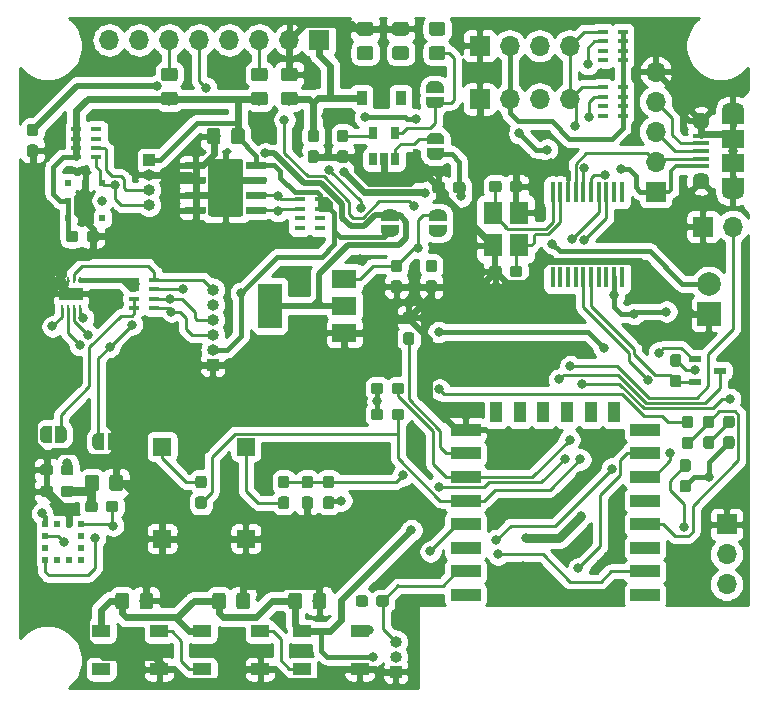
<source format=gbr>
G04 #@! TF.GenerationSoftware,KiCad,Pcbnew,5.1.2-f72e74a~84~ubuntu18.04.1*
G04 #@! TF.CreationDate,2019-07-03T17:08:05+08:00*
G04 #@! TF.ProjectId,cowin-tryout,636f7769-6e2d-4747-9279-6f75742e6b69,rev?*
G04 #@! TF.SameCoordinates,Original*
G04 #@! TF.FileFunction,Copper,L1,Top*
G04 #@! TF.FilePolarity,Positive*
%FSLAX46Y46*%
G04 Gerber Fmt 4.6, Leading zero omitted, Abs format (unit mm)*
G04 Created by KiCad (PCBNEW 5.1.2-f72e74a~84~ubuntu18.04.1) date 2019-07-03 17:08:05*
%MOMM*%
%LPD*%
G04 APERTURE LIST*
%ADD10C,2.000000*%
%ADD11R,2.000000X2.000000*%
%ADD12R,2.500000X1.000000*%
%ADD13R,1.000000X1.800000*%
%ADD14R,1.700000X1.700000*%
%ADD15O,1.700000X1.700000*%
%ADD16C,0.100000*%
%ADD17C,1.150000*%
%ADD18C,2.950000*%
%ADD19C,0.600000*%
%ADD20R,0.900000X0.400000*%
%ADD21C,0.950000*%
%ADD22R,0.650000X1.060000*%
%ADD23O,1.000000X1.000000*%
%ADD24R,1.000000X1.000000*%
%ADD25C,0.500000*%
%ADD26R,0.900000X1.200000*%
%ADD27R,2.000000X3.800000*%
%ADD28R,2.000000X1.500000*%
%ADD29R,1.650000X1.950000*%
%ADD30R,1.900000X1.200000*%
%ADD31O,1.900000X1.200000*%
%ADD32R,1.900000X1.500000*%
%ADD33C,1.450000*%
%ADD34R,1.350000X0.400000*%
%ADD35R,0.450000X1.750000*%
%ADD36R,0.250000X0.550000*%
%ADD37R,2.000000X1.000000*%
%ADD38R,0.500000X0.500000*%
%ADD39R,0.500000X0.600000*%
%ADD40R,0.600000X0.500000*%
%ADD41R,1.500000X1.500000*%
%ADD42R,1.000000X0.600000*%
%ADD43R,1.500000X1.000000*%
%ADD44C,0.800000*%
%ADD45C,0.600000*%
%ADD46C,0.400000*%
%ADD47C,0.249800*%
%ADD48C,0.800000*%
%ADD49C,0.500000*%
%ADD50C,0.399800*%
%ADD51C,0.250000*%
%ADD52C,0.300000*%
%ADD53C,0.254000*%
G04 APERTURE END LIST*
D10*
X114000000Y-76160000D03*
D11*
X114000000Y-78700000D03*
D12*
X108600000Y-102500000D03*
X108600000Y-100500000D03*
X108600000Y-98500000D03*
X108600000Y-96500000D03*
X108600000Y-94500000D03*
X108600000Y-92500000D03*
X108600000Y-90500000D03*
X108600000Y-88500000D03*
D13*
X106000000Y-87000000D03*
X104000000Y-87000000D03*
X102000000Y-87000000D03*
X100000000Y-87000000D03*
X98000000Y-87000000D03*
X96000000Y-87000000D03*
D12*
X93400000Y-88500000D03*
X93400000Y-90500000D03*
X93400000Y-92500000D03*
X93400000Y-94500000D03*
X93400000Y-96500000D03*
X93400000Y-98500000D03*
X93400000Y-100500000D03*
X93400000Y-102500000D03*
D14*
X94600000Y-56000000D03*
D15*
X97140000Y-56000000D03*
X99680000Y-56000000D03*
X102220000Y-56000000D03*
D14*
X94600000Y-60500000D03*
D15*
X97140000Y-60500000D03*
X99680000Y-60500000D03*
X102220000Y-60500000D03*
X109500000Y-58190000D03*
X109500000Y-60730000D03*
X109500000Y-63270000D03*
X109500000Y-65810000D03*
D14*
X109500000Y-68350000D03*
D16*
G36*
X91474505Y-56026204D02*
G01*
X91498773Y-56029804D01*
X91522572Y-56035765D01*
X91545671Y-56044030D01*
X91567850Y-56054520D01*
X91588893Y-56067132D01*
X91608599Y-56081747D01*
X91626777Y-56098223D01*
X91643253Y-56116401D01*
X91657868Y-56136107D01*
X91670480Y-56157150D01*
X91680970Y-56179329D01*
X91689235Y-56202428D01*
X91695196Y-56226227D01*
X91698796Y-56250495D01*
X91700000Y-56274999D01*
X91700000Y-56925001D01*
X91698796Y-56949505D01*
X91695196Y-56973773D01*
X91689235Y-56997572D01*
X91680970Y-57020671D01*
X91670480Y-57042850D01*
X91657868Y-57063893D01*
X91643253Y-57083599D01*
X91626777Y-57101777D01*
X91608599Y-57118253D01*
X91588893Y-57132868D01*
X91567850Y-57145480D01*
X91545671Y-57155970D01*
X91522572Y-57164235D01*
X91498773Y-57170196D01*
X91474505Y-57173796D01*
X91450001Y-57175000D01*
X90549999Y-57175000D01*
X90525495Y-57173796D01*
X90501227Y-57170196D01*
X90477428Y-57164235D01*
X90454329Y-57155970D01*
X90432150Y-57145480D01*
X90411107Y-57132868D01*
X90391401Y-57118253D01*
X90373223Y-57101777D01*
X90356747Y-57083599D01*
X90342132Y-57063893D01*
X90329520Y-57042850D01*
X90319030Y-57020671D01*
X90310765Y-56997572D01*
X90304804Y-56973773D01*
X90301204Y-56949505D01*
X90300000Y-56925001D01*
X90300000Y-56274999D01*
X90301204Y-56250495D01*
X90304804Y-56226227D01*
X90310765Y-56202428D01*
X90319030Y-56179329D01*
X90329520Y-56157150D01*
X90342132Y-56136107D01*
X90356747Y-56116401D01*
X90373223Y-56098223D01*
X90391401Y-56081747D01*
X90411107Y-56067132D01*
X90432150Y-56054520D01*
X90454329Y-56044030D01*
X90477428Y-56035765D01*
X90501227Y-56029804D01*
X90525495Y-56026204D01*
X90549999Y-56025000D01*
X91450001Y-56025000D01*
X91474505Y-56026204D01*
X91474505Y-56026204D01*
G37*
D17*
X91000000Y-56600000D03*
D16*
G36*
X91474505Y-53976204D02*
G01*
X91498773Y-53979804D01*
X91522572Y-53985765D01*
X91545671Y-53994030D01*
X91567850Y-54004520D01*
X91588893Y-54017132D01*
X91608599Y-54031747D01*
X91626777Y-54048223D01*
X91643253Y-54066401D01*
X91657868Y-54086107D01*
X91670480Y-54107150D01*
X91680970Y-54129329D01*
X91689235Y-54152428D01*
X91695196Y-54176227D01*
X91698796Y-54200495D01*
X91700000Y-54224999D01*
X91700000Y-54875001D01*
X91698796Y-54899505D01*
X91695196Y-54923773D01*
X91689235Y-54947572D01*
X91680970Y-54970671D01*
X91670480Y-54992850D01*
X91657868Y-55013893D01*
X91643253Y-55033599D01*
X91626777Y-55051777D01*
X91608599Y-55068253D01*
X91588893Y-55082868D01*
X91567850Y-55095480D01*
X91545671Y-55105970D01*
X91522572Y-55114235D01*
X91498773Y-55120196D01*
X91474505Y-55123796D01*
X91450001Y-55125000D01*
X90549999Y-55125000D01*
X90525495Y-55123796D01*
X90501227Y-55120196D01*
X90477428Y-55114235D01*
X90454329Y-55105970D01*
X90432150Y-55095480D01*
X90411107Y-55082868D01*
X90391401Y-55068253D01*
X90373223Y-55051777D01*
X90356747Y-55033599D01*
X90342132Y-55013893D01*
X90329520Y-54992850D01*
X90319030Y-54970671D01*
X90310765Y-54947572D01*
X90304804Y-54923773D01*
X90301204Y-54899505D01*
X90300000Y-54875001D01*
X90300000Y-54224999D01*
X90301204Y-54200495D01*
X90304804Y-54176227D01*
X90310765Y-54152428D01*
X90319030Y-54129329D01*
X90329520Y-54107150D01*
X90342132Y-54086107D01*
X90356747Y-54066401D01*
X90373223Y-54048223D01*
X90391401Y-54031747D01*
X90411107Y-54017132D01*
X90432150Y-54004520D01*
X90454329Y-53994030D01*
X90477428Y-53985765D01*
X90501227Y-53979804D01*
X90525495Y-53976204D01*
X90549999Y-53975000D01*
X91450001Y-53975000D01*
X91474505Y-53976204D01*
X91474505Y-53976204D01*
G37*
D17*
X91000000Y-54550000D03*
D16*
G36*
X88374505Y-56026204D02*
G01*
X88398773Y-56029804D01*
X88422572Y-56035765D01*
X88445671Y-56044030D01*
X88467850Y-56054520D01*
X88488893Y-56067132D01*
X88508599Y-56081747D01*
X88526777Y-56098223D01*
X88543253Y-56116401D01*
X88557868Y-56136107D01*
X88570480Y-56157150D01*
X88580970Y-56179329D01*
X88589235Y-56202428D01*
X88595196Y-56226227D01*
X88598796Y-56250495D01*
X88600000Y-56274999D01*
X88600000Y-56925001D01*
X88598796Y-56949505D01*
X88595196Y-56973773D01*
X88589235Y-56997572D01*
X88580970Y-57020671D01*
X88570480Y-57042850D01*
X88557868Y-57063893D01*
X88543253Y-57083599D01*
X88526777Y-57101777D01*
X88508599Y-57118253D01*
X88488893Y-57132868D01*
X88467850Y-57145480D01*
X88445671Y-57155970D01*
X88422572Y-57164235D01*
X88398773Y-57170196D01*
X88374505Y-57173796D01*
X88350001Y-57175000D01*
X87449999Y-57175000D01*
X87425495Y-57173796D01*
X87401227Y-57170196D01*
X87377428Y-57164235D01*
X87354329Y-57155970D01*
X87332150Y-57145480D01*
X87311107Y-57132868D01*
X87291401Y-57118253D01*
X87273223Y-57101777D01*
X87256747Y-57083599D01*
X87242132Y-57063893D01*
X87229520Y-57042850D01*
X87219030Y-57020671D01*
X87210765Y-56997572D01*
X87204804Y-56973773D01*
X87201204Y-56949505D01*
X87200000Y-56925001D01*
X87200000Y-56274999D01*
X87201204Y-56250495D01*
X87204804Y-56226227D01*
X87210765Y-56202428D01*
X87219030Y-56179329D01*
X87229520Y-56157150D01*
X87242132Y-56136107D01*
X87256747Y-56116401D01*
X87273223Y-56098223D01*
X87291401Y-56081747D01*
X87311107Y-56067132D01*
X87332150Y-56054520D01*
X87354329Y-56044030D01*
X87377428Y-56035765D01*
X87401227Y-56029804D01*
X87425495Y-56026204D01*
X87449999Y-56025000D01*
X88350001Y-56025000D01*
X88374505Y-56026204D01*
X88374505Y-56026204D01*
G37*
D17*
X87900000Y-56600000D03*
D16*
G36*
X88374505Y-53976204D02*
G01*
X88398773Y-53979804D01*
X88422572Y-53985765D01*
X88445671Y-53994030D01*
X88467850Y-54004520D01*
X88488893Y-54017132D01*
X88508599Y-54031747D01*
X88526777Y-54048223D01*
X88543253Y-54066401D01*
X88557868Y-54086107D01*
X88570480Y-54107150D01*
X88580970Y-54129329D01*
X88589235Y-54152428D01*
X88595196Y-54176227D01*
X88598796Y-54200495D01*
X88600000Y-54224999D01*
X88600000Y-54875001D01*
X88598796Y-54899505D01*
X88595196Y-54923773D01*
X88589235Y-54947572D01*
X88580970Y-54970671D01*
X88570480Y-54992850D01*
X88557868Y-55013893D01*
X88543253Y-55033599D01*
X88526777Y-55051777D01*
X88508599Y-55068253D01*
X88488893Y-55082868D01*
X88467850Y-55095480D01*
X88445671Y-55105970D01*
X88422572Y-55114235D01*
X88398773Y-55120196D01*
X88374505Y-55123796D01*
X88350001Y-55125000D01*
X87449999Y-55125000D01*
X87425495Y-55123796D01*
X87401227Y-55120196D01*
X87377428Y-55114235D01*
X87354329Y-55105970D01*
X87332150Y-55095480D01*
X87311107Y-55082868D01*
X87291401Y-55068253D01*
X87273223Y-55051777D01*
X87256747Y-55033599D01*
X87242132Y-55013893D01*
X87229520Y-54992850D01*
X87219030Y-54970671D01*
X87210765Y-54947572D01*
X87204804Y-54923773D01*
X87201204Y-54899505D01*
X87200000Y-54875001D01*
X87200000Y-54224999D01*
X87201204Y-54200495D01*
X87204804Y-54176227D01*
X87210765Y-54152428D01*
X87219030Y-54129329D01*
X87229520Y-54107150D01*
X87242132Y-54086107D01*
X87256747Y-54066401D01*
X87273223Y-54048223D01*
X87291401Y-54031747D01*
X87311107Y-54017132D01*
X87332150Y-54004520D01*
X87354329Y-53994030D01*
X87377428Y-53985765D01*
X87401227Y-53979804D01*
X87425495Y-53976204D01*
X87449999Y-53975000D01*
X88350001Y-53975000D01*
X88374505Y-53976204D01*
X88374505Y-53976204D01*
G37*
D17*
X87900000Y-54550000D03*
D15*
X115500000Y-101580000D03*
X115500000Y-99040000D03*
D14*
X115500000Y-96500000D03*
D16*
G36*
X74348828Y-65551207D02*
G01*
X74373169Y-65554818D01*
X74397039Y-65560797D01*
X74420208Y-65569087D01*
X74442453Y-65579608D01*
X74463559Y-65592259D01*
X74483324Y-65606918D01*
X74501557Y-65623443D01*
X74518082Y-65641676D01*
X74532741Y-65661441D01*
X74545392Y-65682547D01*
X74555913Y-65704792D01*
X74564203Y-65727961D01*
X74570182Y-65751831D01*
X74573793Y-65776172D01*
X74575000Y-65800750D01*
X74575000Y-70199250D01*
X74573793Y-70223828D01*
X74570182Y-70248169D01*
X74564203Y-70272039D01*
X74555913Y-70295208D01*
X74545392Y-70317453D01*
X74532741Y-70338559D01*
X74518082Y-70358324D01*
X74501557Y-70376557D01*
X74483324Y-70393082D01*
X74463559Y-70407741D01*
X74442453Y-70420392D01*
X74420208Y-70430913D01*
X74397039Y-70439203D01*
X74373169Y-70445182D01*
X74348828Y-70448793D01*
X74324250Y-70450000D01*
X71875750Y-70450000D01*
X71851172Y-70448793D01*
X71826831Y-70445182D01*
X71802961Y-70439203D01*
X71779792Y-70430913D01*
X71757547Y-70420392D01*
X71736441Y-70407741D01*
X71716676Y-70393082D01*
X71698443Y-70376557D01*
X71681918Y-70358324D01*
X71667259Y-70338559D01*
X71654608Y-70317453D01*
X71644087Y-70295208D01*
X71635797Y-70272039D01*
X71629818Y-70248169D01*
X71626207Y-70223828D01*
X71625000Y-70199250D01*
X71625000Y-65800750D01*
X71626207Y-65776172D01*
X71629818Y-65751831D01*
X71635797Y-65727961D01*
X71644087Y-65704792D01*
X71654608Y-65682547D01*
X71667259Y-65661441D01*
X71681918Y-65641676D01*
X71698443Y-65623443D01*
X71716676Y-65606918D01*
X71736441Y-65592259D01*
X71757547Y-65579608D01*
X71779792Y-65569087D01*
X71802961Y-65560797D01*
X71826831Y-65554818D01*
X71851172Y-65551207D01*
X71875750Y-65550000D01*
X74324250Y-65550000D01*
X74348828Y-65551207D01*
X74348828Y-65551207D01*
G37*
D18*
X73100000Y-68000000D03*
D16*
G36*
X71289703Y-65795722D02*
G01*
X71304264Y-65797882D01*
X71318543Y-65801459D01*
X71332403Y-65806418D01*
X71345710Y-65812712D01*
X71358336Y-65820280D01*
X71370159Y-65829048D01*
X71381066Y-65838934D01*
X71390952Y-65849841D01*
X71399720Y-65861664D01*
X71407288Y-65874290D01*
X71413582Y-65887597D01*
X71418541Y-65901457D01*
X71422118Y-65915736D01*
X71424278Y-65930297D01*
X71425000Y-65945000D01*
X71425000Y-66245000D01*
X71424278Y-66259703D01*
X71422118Y-66274264D01*
X71418541Y-66288543D01*
X71413582Y-66302403D01*
X71407288Y-66315710D01*
X71399720Y-66328336D01*
X71390952Y-66340159D01*
X71381066Y-66351066D01*
X71370159Y-66360952D01*
X71358336Y-66369720D01*
X71345710Y-66377288D01*
X71332403Y-66383582D01*
X71318543Y-66388541D01*
X71304264Y-66392118D01*
X71289703Y-66394278D01*
X71275000Y-66395000D01*
X69800000Y-66395000D01*
X69785297Y-66394278D01*
X69770736Y-66392118D01*
X69756457Y-66388541D01*
X69742597Y-66383582D01*
X69729290Y-66377288D01*
X69716664Y-66369720D01*
X69704841Y-66360952D01*
X69693934Y-66351066D01*
X69684048Y-66340159D01*
X69675280Y-66328336D01*
X69667712Y-66315710D01*
X69661418Y-66302403D01*
X69656459Y-66288543D01*
X69652882Y-66274264D01*
X69650722Y-66259703D01*
X69650000Y-66245000D01*
X69650000Y-65945000D01*
X69650722Y-65930297D01*
X69652882Y-65915736D01*
X69656459Y-65901457D01*
X69661418Y-65887597D01*
X69667712Y-65874290D01*
X69675280Y-65861664D01*
X69684048Y-65849841D01*
X69693934Y-65838934D01*
X69704841Y-65829048D01*
X69716664Y-65820280D01*
X69729290Y-65812712D01*
X69742597Y-65806418D01*
X69756457Y-65801459D01*
X69770736Y-65797882D01*
X69785297Y-65795722D01*
X69800000Y-65795000D01*
X71275000Y-65795000D01*
X71289703Y-65795722D01*
X71289703Y-65795722D01*
G37*
D19*
X70537500Y-66095000D03*
D16*
G36*
X71289703Y-67065722D02*
G01*
X71304264Y-67067882D01*
X71318543Y-67071459D01*
X71332403Y-67076418D01*
X71345710Y-67082712D01*
X71358336Y-67090280D01*
X71370159Y-67099048D01*
X71381066Y-67108934D01*
X71390952Y-67119841D01*
X71399720Y-67131664D01*
X71407288Y-67144290D01*
X71413582Y-67157597D01*
X71418541Y-67171457D01*
X71422118Y-67185736D01*
X71424278Y-67200297D01*
X71425000Y-67215000D01*
X71425000Y-67515000D01*
X71424278Y-67529703D01*
X71422118Y-67544264D01*
X71418541Y-67558543D01*
X71413582Y-67572403D01*
X71407288Y-67585710D01*
X71399720Y-67598336D01*
X71390952Y-67610159D01*
X71381066Y-67621066D01*
X71370159Y-67630952D01*
X71358336Y-67639720D01*
X71345710Y-67647288D01*
X71332403Y-67653582D01*
X71318543Y-67658541D01*
X71304264Y-67662118D01*
X71289703Y-67664278D01*
X71275000Y-67665000D01*
X69800000Y-67665000D01*
X69785297Y-67664278D01*
X69770736Y-67662118D01*
X69756457Y-67658541D01*
X69742597Y-67653582D01*
X69729290Y-67647288D01*
X69716664Y-67639720D01*
X69704841Y-67630952D01*
X69693934Y-67621066D01*
X69684048Y-67610159D01*
X69675280Y-67598336D01*
X69667712Y-67585710D01*
X69661418Y-67572403D01*
X69656459Y-67558543D01*
X69652882Y-67544264D01*
X69650722Y-67529703D01*
X69650000Y-67515000D01*
X69650000Y-67215000D01*
X69650722Y-67200297D01*
X69652882Y-67185736D01*
X69656459Y-67171457D01*
X69661418Y-67157597D01*
X69667712Y-67144290D01*
X69675280Y-67131664D01*
X69684048Y-67119841D01*
X69693934Y-67108934D01*
X69704841Y-67099048D01*
X69716664Y-67090280D01*
X69729290Y-67082712D01*
X69742597Y-67076418D01*
X69756457Y-67071459D01*
X69770736Y-67067882D01*
X69785297Y-67065722D01*
X69800000Y-67065000D01*
X71275000Y-67065000D01*
X71289703Y-67065722D01*
X71289703Y-67065722D01*
G37*
D19*
X70537500Y-67365000D03*
D16*
G36*
X71289703Y-68335722D02*
G01*
X71304264Y-68337882D01*
X71318543Y-68341459D01*
X71332403Y-68346418D01*
X71345710Y-68352712D01*
X71358336Y-68360280D01*
X71370159Y-68369048D01*
X71381066Y-68378934D01*
X71390952Y-68389841D01*
X71399720Y-68401664D01*
X71407288Y-68414290D01*
X71413582Y-68427597D01*
X71418541Y-68441457D01*
X71422118Y-68455736D01*
X71424278Y-68470297D01*
X71425000Y-68485000D01*
X71425000Y-68785000D01*
X71424278Y-68799703D01*
X71422118Y-68814264D01*
X71418541Y-68828543D01*
X71413582Y-68842403D01*
X71407288Y-68855710D01*
X71399720Y-68868336D01*
X71390952Y-68880159D01*
X71381066Y-68891066D01*
X71370159Y-68900952D01*
X71358336Y-68909720D01*
X71345710Y-68917288D01*
X71332403Y-68923582D01*
X71318543Y-68928541D01*
X71304264Y-68932118D01*
X71289703Y-68934278D01*
X71275000Y-68935000D01*
X69800000Y-68935000D01*
X69785297Y-68934278D01*
X69770736Y-68932118D01*
X69756457Y-68928541D01*
X69742597Y-68923582D01*
X69729290Y-68917288D01*
X69716664Y-68909720D01*
X69704841Y-68900952D01*
X69693934Y-68891066D01*
X69684048Y-68880159D01*
X69675280Y-68868336D01*
X69667712Y-68855710D01*
X69661418Y-68842403D01*
X69656459Y-68828543D01*
X69652882Y-68814264D01*
X69650722Y-68799703D01*
X69650000Y-68785000D01*
X69650000Y-68485000D01*
X69650722Y-68470297D01*
X69652882Y-68455736D01*
X69656459Y-68441457D01*
X69661418Y-68427597D01*
X69667712Y-68414290D01*
X69675280Y-68401664D01*
X69684048Y-68389841D01*
X69693934Y-68378934D01*
X69704841Y-68369048D01*
X69716664Y-68360280D01*
X69729290Y-68352712D01*
X69742597Y-68346418D01*
X69756457Y-68341459D01*
X69770736Y-68337882D01*
X69785297Y-68335722D01*
X69800000Y-68335000D01*
X71275000Y-68335000D01*
X71289703Y-68335722D01*
X71289703Y-68335722D01*
G37*
D19*
X70537500Y-68635000D03*
D16*
G36*
X71289703Y-69605722D02*
G01*
X71304264Y-69607882D01*
X71318543Y-69611459D01*
X71332403Y-69616418D01*
X71345710Y-69622712D01*
X71358336Y-69630280D01*
X71370159Y-69639048D01*
X71381066Y-69648934D01*
X71390952Y-69659841D01*
X71399720Y-69671664D01*
X71407288Y-69684290D01*
X71413582Y-69697597D01*
X71418541Y-69711457D01*
X71422118Y-69725736D01*
X71424278Y-69740297D01*
X71425000Y-69755000D01*
X71425000Y-70055000D01*
X71424278Y-70069703D01*
X71422118Y-70084264D01*
X71418541Y-70098543D01*
X71413582Y-70112403D01*
X71407288Y-70125710D01*
X71399720Y-70138336D01*
X71390952Y-70150159D01*
X71381066Y-70161066D01*
X71370159Y-70170952D01*
X71358336Y-70179720D01*
X71345710Y-70187288D01*
X71332403Y-70193582D01*
X71318543Y-70198541D01*
X71304264Y-70202118D01*
X71289703Y-70204278D01*
X71275000Y-70205000D01*
X69800000Y-70205000D01*
X69785297Y-70204278D01*
X69770736Y-70202118D01*
X69756457Y-70198541D01*
X69742597Y-70193582D01*
X69729290Y-70187288D01*
X69716664Y-70179720D01*
X69704841Y-70170952D01*
X69693934Y-70161066D01*
X69684048Y-70150159D01*
X69675280Y-70138336D01*
X69667712Y-70125710D01*
X69661418Y-70112403D01*
X69656459Y-70098543D01*
X69652882Y-70084264D01*
X69650722Y-70069703D01*
X69650000Y-70055000D01*
X69650000Y-69755000D01*
X69650722Y-69740297D01*
X69652882Y-69725736D01*
X69656459Y-69711457D01*
X69661418Y-69697597D01*
X69667712Y-69684290D01*
X69675280Y-69671664D01*
X69684048Y-69659841D01*
X69693934Y-69648934D01*
X69704841Y-69639048D01*
X69716664Y-69630280D01*
X69729290Y-69622712D01*
X69742597Y-69616418D01*
X69756457Y-69611459D01*
X69770736Y-69607882D01*
X69785297Y-69605722D01*
X69800000Y-69605000D01*
X71275000Y-69605000D01*
X71289703Y-69605722D01*
X71289703Y-69605722D01*
G37*
D19*
X70537500Y-69905000D03*
D16*
G36*
X76414703Y-69605722D02*
G01*
X76429264Y-69607882D01*
X76443543Y-69611459D01*
X76457403Y-69616418D01*
X76470710Y-69622712D01*
X76483336Y-69630280D01*
X76495159Y-69639048D01*
X76506066Y-69648934D01*
X76515952Y-69659841D01*
X76524720Y-69671664D01*
X76532288Y-69684290D01*
X76538582Y-69697597D01*
X76543541Y-69711457D01*
X76547118Y-69725736D01*
X76549278Y-69740297D01*
X76550000Y-69755000D01*
X76550000Y-70055000D01*
X76549278Y-70069703D01*
X76547118Y-70084264D01*
X76543541Y-70098543D01*
X76538582Y-70112403D01*
X76532288Y-70125710D01*
X76524720Y-70138336D01*
X76515952Y-70150159D01*
X76506066Y-70161066D01*
X76495159Y-70170952D01*
X76483336Y-70179720D01*
X76470710Y-70187288D01*
X76457403Y-70193582D01*
X76443543Y-70198541D01*
X76429264Y-70202118D01*
X76414703Y-70204278D01*
X76400000Y-70205000D01*
X74925000Y-70205000D01*
X74910297Y-70204278D01*
X74895736Y-70202118D01*
X74881457Y-70198541D01*
X74867597Y-70193582D01*
X74854290Y-70187288D01*
X74841664Y-70179720D01*
X74829841Y-70170952D01*
X74818934Y-70161066D01*
X74809048Y-70150159D01*
X74800280Y-70138336D01*
X74792712Y-70125710D01*
X74786418Y-70112403D01*
X74781459Y-70098543D01*
X74777882Y-70084264D01*
X74775722Y-70069703D01*
X74775000Y-70055000D01*
X74775000Y-69755000D01*
X74775722Y-69740297D01*
X74777882Y-69725736D01*
X74781459Y-69711457D01*
X74786418Y-69697597D01*
X74792712Y-69684290D01*
X74800280Y-69671664D01*
X74809048Y-69659841D01*
X74818934Y-69648934D01*
X74829841Y-69639048D01*
X74841664Y-69630280D01*
X74854290Y-69622712D01*
X74867597Y-69616418D01*
X74881457Y-69611459D01*
X74895736Y-69607882D01*
X74910297Y-69605722D01*
X74925000Y-69605000D01*
X76400000Y-69605000D01*
X76414703Y-69605722D01*
X76414703Y-69605722D01*
G37*
D19*
X75662500Y-69905000D03*
D16*
G36*
X76414703Y-68335722D02*
G01*
X76429264Y-68337882D01*
X76443543Y-68341459D01*
X76457403Y-68346418D01*
X76470710Y-68352712D01*
X76483336Y-68360280D01*
X76495159Y-68369048D01*
X76506066Y-68378934D01*
X76515952Y-68389841D01*
X76524720Y-68401664D01*
X76532288Y-68414290D01*
X76538582Y-68427597D01*
X76543541Y-68441457D01*
X76547118Y-68455736D01*
X76549278Y-68470297D01*
X76550000Y-68485000D01*
X76550000Y-68785000D01*
X76549278Y-68799703D01*
X76547118Y-68814264D01*
X76543541Y-68828543D01*
X76538582Y-68842403D01*
X76532288Y-68855710D01*
X76524720Y-68868336D01*
X76515952Y-68880159D01*
X76506066Y-68891066D01*
X76495159Y-68900952D01*
X76483336Y-68909720D01*
X76470710Y-68917288D01*
X76457403Y-68923582D01*
X76443543Y-68928541D01*
X76429264Y-68932118D01*
X76414703Y-68934278D01*
X76400000Y-68935000D01*
X74925000Y-68935000D01*
X74910297Y-68934278D01*
X74895736Y-68932118D01*
X74881457Y-68928541D01*
X74867597Y-68923582D01*
X74854290Y-68917288D01*
X74841664Y-68909720D01*
X74829841Y-68900952D01*
X74818934Y-68891066D01*
X74809048Y-68880159D01*
X74800280Y-68868336D01*
X74792712Y-68855710D01*
X74786418Y-68842403D01*
X74781459Y-68828543D01*
X74777882Y-68814264D01*
X74775722Y-68799703D01*
X74775000Y-68785000D01*
X74775000Y-68485000D01*
X74775722Y-68470297D01*
X74777882Y-68455736D01*
X74781459Y-68441457D01*
X74786418Y-68427597D01*
X74792712Y-68414290D01*
X74800280Y-68401664D01*
X74809048Y-68389841D01*
X74818934Y-68378934D01*
X74829841Y-68369048D01*
X74841664Y-68360280D01*
X74854290Y-68352712D01*
X74867597Y-68346418D01*
X74881457Y-68341459D01*
X74895736Y-68337882D01*
X74910297Y-68335722D01*
X74925000Y-68335000D01*
X76400000Y-68335000D01*
X76414703Y-68335722D01*
X76414703Y-68335722D01*
G37*
D19*
X75662500Y-68635000D03*
D16*
G36*
X76414703Y-67065722D02*
G01*
X76429264Y-67067882D01*
X76443543Y-67071459D01*
X76457403Y-67076418D01*
X76470710Y-67082712D01*
X76483336Y-67090280D01*
X76495159Y-67099048D01*
X76506066Y-67108934D01*
X76515952Y-67119841D01*
X76524720Y-67131664D01*
X76532288Y-67144290D01*
X76538582Y-67157597D01*
X76543541Y-67171457D01*
X76547118Y-67185736D01*
X76549278Y-67200297D01*
X76550000Y-67215000D01*
X76550000Y-67515000D01*
X76549278Y-67529703D01*
X76547118Y-67544264D01*
X76543541Y-67558543D01*
X76538582Y-67572403D01*
X76532288Y-67585710D01*
X76524720Y-67598336D01*
X76515952Y-67610159D01*
X76506066Y-67621066D01*
X76495159Y-67630952D01*
X76483336Y-67639720D01*
X76470710Y-67647288D01*
X76457403Y-67653582D01*
X76443543Y-67658541D01*
X76429264Y-67662118D01*
X76414703Y-67664278D01*
X76400000Y-67665000D01*
X74925000Y-67665000D01*
X74910297Y-67664278D01*
X74895736Y-67662118D01*
X74881457Y-67658541D01*
X74867597Y-67653582D01*
X74854290Y-67647288D01*
X74841664Y-67639720D01*
X74829841Y-67630952D01*
X74818934Y-67621066D01*
X74809048Y-67610159D01*
X74800280Y-67598336D01*
X74792712Y-67585710D01*
X74786418Y-67572403D01*
X74781459Y-67558543D01*
X74777882Y-67544264D01*
X74775722Y-67529703D01*
X74775000Y-67515000D01*
X74775000Y-67215000D01*
X74775722Y-67200297D01*
X74777882Y-67185736D01*
X74781459Y-67171457D01*
X74786418Y-67157597D01*
X74792712Y-67144290D01*
X74800280Y-67131664D01*
X74809048Y-67119841D01*
X74818934Y-67108934D01*
X74829841Y-67099048D01*
X74841664Y-67090280D01*
X74854290Y-67082712D01*
X74867597Y-67076418D01*
X74881457Y-67071459D01*
X74895736Y-67067882D01*
X74910297Y-67065722D01*
X74925000Y-67065000D01*
X76400000Y-67065000D01*
X76414703Y-67065722D01*
X76414703Y-67065722D01*
G37*
D19*
X75662500Y-67365000D03*
D16*
G36*
X76414703Y-65795722D02*
G01*
X76429264Y-65797882D01*
X76443543Y-65801459D01*
X76457403Y-65806418D01*
X76470710Y-65812712D01*
X76483336Y-65820280D01*
X76495159Y-65829048D01*
X76506066Y-65838934D01*
X76515952Y-65849841D01*
X76524720Y-65861664D01*
X76532288Y-65874290D01*
X76538582Y-65887597D01*
X76543541Y-65901457D01*
X76547118Y-65915736D01*
X76549278Y-65930297D01*
X76550000Y-65945000D01*
X76550000Y-66245000D01*
X76549278Y-66259703D01*
X76547118Y-66274264D01*
X76543541Y-66288543D01*
X76538582Y-66302403D01*
X76532288Y-66315710D01*
X76524720Y-66328336D01*
X76515952Y-66340159D01*
X76506066Y-66351066D01*
X76495159Y-66360952D01*
X76483336Y-66369720D01*
X76470710Y-66377288D01*
X76457403Y-66383582D01*
X76443543Y-66388541D01*
X76429264Y-66392118D01*
X76414703Y-66394278D01*
X76400000Y-66395000D01*
X74925000Y-66395000D01*
X74910297Y-66394278D01*
X74895736Y-66392118D01*
X74881457Y-66388541D01*
X74867597Y-66383582D01*
X74854290Y-66377288D01*
X74841664Y-66369720D01*
X74829841Y-66360952D01*
X74818934Y-66351066D01*
X74809048Y-66340159D01*
X74800280Y-66328336D01*
X74792712Y-66315710D01*
X74786418Y-66302403D01*
X74781459Y-66288543D01*
X74777882Y-66274264D01*
X74775722Y-66259703D01*
X74775000Y-66245000D01*
X74775000Y-65945000D01*
X74775722Y-65930297D01*
X74777882Y-65915736D01*
X74781459Y-65901457D01*
X74786418Y-65887597D01*
X74792712Y-65874290D01*
X74800280Y-65861664D01*
X74809048Y-65849841D01*
X74818934Y-65838934D01*
X74829841Y-65829048D01*
X74841664Y-65820280D01*
X74854290Y-65812712D01*
X74867597Y-65806418D01*
X74881457Y-65801459D01*
X74895736Y-65797882D01*
X74910297Y-65795722D01*
X74925000Y-65795000D01*
X76400000Y-65795000D01*
X76414703Y-65795722D01*
X76414703Y-65795722D01*
G37*
D19*
X75662500Y-66095000D03*
D20*
X81050000Y-71400000D03*
X81050000Y-70600000D03*
X81050000Y-69800000D03*
X81050000Y-69000000D03*
X79350000Y-71400000D03*
X79350000Y-69000000D03*
X79350000Y-70600000D03*
X79350000Y-69800000D03*
D16*
G36*
X85374505Y-56026204D02*
G01*
X85398773Y-56029804D01*
X85422572Y-56035765D01*
X85445671Y-56044030D01*
X85467850Y-56054520D01*
X85488893Y-56067132D01*
X85508599Y-56081747D01*
X85526777Y-56098223D01*
X85543253Y-56116401D01*
X85557868Y-56136107D01*
X85570480Y-56157150D01*
X85580970Y-56179329D01*
X85589235Y-56202428D01*
X85595196Y-56226227D01*
X85598796Y-56250495D01*
X85600000Y-56274999D01*
X85600000Y-56925001D01*
X85598796Y-56949505D01*
X85595196Y-56973773D01*
X85589235Y-56997572D01*
X85580970Y-57020671D01*
X85570480Y-57042850D01*
X85557868Y-57063893D01*
X85543253Y-57083599D01*
X85526777Y-57101777D01*
X85508599Y-57118253D01*
X85488893Y-57132868D01*
X85467850Y-57145480D01*
X85445671Y-57155970D01*
X85422572Y-57164235D01*
X85398773Y-57170196D01*
X85374505Y-57173796D01*
X85350001Y-57175000D01*
X84449999Y-57175000D01*
X84425495Y-57173796D01*
X84401227Y-57170196D01*
X84377428Y-57164235D01*
X84354329Y-57155970D01*
X84332150Y-57145480D01*
X84311107Y-57132868D01*
X84291401Y-57118253D01*
X84273223Y-57101777D01*
X84256747Y-57083599D01*
X84242132Y-57063893D01*
X84229520Y-57042850D01*
X84219030Y-57020671D01*
X84210765Y-56997572D01*
X84204804Y-56973773D01*
X84201204Y-56949505D01*
X84200000Y-56925001D01*
X84200000Y-56274999D01*
X84201204Y-56250495D01*
X84204804Y-56226227D01*
X84210765Y-56202428D01*
X84219030Y-56179329D01*
X84229520Y-56157150D01*
X84242132Y-56136107D01*
X84256747Y-56116401D01*
X84273223Y-56098223D01*
X84291401Y-56081747D01*
X84311107Y-56067132D01*
X84332150Y-56054520D01*
X84354329Y-56044030D01*
X84377428Y-56035765D01*
X84401227Y-56029804D01*
X84425495Y-56026204D01*
X84449999Y-56025000D01*
X85350001Y-56025000D01*
X85374505Y-56026204D01*
X85374505Y-56026204D01*
G37*
D17*
X84900000Y-56600000D03*
D16*
G36*
X85374505Y-53976204D02*
G01*
X85398773Y-53979804D01*
X85422572Y-53985765D01*
X85445671Y-53994030D01*
X85467850Y-54004520D01*
X85488893Y-54017132D01*
X85508599Y-54031747D01*
X85526777Y-54048223D01*
X85543253Y-54066401D01*
X85557868Y-54086107D01*
X85570480Y-54107150D01*
X85580970Y-54129329D01*
X85589235Y-54152428D01*
X85595196Y-54176227D01*
X85598796Y-54200495D01*
X85600000Y-54224999D01*
X85600000Y-54875001D01*
X85598796Y-54899505D01*
X85595196Y-54923773D01*
X85589235Y-54947572D01*
X85580970Y-54970671D01*
X85570480Y-54992850D01*
X85557868Y-55013893D01*
X85543253Y-55033599D01*
X85526777Y-55051777D01*
X85508599Y-55068253D01*
X85488893Y-55082868D01*
X85467850Y-55095480D01*
X85445671Y-55105970D01*
X85422572Y-55114235D01*
X85398773Y-55120196D01*
X85374505Y-55123796D01*
X85350001Y-55125000D01*
X84449999Y-55125000D01*
X84425495Y-55123796D01*
X84401227Y-55120196D01*
X84377428Y-55114235D01*
X84354329Y-55105970D01*
X84332150Y-55095480D01*
X84311107Y-55082868D01*
X84291401Y-55068253D01*
X84273223Y-55051777D01*
X84256747Y-55033599D01*
X84242132Y-55013893D01*
X84229520Y-54992850D01*
X84219030Y-54970671D01*
X84210765Y-54947572D01*
X84204804Y-54923773D01*
X84201204Y-54899505D01*
X84200000Y-54875001D01*
X84200000Y-54224999D01*
X84201204Y-54200495D01*
X84204804Y-54176227D01*
X84210765Y-54152428D01*
X84219030Y-54129329D01*
X84229520Y-54107150D01*
X84242132Y-54086107D01*
X84256747Y-54066401D01*
X84273223Y-54048223D01*
X84291401Y-54031747D01*
X84311107Y-54017132D01*
X84332150Y-54004520D01*
X84354329Y-53994030D01*
X84377428Y-53985765D01*
X84401227Y-53979804D01*
X84425495Y-53976204D01*
X84449999Y-53975000D01*
X85350001Y-53975000D01*
X85374505Y-53976204D01*
X85374505Y-53976204D01*
G37*
D17*
X84900000Y-54550000D03*
D16*
G36*
X74474505Y-62951204D02*
G01*
X74498773Y-62954804D01*
X74522572Y-62960765D01*
X74545671Y-62969030D01*
X74567850Y-62979520D01*
X74588893Y-62992132D01*
X74608599Y-63006747D01*
X74626777Y-63023223D01*
X74643253Y-63041401D01*
X74657868Y-63061107D01*
X74670480Y-63082150D01*
X74680970Y-63104329D01*
X74689235Y-63127428D01*
X74695196Y-63151227D01*
X74698796Y-63175495D01*
X74700000Y-63199999D01*
X74700000Y-64100001D01*
X74698796Y-64124505D01*
X74695196Y-64148773D01*
X74689235Y-64172572D01*
X74680970Y-64195671D01*
X74670480Y-64217850D01*
X74657868Y-64238893D01*
X74643253Y-64258599D01*
X74626777Y-64276777D01*
X74608599Y-64293253D01*
X74588893Y-64307868D01*
X74567850Y-64320480D01*
X74545671Y-64330970D01*
X74522572Y-64339235D01*
X74498773Y-64345196D01*
X74474505Y-64348796D01*
X74450001Y-64350000D01*
X73799999Y-64350000D01*
X73775495Y-64348796D01*
X73751227Y-64345196D01*
X73727428Y-64339235D01*
X73704329Y-64330970D01*
X73682150Y-64320480D01*
X73661107Y-64307868D01*
X73641401Y-64293253D01*
X73623223Y-64276777D01*
X73606747Y-64258599D01*
X73592132Y-64238893D01*
X73579520Y-64217850D01*
X73569030Y-64195671D01*
X73560765Y-64172572D01*
X73554804Y-64148773D01*
X73551204Y-64124505D01*
X73550000Y-64100001D01*
X73550000Y-63199999D01*
X73551204Y-63175495D01*
X73554804Y-63151227D01*
X73560765Y-63127428D01*
X73569030Y-63104329D01*
X73579520Y-63082150D01*
X73592132Y-63061107D01*
X73606747Y-63041401D01*
X73623223Y-63023223D01*
X73641401Y-63006747D01*
X73661107Y-62992132D01*
X73682150Y-62979520D01*
X73704329Y-62969030D01*
X73727428Y-62960765D01*
X73751227Y-62954804D01*
X73775495Y-62951204D01*
X73799999Y-62950000D01*
X74450001Y-62950000D01*
X74474505Y-62951204D01*
X74474505Y-62951204D01*
G37*
D17*
X74125000Y-63650000D03*
D16*
G36*
X72424505Y-62951204D02*
G01*
X72448773Y-62954804D01*
X72472572Y-62960765D01*
X72495671Y-62969030D01*
X72517850Y-62979520D01*
X72538893Y-62992132D01*
X72558599Y-63006747D01*
X72576777Y-63023223D01*
X72593253Y-63041401D01*
X72607868Y-63061107D01*
X72620480Y-63082150D01*
X72630970Y-63104329D01*
X72639235Y-63127428D01*
X72645196Y-63151227D01*
X72648796Y-63175495D01*
X72650000Y-63199999D01*
X72650000Y-64100001D01*
X72648796Y-64124505D01*
X72645196Y-64148773D01*
X72639235Y-64172572D01*
X72630970Y-64195671D01*
X72620480Y-64217850D01*
X72607868Y-64238893D01*
X72593253Y-64258599D01*
X72576777Y-64276777D01*
X72558599Y-64293253D01*
X72538893Y-64307868D01*
X72517850Y-64320480D01*
X72495671Y-64330970D01*
X72472572Y-64339235D01*
X72448773Y-64345196D01*
X72424505Y-64348796D01*
X72400001Y-64350000D01*
X71749999Y-64350000D01*
X71725495Y-64348796D01*
X71701227Y-64345196D01*
X71677428Y-64339235D01*
X71654329Y-64330970D01*
X71632150Y-64320480D01*
X71611107Y-64307868D01*
X71591401Y-64293253D01*
X71573223Y-64276777D01*
X71556747Y-64258599D01*
X71542132Y-64238893D01*
X71529520Y-64217850D01*
X71519030Y-64195671D01*
X71510765Y-64172572D01*
X71504804Y-64148773D01*
X71501204Y-64124505D01*
X71500000Y-64100001D01*
X71500000Y-63199999D01*
X71501204Y-63175495D01*
X71504804Y-63151227D01*
X71510765Y-63127428D01*
X71519030Y-63104329D01*
X71529520Y-63082150D01*
X71542132Y-63061107D01*
X71556747Y-63041401D01*
X71573223Y-63023223D01*
X71591401Y-63006747D01*
X71611107Y-62992132D01*
X71632150Y-62979520D01*
X71654329Y-62969030D01*
X71677428Y-62960765D01*
X71701227Y-62954804D01*
X71725495Y-62951204D01*
X71749999Y-62950000D01*
X72400001Y-62950000D01*
X72424505Y-62951204D01*
X72424505Y-62951204D01*
G37*
D17*
X72075000Y-63650000D03*
D16*
G36*
X91435779Y-67526144D02*
G01*
X91458834Y-67529563D01*
X91481443Y-67535227D01*
X91503387Y-67543079D01*
X91524457Y-67553044D01*
X91544448Y-67565026D01*
X91563168Y-67578910D01*
X91580438Y-67594562D01*
X91596090Y-67611832D01*
X91609974Y-67630552D01*
X91621956Y-67650543D01*
X91631921Y-67671613D01*
X91639773Y-67693557D01*
X91645437Y-67716166D01*
X91648856Y-67739221D01*
X91650000Y-67762500D01*
X91650000Y-68237500D01*
X91648856Y-68260779D01*
X91645437Y-68283834D01*
X91639773Y-68306443D01*
X91631921Y-68328387D01*
X91621956Y-68349457D01*
X91609974Y-68369448D01*
X91596090Y-68388168D01*
X91580438Y-68405438D01*
X91563168Y-68421090D01*
X91544448Y-68434974D01*
X91524457Y-68446956D01*
X91503387Y-68456921D01*
X91481443Y-68464773D01*
X91458834Y-68470437D01*
X91435779Y-68473856D01*
X91412500Y-68475000D01*
X90837500Y-68475000D01*
X90814221Y-68473856D01*
X90791166Y-68470437D01*
X90768557Y-68464773D01*
X90746613Y-68456921D01*
X90725543Y-68446956D01*
X90705552Y-68434974D01*
X90686832Y-68421090D01*
X90669562Y-68405438D01*
X90653910Y-68388168D01*
X90640026Y-68369448D01*
X90628044Y-68349457D01*
X90618079Y-68328387D01*
X90610227Y-68306443D01*
X90604563Y-68283834D01*
X90601144Y-68260779D01*
X90600000Y-68237500D01*
X90600000Y-67762500D01*
X90601144Y-67739221D01*
X90604563Y-67716166D01*
X90610227Y-67693557D01*
X90618079Y-67671613D01*
X90628044Y-67650543D01*
X90640026Y-67630552D01*
X90653910Y-67611832D01*
X90669562Y-67594562D01*
X90686832Y-67578910D01*
X90705552Y-67565026D01*
X90725543Y-67553044D01*
X90746613Y-67543079D01*
X90768557Y-67535227D01*
X90791166Y-67529563D01*
X90814221Y-67526144D01*
X90837500Y-67525000D01*
X91412500Y-67525000D01*
X91435779Y-67526144D01*
X91435779Y-67526144D01*
G37*
D21*
X91125000Y-68000000D03*
D16*
G36*
X93185779Y-67526144D02*
G01*
X93208834Y-67529563D01*
X93231443Y-67535227D01*
X93253387Y-67543079D01*
X93274457Y-67553044D01*
X93294448Y-67565026D01*
X93313168Y-67578910D01*
X93330438Y-67594562D01*
X93346090Y-67611832D01*
X93359974Y-67630552D01*
X93371956Y-67650543D01*
X93381921Y-67671613D01*
X93389773Y-67693557D01*
X93395437Y-67716166D01*
X93398856Y-67739221D01*
X93400000Y-67762500D01*
X93400000Y-68237500D01*
X93398856Y-68260779D01*
X93395437Y-68283834D01*
X93389773Y-68306443D01*
X93381921Y-68328387D01*
X93371956Y-68349457D01*
X93359974Y-68369448D01*
X93346090Y-68388168D01*
X93330438Y-68405438D01*
X93313168Y-68421090D01*
X93294448Y-68434974D01*
X93274457Y-68446956D01*
X93253387Y-68456921D01*
X93231443Y-68464773D01*
X93208834Y-68470437D01*
X93185779Y-68473856D01*
X93162500Y-68475000D01*
X92587500Y-68475000D01*
X92564221Y-68473856D01*
X92541166Y-68470437D01*
X92518557Y-68464773D01*
X92496613Y-68456921D01*
X92475543Y-68446956D01*
X92455552Y-68434974D01*
X92436832Y-68421090D01*
X92419562Y-68405438D01*
X92403910Y-68388168D01*
X92390026Y-68369448D01*
X92378044Y-68349457D01*
X92368079Y-68328387D01*
X92360227Y-68306443D01*
X92354563Y-68283834D01*
X92351144Y-68260779D01*
X92350000Y-68237500D01*
X92350000Y-67762500D01*
X92351144Y-67739221D01*
X92354563Y-67716166D01*
X92360227Y-67693557D01*
X92368079Y-67671613D01*
X92378044Y-67650543D01*
X92390026Y-67630552D01*
X92403910Y-67611832D01*
X92419562Y-67594562D01*
X92436832Y-67578910D01*
X92455552Y-67565026D01*
X92475543Y-67553044D01*
X92496613Y-67543079D01*
X92518557Y-67535227D01*
X92541166Y-67529563D01*
X92564221Y-67526144D01*
X92587500Y-67525000D01*
X93162500Y-67525000D01*
X93185779Y-67526144D01*
X93185779Y-67526144D01*
G37*
D21*
X92875000Y-68000000D03*
D22*
X85550000Y-65600000D03*
X86500000Y-65600000D03*
X87450000Y-65600000D03*
X87450000Y-63400000D03*
X85550000Y-63400000D03*
D23*
X87500000Y-106460000D03*
X87500000Y-107730000D03*
D24*
X87500000Y-109000000D03*
D16*
G36*
X83260779Y-63101144D02*
G01*
X83283834Y-63104563D01*
X83306443Y-63110227D01*
X83328387Y-63118079D01*
X83349457Y-63128044D01*
X83369448Y-63140026D01*
X83388168Y-63153910D01*
X83405438Y-63169562D01*
X83421090Y-63186832D01*
X83434974Y-63205552D01*
X83446956Y-63225543D01*
X83456921Y-63246613D01*
X83464773Y-63268557D01*
X83470437Y-63291166D01*
X83473856Y-63314221D01*
X83475000Y-63337500D01*
X83475000Y-63912500D01*
X83473856Y-63935779D01*
X83470437Y-63958834D01*
X83464773Y-63981443D01*
X83456921Y-64003387D01*
X83446956Y-64024457D01*
X83434974Y-64044448D01*
X83421090Y-64063168D01*
X83405438Y-64080438D01*
X83388168Y-64096090D01*
X83369448Y-64109974D01*
X83349457Y-64121956D01*
X83328387Y-64131921D01*
X83306443Y-64139773D01*
X83283834Y-64145437D01*
X83260779Y-64148856D01*
X83237500Y-64150000D01*
X82762500Y-64150000D01*
X82739221Y-64148856D01*
X82716166Y-64145437D01*
X82693557Y-64139773D01*
X82671613Y-64131921D01*
X82650543Y-64121956D01*
X82630552Y-64109974D01*
X82611832Y-64096090D01*
X82594562Y-64080438D01*
X82578910Y-64063168D01*
X82565026Y-64044448D01*
X82553044Y-64024457D01*
X82543079Y-64003387D01*
X82535227Y-63981443D01*
X82529563Y-63958834D01*
X82526144Y-63935779D01*
X82525000Y-63912500D01*
X82525000Y-63337500D01*
X82526144Y-63314221D01*
X82529563Y-63291166D01*
X82535227Y-63268557D01*
X82543079Y-63246613D01*
X82553044Y-63225543D01*
X82565026Y-63205552D01*
X82578910Y-63186832D01*
X82594562Y-63169562D01*
X82611832Y-63153910D01*
X82630552Y-63140026D01*
X82650543Y-63128044D01*
X82671613Y-63118079D01*
X82693557Y-63110227D01*
X82716166Y-63104563D01*
X82739221Y-63101144D01*
X82762500Y-63100000D01*
X83237500Y-63100000D01*
X83260779Y-63101144D01*
X83260779Y-63101144D01*
G37*
D21*
X83000000Y-63625000D03*
D16*
G36*
X83260779Y-64851144D02*
G01*
X83283834Y-64854563D01*
X83306443Y-64860227D01*
X83328387Y-64868079D01*
X83349457Y-64878044D01*
X83369448Y-64890026D01*
X83388168Y-64903910D01*
X83405438Y-64919562D01*
X83421090Y-64936832D01*
X83434974Y-64955552D01*
X83446956Y-64975543D01*
X83456921Y-64996613D01*
X83464773Y-65018557D01*
X83470437Y-65041166D01*
X83473856Y-65064221D01*
X83475000Y-65087500D01*
X83475000Y-65662500D01*
X83473856Y-65685779D01*
X83470437Y-65708834D01*
X83464773Y-65731443D01*
X83456921Y-65753387D01*
X83446956Y-65774457D01*
X83434974Y-65794448D01*
X83421090Y-65813168D01*
X83405438Y-65830438D01*
X83388168Y-65846090D01*
X83369448Y-65859974D01*
X83349457Y-65871956D01*
X83328387Y-65881921D01*
X83306443Y-65889773D01*
X83283834Y-65895437D01*
X83260779Y-65898856D01*
X83237500Y-65900000D01*
X82762500Y-65900000D01*
X82739221Y-65898856D01*
X82716166Y-65895437D01*
X82693557Y-65889773D01*
X82671613Y-65881921D01*
X82650543Y-65871956D01*
X82630552Y-65859974D01*
X82611832Y-65846090D01*
X82594562Y-65830438D01*
X82578910Y-65813168D01*
X82565026Y-65794448D01*
X82553044Y-65774457D01*
X82543079Y-65753387D01*
X82535227Y-65731443D01*
X82529563Y-65708834D01*
X82526144Y-65685779D01*
X82525000Y-65662500D01*
X82525000Y-65087500D01*
X82526144Y-65064221D01*
X82529563Y-65041166D01*
X82535227Y-65018557D01*
X82543079Y-64996613D01*
X82553044Y-64975543D01*
X82565026Y-64955552D01*
X82578910Y-64936832D01*
X82594562Y-64919562D01*
X82611832Y-64903910D01*
X82630552Y-64890026D01*
X82650543Y-64878044D01*
X82671613Y-64868079D01*
X82693557Y-64860227D01*
X82716166Y-64854563D01*
X82739221Y-64851144D01*
X82762500Y-64850000D01*
X83237500Y-64850000D01*
X83260779Y-64851144D01*
X83260779Y-64851144D01*
G37*
D21*
X83000000Y-65375000D03*
D25*
X90850000Y-65150000D03*
D16*
G36*
X91599398Y-65150000D02*
G01*
X91599398Y-65174534D01*
X91594588Y-65223365D01*
X91585016Y-65271490D01*
X91570772Y-65318445D01*
X91551995Y-65363778D01*
X91528864Y-65407051D01*
X91501604Y-65447850D01*
X91470476Y-65485779D01*
X91435779Y-65520476D01*
X91397850Y-65551604D01*
X91357051Y-65578864D01*
X91313778Y-65601995D01*
X91268445Y-65620772D01*
X91221490Y-65635016D01*
X91173365Y-65644588D01*
X91124534Y-65649398D01*
X91100000Y-65649398D01*
X91100000Y-65650000D01*
X90600000Y-65650000D01*
X90600000Y-65649398D01*
X90575466Y-65649398D01*
X90526635Y-65644588D01*
X90478510Y-65635016D01*
X90431555Y-65620772D01*
X90386222Y-65601995D01*
X90342949Y-65578864D01*
X90302150Y-65551604D01*
X90264221Y-65520476D01*
X90229524Y-65485779D01*
X90198396Y-65447850D01*
X90171136Y-65407051D01*
X90148005Y-65363778D01*
X90129228Y-65318445D01*
X90114984Y-65271490D01*
X90105412Y-65223365D01*
X90100602Y-65174534D01*
X90100602Y-65150000D01*
X90100000Y-65150000D01*
X90100000Y-64650000D01*
X91600000Y-64650000D01*
X91600000Y-65150000D01*
X91599398Y-65150000D01*
X91599398Y-65150000D01*
G37*
D25*
X90850000Y-63850000D03*
D16*
G36*
X90100000Y-64350000D02*
G01*
X90100000Y-63850000D01*
X90100602Y-63850000D01*
X90100602Y-63825466D01*
X90105412Y-63776635D01*
X90114984Y-63728510D01*
X90129228Y-63681555D01*
X90148005Y-63636222D01*
X90171136Y-63592949D01*
X90198396Y-63552150D01*
X90229524Y-63514221D01*
X90264221Y-63479524D01*
X90302150Y-63448396D01*
X90342949Y-63421136D01*
X90386222Y-63398005D01*
X90431555Y-63379228D01*
X90478510Y-63364984D01*
X90526635Y-63355412D01*
X90575466Y-63350602D01*
X90600000Y-63350602D01*
X90600000Y-63350000D01*
X91100000Y-63350000D01*
X91100000Y-63350602D01*
X91124534Y-63350602D01*
X91173365Y-63355412D01*
X91221490Y-63364984D01*
X91268445Y-63379228D01*
X91313778Y-63398005D01*
X91357051Y-63421136D01*
X91397850Y-63448396D01*
X91435779Y-63479524D01*
X91470476Y-63514221D01*
X91501604Y-63552150D01*
X91528864Y-63592949D01*
X91551995Y-63636222D01*
X91570772Y-63681555D01*
X91585016Y-63728510D01*
X91594588Y-63776635D01*
X91599398Y-63825466D01*
X91599398Y-63850000D01*
X91600000Y-63850000D01*
X91600000Y-64350000D01*
X90100000Y-64350000D01*
X90100000Y-64350000D01*
G37*
D25*
X90800000Y-60800000D03*
D16*
G36*
X91549398Y-60800000D02*
G01*
X91549398Y-60824534D01*
X91544588Y-60873365D01*
X91535016Y-60921490D01*
X91520772Y-60968445D01*
X91501995Y-61013778D01*
X91478864Y-61057051D01*
X91451604Y-61097850D01*
X91420476Y-61135779D01*
X91385779Y-61170476D01*
X91347850Y-61201604D01*
X91307051Y-61228864D01*
X91263778Y-61251995D01*
X91218445Y-61270772D01*
X91171490Y-61285016D01*
X91123365Y-61294588D01*
X91074534Y-61299398D01*
X91050000Y-61299398D01*
X91050000Y-61300000D01*
X90550000Y-61300000D01*
X90550000Y-61299398D01*
X90525466Y-61299398D01*
X90476635Y-61294588D01*
X90428510Y-61285016D01*
X90381555Y-61270772D01*
X90336222Y-61251995D01*
X90292949Y-61228864D01*
X90252150Y-61201604D01*
X90214221Y-61170476D01*
X90179524Y-61135779D01*
X90148396Y-61097850D01*
X90121136Y-61057051D01*
X90098005Y-61013778D01*
X90079228Y-60968445D01*
X90064984Y-60921490D01*
X90055412Y-60873365D01*
X90050602Y-60824534D01*
X90050602Y-60800000D01*
X90050000Y-60800000D01*
X90050000Y-60300000D01*
X91550000Y-60300000D01*
X91550000Y-60800000D01*
X91549398Y-60800000D01*
X91549398Y-60800000D01*
G37*
D25*
X90800000Y-59500000D03*
D16*
G36*
X90050000Y-60000000D02*
G01*
X90050000Y-59500000D01*
X90050602Y-59500000D01*
X90050602Y-59475466D01*
X90055412Y-59426635D01*
X90064984Y-59378510D01*
X90079228Y-59331555D01*
X90098005Y-59286222D01*
X90121136Y-59242949D01*
X90148396Y-59202150D01*
X90179524Y-59164221D01*
X90214221Y-59129524D01*
X90252150Y-59098396D01*
X90292949Y-59071136D01*
X90336222Y-59048005D01*
X90381555Y-59029228D01*
X90428510Y-59014984D01*
X90476635Y-59005412D01*
X90525466Y-59000602D01*
X90550000Y-59000602D01*
X90550000Y-59000000D01*
X91050000Y-59000000D01*
X91050000Y-59000602D01*
X91074534Y-59000602D01*
X91123365Y-59005412D01*
X91171490Y-59014984D01*
X91218445Y-59029228D01*
X91263778Y-59048005D01*
X91307051Y-59071136D01*
X91347850Y-59098396D01*
X91385779Y-59129524D01*
X91420476Y-59164221D01*
X91451604Y-59202150D01*
X91478864Y-59242949D01*
X91501995Y-59286222D01*
X91520772Y-59331555D01*
X91535016Y-59378510D01*
X91544588Y-59426635D01*
X91549398Y-59475466D01*
X91549398Y-59500000D01*
X91550000Y-59500000D01*
X91550000Y-60000000D01*
X90050000Y-60000000D01*
X90050000Y-60000000D01*
G37*
D26*
X87900000Y-60400000D03*
X84600000Y-60400000D03*
D16*
G36*
X80760779Y-64851144D02*
G01*
X80783834Y-64854563D01*
X80806443Y-64860227D01*
X80828387Y-64868079D01*
X80849457Y-64878044D01*
X80869448Y-64890026D01*
X80888168Y-64903910D01*
X80905438Y-64919562D01*
X80921090Y-64936832D01*
X80934974Y-64955552D01*
X80946956Y-64975543D01*
X80956921Y-64996613D01*
X80964773Y-65018557D01*
X80970437Y-65041166D01*
X80973856Y-65064221D01*
X80975000Y-65087500D01*
X80975000Y-65662500D01*
X80973856Y-65685779D01*
X80970437Y-65708834D01*
X80964773Y-65731443D01*
X80956921Y-65753387D01*
X80946956Y-65774457D01*
X80934974Y-65794448D01*
X80921090Y-65813168D01*
X80905438Y-65830438D01*
X80888168Y-65846090D01*
X80869448Y-65859974D01*
X80849457Y-65871956D01*
X80828387Y-65881921D01*
X80806443Y-65889773D01*
X80783834Y-65895437D01*
X80760779Y-65898856D01*
X80737500Y-65900000D01*
X80262500Y-65900000D01*
X80239221Y-65898856D01*
X80216166Y-65895437D01*
X80193557Y-65889773D01*
X80171613Y-65881921D01*
X80150543Y-65871956D01*
X80130552Y-65859974D01*
X80111832Y-65846090D01*
X80094562Y-65830438D01*
X80078910Y-65813168D01*
X80065026Y-65794448D01*
X80053044Y-65774457D01*
X80043079Y-65753387D01*
X80035227Y-65731443D01*
X80029563Y-65708834D01*
X80026144Y-65685779D01*
X80025000Y-65662500D01*
X80025000Y-65087500D01*
X80026144Y-65064221D01*
X80029563Y-65041166D01*
X80035227Y-65018557D01*
X80043079Y-64996613D01*
X80053044Y-64975543D01*
X80065026Y-64955552D01*
X80078910Y-64936832D01*
X80094562Y-64919562D01*
X80111832Y-64903910D01*
X80130552Y-64890026D01*
X80150543Y-64878044D01*
X80171613Y-64868079D01*
X80193557Y-64860227D01*
X80216166Y-64854563D01*
X80239221Y-64851144D01*
X80262500Y-64850000D01*
X80737500Y-64850000D01*
X80760779Y-64851144D01*
X80760779Y-64851144D01*
G37*
D21*
X80500000Y-65375000D03*
D16*
G36*
X80760779Y-63101144D02*
G01*
X80783834Y-63104563D01*
X80806443Y-63110227D01*
X80828387Y-63118079D01*
X80849457Y-63128044D01*
X80869448Y-63140026D01*
X80888168Y-63153910D01*
X80905438Y-63169562D01*
X80921090Y-63186832D01*
X80934974Y-63205552D01*
X80946956Y-63225543D01*
X80956921Y-63246613D01*
X80964773Y-63268557D01*
X80970437Y-63291166D01*
X80973856Y-63314221D01*
X80975000Y-63337500D01*
X80975000Y-63912500D01*
X80973856Y-63935779D01*
X80970437Y-63958834D01*
X80964773Y-63981443D01*
X80956921Y-64003387D01*
X80946956Y-64024457D01*
X80934974Y-64044448D01*
X80921090Y-64063168D01*
X80905438Y-64080438D01*
X80888168Y-64096090D01*
X80869448Y-64109974D01*
X80849457Y-64121956D01*
X80828387Y-64131921D01*
X80806443Y-64139773D01*
X80783834Y-64145437D01*
X80760779Y-64148856D01*
X80737500Y-64150000D01*
X80262500Y-64150000D01*
X80239221Y-64148856D01*
X80216166Y-64145437D01*
X80193557Y-64139773D01*
X80171613Y-64131921D01*
X80150543Y-64121956D01*
X80130552Y-64109974D01*
X80111832Y-64096090D01*
X80094562Y-64080438D01*
X80078910Y-64063168D01*
X80065026Y-64044448D01*
X80053044Y-64024457D01*
X80043079Y-64003387D01*
X80035227Y-63981443D01*
X80029563Y-63958834D01*
X80026144Y-63935779D01*
X80025000Y-63912500D01*
X80025000Y-63337500D01*
X80026144Y-63314221D01*
X80029563Y-63291166D01*
X80035227Y-63268557D01*
X80043079Y-63246613D01*
X80053044Y-63225543D01*
X80065026Y-63205552D01*
X80078910Y-63186832D01*
X80094562Y-63169562D01*
X80111832Y-63153910D01*
X80130552Y-63140026D01*
X80150543Y-63128044D01*
X80171613Y-63118079D01*
X80193557Y-63110227D01*
X80216166Y-63104563D01*
X80239221Y-63101144D01*
X80262500Y-63100000D01*
X80737500Y-63100000D01*
X80760779Y-63101144D01*
X80760779Y-63101144D01*
G37*
D21*
X80500000Y-63625000D03*
D20*
X106700000Y-57200000D03*
X106700000Y-56400000D03*
X106700000Y-55600000D03*
X106700000Y-54800000D03*
X105000000Y-57200000D03*
X105000000Y-54800000D03*
X105000000Y-56400000D03*
X105000000Y-55600000D03*
X106700000Y-61900000D03*
X106700000Y-61100000D03*
X106700000Y-60300000D03*
X106700000Y-59500000D03*
X105000000Y-61900000D03*
X105000000Y-59500000D03*
X105000000Y-61100000D03*
X105000000Y-60300000D03*
D16*
G36*
X57010779Y-62601144D02*
G01*
X57033834Y-62604563D01*
X57056443Y-62610227D01*
X57078387Y-62618079D01*
X57099457Y-62628044D01*
X57119448Y-62640026D01*
X57138168Y-62653910D01*
X57155438Y-62669562D01*
X57171090Y-62686832D01*
X57184974Y-62705552D01*
X57196956Y-62725543D01*
X57206921Y-62746613D01*
X57214773Y-62768557D01*
X57220437Y-62791166D01*
X57223856Y-62814221D01*
X57225000Y-62837500D01*
X57225000Y-63412500D01*
X57223856Y-63435779D01*
X57220437Y-63458834D01*
X57214773Y-63481443D01*
X57206921Y-63503387D01*
X57196956Y-63524457D01*
X57184974Y-63544448D01*
X57171090Y-63563168D01*
X57155438Y-63580438D01*
X57138168Y-63596090D01*
X57119448Y-63609974D01*
X57099457Y-63621956D01*
X57078387Y-63631921D01*
X57056443Y-63639773D01*
X57033834Y-63645437D01*
X57010779Y-63648856D01*
X56987500Y-63650000D01*
X56512500Y-63650000D01*
X56489221Y-63648856D01*
X56466166Y-63645437D01*
X56443557Y-63639773D01*
X56421613Y-63631921D01*
X56400543Y-63621956D01*
X56380552Y-63609974D01*
X56361832Y-63596090D01*
X56344562Y-63580438D01*
X56328910Y-63563168D01*
X56315026Y-63544448D01*
X56303044Y-63524457D01*
X56293079Y-63503387D01*
X56285227Y-63481443D01*
X56279563Y-63458834D01*
X56276144Y-63435779D01*
X56275000Y-63412500D01*
X56275000Y-62837500D01*
X56276144Y-62814221D01*
X56279563Y-62791166D01*
X56285227Y-62768557D01*
X56293079Y-62746613D01*
X56303044Y-62725543D01*
X56315026Y-62705552D01*
X56328910Y-62686832D01*
X56344562Y-62669562D01*
X56361832Y-62653910D01*
X56380552Y-62640026D01*
X56400543Y-62628044D01*
X56421613Y-62618079D01*
X56443557Y-62610227D01*
X56466166Y-62604563D01*
X56489221Y-62601144D01*
X56512500Y-62600000D01*
X56987500Y-62600000D01*
X57010779Y-62601144D01*
X57010779Y-62601144D01*
G37*
D21*
X56750000Y-63125000D03*
D16*
G36*
X57010779Y-64351144D02*
G01*
X57033834Y-64354563D01*
X57056443Y-64360227D01*
X57078387Y-64368079D01*
X57099457Y-64378044D01*
X57119448Y-64390026D01*
X57138168Y-64403910D01*
X57155438Y-64419562D01*
X57171090Y-64436832D01*
X57184974Y-64455552D01*
X57196956Y-64475543D01*
X57206921Y-64496613D01*
X57214773Y-64518557D01*
X57220437Y-64541166D01*
X57223856Y-64564221D01*
X57225000Y-64587500D01*
X57225000Y-65162500D01*
X57223856Y-65185779D01*
X57220437Y-65208834D01*
X57214773Y-65231443D01*
X57206921Y-65253387D01*
X57196956Y-65274457D01*
X57184974Y-65294448D01*
X57171090Y-65313168D01*
X57155438Y-65330438D01*
X57138168Y-65346090D01*
X57119448Y-65359974D01*
X57099457Y-65371956D01*
X57078387Y-65381921D01*
X57056443Y-65389773D01*
X57033834Y-65395437D01*
X57010779Y-65398856D01*
X56987500Y-65400000D01*
X56512500Y-65400000D01*
X56489221Y-65398856D01*
X56466166Y-65395437D01*
X56443557Y-65389773D01*
X56421613Y-65381921D01*
X56400543Y-65371956D01*
X56380552Y-65359974D01*
X56361832Y-65346090D01*
X56344562Y-65330438D01*
X56328910Y-65313168D01*
X56315026Y-65294448D01*
X56303044Y-65274457D01*
X56293079Y-65253387D01*
X56285227Y-65231443D01*
X56279563Y-65208834D01*
X56276144Y-65185779D01*
X56275000Y-65162500D01*
X56275000Y-64587500D01*
X56276144Y-64564221D01*
X56279563Y-64541166D01*
X56285227Y-64518557D01*
X56293079Y-64496613D01*
X56303044Y-64475543D01*
X56315026Y-64455552D01*
X56328910Y-64436832D01*
X56344562Y-64419562D01*
X56361832Y-64403910D01*
X56380552Y-64390026D01*
X56400543Y-64378044D01*
X56421613Y-64368079D01*
X56443557Y-64360227D01*
X56466166Y-64354563D01*
X56489221Y-64351144D01*
X56512500Y-64350000D01*
X56987500Y-64350000D01*
X57010779Y-64351144D01*
X57010779Y-64351144D01*
G37*
D21*
X56750000Y-64875000D03*
D27*
X76850000Y-78000000D03*
D28*
X83150000Y-78000000D03*
X83150000Y-75700000D03*
X83150000Y-80300000D03*
D25*
X87000000Y-71650000D03*
D16*
G36*
X87750000Y-71150000D02*
G01*
X87750000Y-71650000D01*
X87749398Y-71650000D01*
X87749398Y-71674534D01*
X87744588Y-71723365D01*
X87735016Y-71771490D01*
X87720772Y-71818445D01*
X87701995Y-71863778D01*
X87678864Y-71907051D01*
X87651604Y-71947850D01*
X87620476Y-71985779D01*
X87585779Y-72020476D01*
X87547850Y-72051604D01*
X87507051Y-72078864D01*
X87463778Y-72101995D01*
X87418445Y-72120772D01*
X87371490Y-72135016D01*
X87323365Y-72144588D01*
X87274534Y-72149398D01*
X87250000Y-72149398D01*
X87250000Y-72150000D01*
X86750000Y-72150000D01*
X86750000Y-72149398D01*
X86725466Y-72149398D01*
X86676635Y-72144588D01*
X86628510Y-72135016D01*
X86581555Y-72120772D01*
X86536222Y-72101995D01*
X86492949Y-72078864D01*
X86452150Y-72051604D01*
X86414221Y-72020476D01*
X86379524Y-71985779D01*
X86348396Y-71947850D01*
X86321136Y-71907051D01*
X86298005Y-71863778D01*
X86279228Y-71818445D01*
X86264984Y-71771490D01*
X86255412Y-71723365D01*
X86250602Y-71674534D01*
X86250602Y-71650000D01*
X86250000Y-71650000D01*
X86250000Y-71150000D01*
X87750000Y-71150000D01*
X87750000Y-71150000D01*
G37*
D25*
X87000000Y-70350000D03*
D16*
G36*
X86250602Y-70350000D02*
G01*
X86250602Y-70325466D01*
X86255412Y-70276635D01*
X86264984Y-70228510D01*
X86279228Y-70181555D01*
X86298005Y-70136222D01*
X86321136Y-70092949D01*
X86348396Y-70052150D01*
X86379524Y-70014221D01*
X86414221Y-69979524D01*
X86452150Y-69948396D01*
X86492949Y-69921136D01*
X86536222Y-69898005D01*
X86581555Y-69879228D01*
X86628510Y-69864984D01*
X86676635Y-69855412D01*
X86725466Y-69850602D01*
X86750000Y-69850602D01*
X86750000Y-69850000D01*
X87250000Y-69850000D01*
X87250000Y-69850602D01*
X87274534Y-69850602D01*
X87323365Y-69855412D01*
X87371490Y-69864984D01*
X87418445Y-69879228D01*
X87463778Y-69898005D01*
X87507051Y-69921136D01*
X87547850Y-69948396D01*
X87585779Y-69979524D01*
X87620476Y-70014221D01*
X87651604Y-70052150D01*
X87678864Y-70092949D01*
X87701995Y-70136222D01*
X87720772Y-70181555D01*
X87735016Y-70228510D01*
X87744588Y-70276635D01*
X87749398Y-70325466D01*
X87749398Y-70350000D01*
X87750000Y-70350000D01*
X87750000Y-70850000D01*
X86250000Y-70850000D01*
X86250000Y-70350000D01*
X86250602Y-70350000D01*
X86250602Y-70350000D01*
G37*
D25*
X91050000Y-71650000D03*
D16*
G36*
X91800000Y-71150000D02*
G01*
X91800000Y-71650000D01*
X91799398Y-71650000D01*
X91799398Y-71674534D01*
X91794588Y-71723365D01*
X91785016Y-71771490D01*
X91770772Y-71818445D01*
X91751995Y-71863778D01*
X91728864Y-71907051D01*
X91701604Y-71947850D01*
X91670476Y-71985779D01*
X91635779Y-72020476D01*
X91597850Y-72051604D01*
X91557051Y-72078864D01*
X91513778Y-72101995D01*
X91468445Y-72120772D01*
X91421490Y-72135016D01*
X91373365Y-72144588D01*
X91324534Y-72149398D01*
X91300000Y-72149398D01*
X91300000Y-72150000D01*
X90800000Y-72150000D01*
X90800000Y-72149398D01*
X90775466Y-72149398D01*
X90726635Y-72144588D01*
X90678510Y-72135016D01*
X90631555Y-72120772D01*
X90586222Y-72101995D01*
X90542949Y-72078864D01*
X90502150Y-72051604D01*
X90464221Y-72020476D01*
X90429524Y-71985779D01*
X90398396Y-71947850D01*
X90371136Y-71907051D01*
X90348005Y-71863778D01*
X90329228Y-71818445D01*
X90314984Y-71771490D01*
X90305412Y-71723365D01*
X90300602Y-71674534D01*
X90300602Y-71650000D01*
X90300000Y-71650000D01*
X90300000Y-71150000D01*
X91800000Y-71150000D01*
X91800000Y-71150000D01*
G37*
D25*
X91050000Y-70350000D03*
D16*
G36*
X90300602Y-70350000D02*
G01*
X90300602Y-70325466D01*
X90305412Y-70276635D01*
X90314984Y-70228510D01*
X90329228Y-70181555D01*
X90348005Y-70136222D01*
X90371136Y-70092949D01*
X90398396Y-70052150D01*
X90429524Y-70014221D01*
X90464221Y-69979524D01*
X90502150Y-69948396D01*
X90542949Y-69921136D01*
X90586222Y-69898005D01*
X90631555Y-69879228D01*
X90678510Y-69864984D01*
X90726635Y-69855412D01*
X90775466Y-69850602D01*
X90800000Y-69850602D01*
X90800000Y-69850000D01*
X91300000Y-69850000D01*
X91300000Y-69850602D01*
X91324534Y-69850602D01*
X91373365Y-69855412D01*
X91421490Y-69864984D01*
X91468445Y-69879228D01*
X91513778Y-69898005D01*
X91557051Y-69921136D01*
X91597850Y-69948396D01*
X91635779Y-69979524D01*
X91670476Y-70014221D01*
X91701604Y-70052150D01*
X91728864Y-70092949D01*
X91751995Y-70136222D01*
X91770772Y-70181555D01*
X91785016Y-70228510D01*
X91794588Y-70276635D01*
X91799398Y-70325466D01*
X91799398Y-70350000D01*
X91800000Y-70350000D01*
X91800000Y-70850000D01*
X90300000Y-70850000D01*
X90300000Y-70350000D01*
X90300602Y-70350000D01*
X90300602Y-70350000D01*
G37*
G36*
X90760779Y-74101144D02*
G01*
X90783834Y-74104563D01*
X90806443Y-74110227D01*
X90828387Y-74118079D01*
X90849457Y-74128044D01*
X90869448Y-74140026D01*
X90888168Y-74153910D01*
X90905438Y-74169562D01*
X90921090Y-74186832D01*
X90934974Y-74205552D01*
X90946956Y-74225543D01*
X90956921Y-74246613D01*
X90964773Y-74268557D01*
X90970437Y-74291166D01*
X90973856Y-74314221D01*
X90975000Y-74337500D01*
X90975000Y-74912500D01*
X90973856Y-74935779D01*
X90970437Y-74958834D01*
X90964773Y-74981443D01*
X90956921Y-75003387D01*
X90946956Y-75024457D01*
X90934974Y-75044448D01*
X90921090Y-75063168D01*
X90905438Y-75080438D01*
X90888168Y-75096090D01*
X90869448Y-75109974D01*
X90849457Y-75121956D01*
X90828387Y-75131921D01*
X90806443Y-75139773D01*
X90783834Y-75145437D01*
X90760779Y-75148856D01*
X90737500Y-75150000D01*
X90262500Y-75150000D01*
X90239221Y-75148856D01*
X90216166Y-75145437D01*
X90193557Y-75139773D01*
X90171613Y-75131921D01*
X90150543Y-75121956D01*
X90130552Y-75109974D01*
X90111832Y-75096090D01*
X90094562Y-75080438D01*
X90078910Y-75063168D01*
X90065026Y-75044448D01*
X90053044Y-75024457D01*
X90043079Y-75003387D01*
X90035227Y-74981443D01*
X90029563Y-74958834D01*
X90026144Y-74935779D01*
X90025000Y-74912500D01*
X90025000Y-74337500D01*
X90026144Y-74314221D01*
X90029563Y-74291166D01*
X90035227Y-74268557D01*
X90043079Y-74246613D01*
X90053044Y-74225543D01*
X90065026Y-74205552D01*
X90078910Y-74186832D01*
X90094562Y-74169562D01*
X90111832Y-74153910D01*
X90130552Y-74140026D01*
X90150543Y-74128044D01*
X90171613Y-74118079D01*
X90193557Y-74110227D01*
X90216166Y-74104563D01*
X90239221Y-74101144D01*
X90262500Y-74100000D01*
X90737500Y-74100000D01*
X90760779Y-74101144D01*
X90760779Y-74101144D01*
G37*
D21*
X90500000Y-74625000D03*
D16*
G36*
X90760779Y-75851144D02*
G01*
X90783834Y-75854563D01*
X90806443Y-75860227D01*
X90828387Y-75868079D01*
X90849457Y-75878044D01*
X90869448Y-75890026D01*
X90888168Y-75903910D01*
X90905438Y-75919562D01*
X90921090Y-75936832D01*
X90934974Y-75955552D01*
X90946956Y-75975543D01*
X90956921Y-75996613D01*
X90964773Y-76018557D01*
X90970437Y-76041166D01*
X90973856Y-76064221D01*
X90975000Y-76087500D01*
X90975000Y-76662500D01*
X90973856Y-76685779D01*
X90970437Y-76708834D01*
X90964773Y-76731443D01*
X90956921Y-76753387D01*
X90946956Y-76774457D01*
X90934974Y-76794448D01*
X90921090Y-76813168D01*
X90905438Y-76830438D01*
X90888168Y-76846090D01*
X90869448Y-76859974D01*
X90849457Y-76871956D01*
X90828387Y-76881921D01*
X90806443Y-76889773D01*
X90783834Y-76895437D01*
X90760779Y-76898856D01*
X90737500Y-76900000D01*
X90262500Y-76900000D01*
X90239221Y-76898856D01*
X90216166Y-76895437D01*
X90193557Y-76889773D01*
X90171613Y-76881921D01*
X90150543Y-76871956D01*
X90130552Y-76859974D01*
X90111832Y-76846090D01*
X90094562Y-76830438D01*
X90078910Y-76813168D01*
X90065026Y-76794448D01*
X90053044Y-76774457D01*
X90043079Y-76753387D01*
X90035227Y-76731443D01*
X90029563Y-76708834D01*
X90026144Y-76685779D01*
X90025000Y-76662500D01*
X90025000Y-76087500D01*
X90026144Y-76064221D01*
X90029563Y-76041166D01*
X90035227Y-76018557D01*
X90043079Y-75996613D01*
X90053044Y-75975543D01*
X90065026Y-75955552D01*
X90078910Y-75936832D01*
X90094562Y-75919562D01*
X90111832Y-75903910D01*
X90130552Y-75890026D01*
X90150543Y-75878044D01*
X90171613Y-75868079D01*
X90193557Y-75860227D01*
X90216166Y-75854563D01*
X90239221Y-75851144D01*
X90262500Y-75850000D01*
X90737500Y-75850000D01*
X90760779Y-75851144D01*
X90760779Y-75851144D01*
G37*
D21*
X90500000Y-76375000D03*
D16*
G36*
X87810779Y-74101144D02*
G01*
X87833834Y-74104563D01*
X87856443Y-74110227D01*
X87878387Y-74118079D01*
X87899457Y-74128044D01*
X87919448Y-74140026D01*
X87938168Y-74153910D01*
X87955438Y-74169562D01*
X87971090Y-74186832D01*
X87984974Y-74205552D01*
X87996956Y-74225543D01*
X88006921Y-74246613D01*
X88014773Y-74268557D01*
X88020437Y-74291166D01*
X88023856Y-74314221D01*
X88025000Y-74337500D01*
X88025000Y-74912500D01*
X88023856Y-74935779D01*
X88020437Y-74958834D01*
X88014773Y-74981443D01*
X88006921Y-75003387D01*
X87996956Y-75024457D01*
X87984974Y-75044448D01*
X87971090Y-75063168D01*
X87955438Y-75080438D01*
X87938168Y-75096090D01*
X87919448Y-75109974D01*
X87899457Y-75121956D01*
X87878387Y-75131921D01*
X87856443Y-75139773D01*
X87833834Y-75145437D01*
X87810779Y-75148856D01*
X87787500Y-75150000D01*
X87312500Y-75150000D01*
X87289221Y-75148856D01*
X87266166Y-75145437D01*
X87243557Y-75139773D01*
X87221613Y-75131921D01*
X87200543Y-75121956D01*
X87180552Y-75109974D01*
X87161832Y-75096090D01*
X87144562Y-75080438D01*
X87128910Y-75063168D01*
X87115026Y-75044448D01*
X87103044Y-75024457D01*
X87093079Y-75003387D01*
X87085227Y-74981443D01*
X87079563Y-74958834D01*
X87076144Y-74935779D01*
X87075000Y-74912500D01*
X87075000Y-74337500D01*
X87076144Y-74314221D01*
X87079563Y-74291166D01*
X87085227Y-74268557D01*
X87093079Y-74246613D01*
X87103044Y-74225543D01*
X87115026Y-74205552D01*
X87128910Y-74186832D01*
X87144562Y-74169562D01*
X87161832Y-74153910D01*
X87180552Y-74140026D01*
X87200543Y-74128044D01*
X87221613Y-74118079D01*
X87243557Y-74110227D01*
X87266166Y-74104563D01*
X87289221Y-74101144D01*
X87312500Y-74100000D01*
X87787500Y-74100000D01*
X87810779Y-74101144D01*
X87810779Y-74101144D01*
G37*
D21*
X87550000Y-74625000D03*
D16*
G36*
X87810779Y-75851144D02*
G01*
X87833834Y-75854563D01*
X87856443Y-75860227D01*
X87878387Y-75868079D01*
X87899457Y-75878044D01*
X87919448Y-75890026D01*
X87938168Y-75903910D01*
X87955438Y-75919562D01*
X87971090Y-75936832D01*
X87984974Y-75955552D01*
X87996956Y-75975543D01*
X88006921Y-75996613D01*
X88014773Y-76018557D01*
X88020437Y-76041166D01*
X88023856Y-76064221D01*
X88025000Y-76087500D01*
X88025000Y-76662500D01*
X88023856Y-76685779D01*
X88020437Y-76708834D01*
X88014773Y-76731443D01*
X88006921Y-76753387D01*
X87996956Y-76774457D01*
X87984974Y-76794448D01*
X87971090Y-76813168D01*
X87955438Y-76830438D01*
X87938168Y-76846090D01*
X87919448Y-76859974D01*
X87899457Y-76871956D01*
X87878387Y-76881921D01*
X87856443Y-76889773D01*
X87833834Y-76895437D01*
X87810779Y-76898856D01*
X87787500Y-76900000D01*
X87312500Y-76900000D01*
X87289221Y-76898856D01*
X87266166Y-76895437D01*
X87243557Y-76889773D01*
X87221613Y-76881921D01*
X87200543Y-76871956D01*
X87180552Y-76859974D01*
X87161832Y-76846090D01*
X87144562Y-76830438D01*
X87128910Y-76813168D01*
X87115026Y-76794448D01*
X87103044Y-76774457D01*
X87093079Y-76753387D01*
X87085227Y-76731443D01*
X87079563Y-76708834D01*
X87076144Y-76685779D01*
X87075000Y-76662500D01*
X87075000Y-76087500D01*
X87076144Y-76064221D01*
X87079563Y-76041166D01*
X87085227Y-76018557D01*
X87093079Y-75996613D01*
X87103044Y-75975543D01*
X87115026Y-75955552D01*
X87128910Y-75936832D01*
X87144562Y-75919562D01*
X87161832Y-75903910D01*
X87180552Y-75890026D01*
X87200543Y-75878044D01*
X87221613Y-75868079D01*
X87243557Y-75860227D01*
X87266166Y-75854563D01*
X87289221Y-75851144D01*
X87312500Y-75850000D01*
X87787500Y-75850000D01*
X87810779Y-75851144D01*
X87810779Y-75851144D01*
G37*
D21*
X87550000Y-76375000D03*
D29*
X95700000Y-70125000D03*
X95700000Y-72875000D03*
X97900000Y-72875000D03*
X97900000Y-70125000D03*
D30*
X116037500Y-67800000D03*
X116037500Y-62000000D03*
D31*
X116037500Y-61400000D03*
X116037500Y-68400000D03*
D32*
X116037500Y-65900000D03*
D33*
X113337500Y-62400000D03*
D34*
X113337500Y-64900000D03*
X113337500Y-64250000D03*
X113337500Y-63600000D03*
X113337500Y-66200000D03*
X113337500Y-65550000D03*
D33*
X113337500Y-67400000D03*
D32*
X116037500Y-63900000D03*
D35*
X106625000Y-75600000D03*
X105975000Y-75600000D03*
X105325000Y-75600000D03*
X104675000Y-75600000D03*
X104025000Y-75600000D03*
X103375000Y-75600000D03*
X102725000Y-75600000D03*
X102075000Y-75600000D03*
X101425000Y-75600000D03*
X100775000Y-75600000D03*
X100775000Y-68400000D03*
X101425000Y-68400000D03*
X102075000Y-68400000D03*
X102725000Y-68400000D03*
X103375000Y-68400000D03*
X104025000Y-68400000D03*
X104675000Y-68400000D03*
X105325000Y-68400000D03*
X105975000Y-68400000D03*
X106625000Y-68400000D03*
D36*
X59250000Y-78175000D03*
X59750000Y-78175000D03*
X60250000Y-78175000D03*
X60750000Y-78175000D03*
X59250000Y-75825000D03*
X59750000Y-75825000D03*
X60250000Y-75825000D03*
X60750000Y-75825000D03*
D37*
X60000000Y-77000000D03*
D38*
X60810000Y-99500000D03*
X60830000Y-98500000D03*
X60810000Y-97500000D03*
X60810000Y-96500000D03*
X59810000Y-96500000D03*
X58810000Y-96500000D03*
X57810000Y-96500000D03*
X57810000Y-97500000D03*
X57810000Y-98500000D03*
X57810000Y-99500000D03*
X58810000Y-99500000D03*
X59810000Y-99500000D03*
D39*
X59750000Y-67600000D03*
X59750000Y-69100000D03*
X59750000Y-70600000D03*
X62650000Y-70600000D03*
X62650000Y-69100000D03*
X62650000Y-67600000D03*
D40*
X61200000Y-67600000D03*
D41*
X74800000Y-89920000D03*
X74800000Y-97720000D03*
X67710000Y-89920000D03*
X67710000Y-97720000D03*
D20*
X67050000Y-77400000D03*
X67050000Y-76600000D03*
X67050000Y-78200000D03*
X67050000Y-75800000D03*
X65350000Y-78200000D03*
X65350000Y-77400000D03*
X65350000Y-76600000D03*
X65350000Y-75800000D03*
X62150000Y-64650000D03*
X62150000Y-63850000D03*
X62150000Y-65450000D03*
X62150000Y-63050000D03*
X60450000Y-65450000D03*
X60450000Y-64650000D03*
X60450000Y-63850000D03*
X60450000Y-63050000D03*
D16*
G36*
X111460779Y-82101144D02*
G01*
X111483834Y-82104563D01*
X111506443Y-82110227D01*
X111528387Y-82118079D01*
X111549457Y-82128044D01*
X111569448Y-82140026D01*
X111588168Y-82153910D01*
X111605438Y-82169562D01*
X111621090Y-82186832D01*
X111634974Y-82205552D01*
X111646956Y-82225543D01*
X111656921Y-82246613D01*
X111664773Y-82268557D01*
X111670437Y-82291166D01*
X111673856Y-82314221D01*
X111675000Y-82337500D01*
X111675000Y-82912500D01*
X111673856Y-82935779D01*
X111670437Y-82958834D01*
X111664773Y-82981443D01*
X111656921Y-83003387D01*
X111646956Y-83024457D01*
X111634974Y-83044448D01*
X111621090Y-83063168D01*
X111605438Y-83080438D01*
X111588168Y-83096090D01*
X111569448Y-83109974D01*
X111549457Y-83121956D01*
X111528387Y-83131921D01*
X111506443Y-83139773D01*
X111483834Y-83145437D01*
X111460779Y-83148856D01*
X111437500Y-83150000D01*
X110962500Y-83150000D01*
X110939221Y-83148856D01*
X110916166Y-83145437D01*
X110893557Y-83139773D01*
X110871613Y-83131921D01*
X110850543Y-83121956D01*
X110830552Y-83109974D01*
X110811832Y-83096090D01*
X110794562Y-83080438D01*
X110778910Y-83063168D01*
X110765026Y-83044448D01*
X110753044Y-83024457D01*
X110743079Y-83003387D01*
X110735227Y-82981443D01*
X110729563Y-82958834D01*
X110726144Y-82935779D01*
X110725000Y-82912500D01*
X110725000Y-82337500D01*
X110726144Y-82314221D01*
X110729563Y-82291166D01*
X110735227Y-82268557D01*
X110743079Y-82246613D01*
X110753044Y-82225543D01*
X110765026Y-82205552D01*
X110778910Y-82186832D01*
X110794562Y-82169562D01*
X110811832Y-82153910D01*
X110830552Y-82140026D01*
X110850543Y-82128044D01*
X110871613Y-82118079D01*
X110893557Y-82110227D01*
X110916166Y-82104563D01*
X110939221Y-82101144D01*
X110962500Y-82100000D01*
X111437500Y-82100000D01*
X111460779Y-82101144D01*
X111460779Y-82101144D01*
G37*
D21*
X111200000Y-82625000D03*
D16*
G36*
X111460779Y-83851144D02*
G01*
X111483834Y-83854563D01*
X111506443Y-83860227D01*
X111528387Y-83868079D01*
X111549457Y-83878044D01*
X111569448Y-83890026D01*
X111588168Y-83903910D01*
X111605438Y-83919562D01*
X111621090Y-83936832D01*
X111634974Y-83955552D01*
X111646956Y-83975543D01*
X111656921Y-83996613D01*
X111664773Y-84018557D01*
X111670437Y-84041166D01*
X111673856Y-84064221D01*
X111675000Y-84087500D01*
X111675000Y-84662500D01*
X111673856Y-84685779D01*
X111670437Y-84708834D01*
X111664773Y-84731443D01*
X111656921Y-84753387D01*
X111646956Y-84774457D01*
X111634974Y-84794448D01*
X111621090Y-84813168D01*
X111605438Y-84830438D01*
X111588168Y-84846090D01*
X111569448Y-84859974D01*
X111549457Y-84871956D01*
X111528387Y-84881921D01*
X111506443Y-84889773D01*
X111483834Y-84895437D01*
X111460779Y-84898856D01*
X111437500Y-84900000D01*
X110962500Y-84900000D01*
X110939221Y-84898856D01*
X110916166Y-84895437D01*
X110893557Y-84889773D01*
X110871613Y-84881921D01*
X110850543Y-84871956D01*
X110830552Y-84859974D01*
X110811832Y-84846090D01*
X110794562Y-84830438D01*
X110778910Y-84813168D01*
X110765026Y-84794448D01*
X110753044Y-84774457D01*
X110743079Y-84753387D01*
X110735227Y-84731443D01*
X110729563Y-84708834D01*
X110726144Y-84685779D01*
X110725000Y-84662500D01*
X110725000Y-84087500D01*
X110726144Y-84064221D01*
X110729563Y-84041166D01*
X110735227Y-84018557D01*
X110743079Y-83996613D01*
X110753044Y-83975543D01*
X110765026Y-83955552D01*
X110778910Y-83936832D01*
X110794562Y-83919562D01*
X110811832Y-83903910D01*
X110830552Y-83890026D01*
X110850543Y-83878044D01*
X110871613Y-83868079D01*
X110893557Y-83860227D01*
X110916166Y-83854563D01*
X110939221Y-83851144D01*
X110962500Y-83850000D01*
X111437500Y-83850000D01*
X111460779Y-83851144D01*
X111460779Y-83851144D01*
G37*
D21*
X111200000Y-84375000D03*
D16*
G36*
X78260779Y-92401144D02*
G01*
X78283834Y-92404563D01*
X78306443Y-92410227D01*
X78328387Y-92418079D01*
X78349457Y-92428044D01*
X78369448Y-92440026D01*
X78388168Y-92453910D01*
X78405438Y-92469562D01*
X78421090Y-92486832D01*
X78434974Y-92505552D01*
X78446956Y-92525543D01*
X78456921Y-92546613D01*
X78464773Y-92568557D01*
X78470437Y-92591166D01*
X78473856Y-92614221D01*
X78475000Y-92637500D01*
X78475000Y-93212500D01*
X78473856Y-93235779D01*
X78470437Y-93258834D01*
X78464773Y-93281443D01*
X78456921Y-93303387D01*
X78446956Y-93324457D01*
X78434974Y-93344448D01*
X78421090Y-93363168D01*
X78405438Y-93380438D01*
X78388168Y-93396090D01*
X78369448Y-93409974D01*
X78349457Y-93421956D01*
X78328387Y-93431921D01*
X78306443Y-93439773D01*
X78283834Y-93445437D01*
X78260779Y-93448856D01*
X78237500Y-93450000D01*
X77762500Y-93450000D01*
X77739221Y-93448856D01*
X77716166Y-93445437D01*
X77693557Y-93439773D01*
X77671613Y-93431921D01*
X77650543Y-93421956D01*
X77630552Y-93409974D01*
X77611832Y-93396090D01*
X77594562Y-93380438D01*
X77578910Y-93363168D01*
X77565026Y-93344448D01*
X77553044Y-93324457D01*
X77543079Y-93303387D01*
X77535227Y-93281443D01*
X77529563Y-93258834D01*
X77526144Y-93235779D01*
X77525000Y-93212500D01*
X77525000Y-92637500D01*
X77526144Y-92614221D01*
X77529563Y-92591166D01*
X77535227Y-92568557D01*
X77543079Y-92546613D01*
X77553044Y-92525543D01*
X77565026Y-92505552D01*
X77578910Y-92486832D01*
X77594562Y-92469562D01*
X77611832Y-92453910D01*
X77630552Y-92440026D01*
X77650543Y-92428044D01*
X77671613Y-92418079D01*
X77693557Y-92410227D01*
X77716166Y-92404563D01*
X77739221Y-92401144D01*
X77762500Y-92400000D01*
X78237500Y-92400000D01*
X78260779Y-92401144D01*
X78260779Y-92401144D01*
G37*
D21*
X78000000Y-92925000D03*
D16*
G36*
X78260779Y-94151144D02*
G01*
X78283834Y-94154563D01*
X78306443Y-94160227D01*
X78328387Y-94168079D01*
X78349457Y-94178044D01*
X78369448Y-94190026D01*
X78388168Y-94203910D01*
X78405438Y-94219562D01*
X78421090Y-94236832D01*
X78434974Y-94255552D01*
X78446956Y-94275543D01*
X78456921Y-94296613D01*
X78464773Y-94318557D01*
X78470437Y-94341166D01*
X78473856Y-94364221D01*
X78475000Y-94387500D01*
X78475000Y-94962500D01*
X78473856Y-94985779D01*
X78470437Y-95008834D01*
X78464773Y-95031443D01*
X78456921Y-95053387D01*
X78446956Y-95074457D01*
X78434974Y-95094448D01*
X78421090Y-95113168D01*
X78405438Y-95130438D01*
X78388168Y-95146090D01*
X78369448Y-95159974D01*
X78349457Y-95171956D01*
X78328387Y-95181921D01*
X78306443Y-95189773D01*
X78283834Y-95195437D01*
X78260779Y-95198856D01*
X78237500Y-95200000D01*
X77762500Y-95200000D01*
X77739221Y-95198856D01*
X77716166Y-95195437D01*
X77693557Y-95189773D01*
X77671613Y-95181921D01*
X77650543Y-95171956D01*
X77630552Y-95159974D01*
X77611832Y-95146090D01*
X77594562Y-95130438D01*
X77578910Y-95113168D01*
X77565026Y-95094448D01*
X77553044Y-95074457D01*
X77543079Y-95053387D01*
X77535227Y-95031443D01*
X77529563Y-95008834D01*
X77526144Y-94985779D01*
X77525000Y-94962500D01*
X77525000Y-94387500D01*
X77526144Y-94364221D01*
X77529563Y-94341166D01*
X77535227Y-94318557D01*
X77543079Y-94296613D01*
X77553044Y-94275543D01*
X77565026Y-94255552D01*
X77578910Y-94236832D01*
X77594562Y-94219562D01*
X77611832Y-94203910D01*
X77630552Y-94190026D01*
X77650543Y-94178044D01*
X77671613Y-94168079D01*
X77693557Y-94160227D01*
X77716166Y-94154563D01*
X77739221Y-94151144D01*
X77762500Y-94150000D01*
X78237500Y-94150000D01*
X78260779Y-94151144D01*
X78260779Y-94151144D01*
G37*
D21*
X78000000Y-94675000D03*
D16*
G36*
X112460779Y-89076144D02*
G01*
X112483834Y-89079563D01*
X112506443Y-89085227D01*
X112528387Y-89093079D01*
X112549457Y-89103044D01*
X112569448Y-89115026D01*
X112588168Y-89128910D01*
X112605438Y-89144562D01*
X112621090Y-89161832D01*
X112634974Y-89180552D01*
X112646956Y-89200543D01*
X112656921Y-89221613D01*
X112664773Y-89243557D01*
X112670437Y-89266166D01*
X112673856Y-89289221D01*
X112675000Y-89312500D01*
X112675000Y-89887500D01*
X112673856Y-89910779D01*
X112670437Y-89933834D01*
X112664773Y-89956443D01*
X112656921Y-89978387D01*
X112646956Y-89999457D01*
X112634974Y-90019448D01*
X112621090Y-90038168D01*
X112605438Y-90055438D01*
X112588168Y-90071090D01*
X112569448Y-90084974D01*
X112549457Y-90096956D01*
X112528387Y-90106921D01*
X112506443Y-90114773D01*
X112483834Y-90120437D01*
X112460779Y-90123856D01*
X112437500Y-90125000D01*
X111962500Y-90125000D01*
X111939221Y-90123856D01*
X111916166Y-90120437D01*
X111893557Y-90114773D01*
X111871613Y-90106921D01*
X111850543Y-90096956D01*
X111830552Y-90084974D01*
X111811832Y-90071090D01*
X111794562Y-90055438D01*
X111778910Y-90038168D01*
X111765026Y-90019448D01*
X111753044Y-89999457D01*
X111743079Y-89978387D01*
X111735227Y-89956443D01*
X111729563Y-89933834D01*
X111726144Y-89910779D01*
X111725000Y-89887500D01*
X111725000Y-89312500D01*
X111726144Y-89289221D01*
X111729563Y-89266166D01*
X111735227Y-89243557D01*
X111743079Y-89221613D01*
X111753044Y-89200543D01*
X111765026Y-89180552D01*
X111778910Y-89161832D01*
X111794562Y-89144562D01*
X111811832Y-89128910D01*
X111830552Y-89115026D01*
X111850543Y-89103044D01*
X111871613Y-89093079D01*
X111893557Y-89085227D01*
X111916166Y-89079563D01*
X111939221Y-89076144D01*
X111962500Y-89075000D01*
X112437500Y-89075000D01*
X112460779Y-89076144D01*
X112460779Y-89076144D01*
G37*
D21*
X112200000Y-89600000D03*
D16*
G36*
X112460779Y-87326144D02*
G01*
X112483834Y-87329563D01*
X112506443Y-87335227D01*
X112528387Y-87343079D01*
X112549457Y-87353044D01*
X112569448Y-87365026D01*
X112588168Y-87378910D01*
X112605438Y-87394562D01*
X112621090Y-87411832D01*
X112634974Y-87430552D01*
X112646956Y-87450543D01*
X112656921Y-87471613D01*
X112664773Y-87493557D01*
X112670437Y-87516166D01*
X112673856Y-87539221D01*
X112675000Y-87562500D01*
X112675000Y-88137500D01*
X112673856Y-88160779D01*
X112670437Y-88183834D01*
X112664773Y-88206443D01*
X112656921Y-88228387D01*
X112646956Y-88249457D01*
X112634974Y-88269448D01*
X112621090Y-88288168D01*
X112605438Y-88305438D01*
X112588168Y-88321090D01*
X112569448Y-88334974D01*
X112549457Y-88346956D01*
X112528387Y-88356921D01*
X112506443Y-88364773D01*
X112483834Y-88370437D01*
X112460779Y-88373856D01*
X112437500Y-88375000D01*
X111962500Y-88375000D01*
X111939221Y-88373856D01*
X111916166Y-88370437D01*
X111893557Y-88364773D01*
X111871613Y-88356921D01*
X111850543Y-88346956D01*
X111830552Y-88334974D01*
X111811832Y-88321090D01*
X111794562Y-88305438D01*
X111778910Y-88288168D01*
X111765026Y-88269448D01*
X111753044Y-88249457D01*
X111743079Y-88228387D01*
X111735227Y-88206443D01*
X111729563Y-88183834D01*
X111726144Y-88160779D01*
X111725000Y-88137500D01*
X111725000Y-87562500D01*
X111726144Y-87539221D01*
X111729563Y-87516166D01*
X111735227Y-87493557D01*
X111743079Y-87471613D01*
X111753044Y-87450543D01*
X111765026Y-87430552D01*
X111778910Y-87411832D01*
X111794562Y-87394562D01*
X111811832Y-87378910D01*
X111830552Y-87365026D01*
X111850543Y-87353044D01*
X111871613Y-87343079D01*
X111893557Y-87335227D01*
X111916166Y-87329563D01*
X111939221Y-87326144D01*
X111962500Y-87325000D01*
X112437500Y-87325000D01*
X112460779Y-87326144D01*
X112460779Y-87326144D01*
G37*
D21*
X112200000Y-87850000D03*
D16*
G36*
X71260779Y-94151144D02*
G01*
X71283834Y-94154563D01*
X71306443Y-94160227D01*
X71328387Y-94168079D01*
X71349457Y-94178044D01*
X71369448Y-94190026D01*
X71388168Y-94203910D01*
X71405438Y-94219562D01*
X71421090Y-94236832D01*
X71434974Y-94255552D01*
X71446956Y-94275543D01*
X71456921Y-94296613D01*
X71464773Y-94318557D01*
X71470437Y-94341166D01*
X71473856Y-94364221D01*
X71475000Y-94387500D01*
X71475000Y-94962500D01*
X71473856Y-94985779D01*
X71470437Y-95008834D01*
X71464773Y-95031443D01*
X71456921Y-95053387D01*
X71446956Y-95074457D01*
X71434974Y-95094448D01*
X71421090Y-95113168D01*
X71405438Y-95130438D01*
X71388168Y-95146090D01*
X71369448Y-95159974D01*
X71349457Y-95171956D01*
X71328387Y-95181921D01*
X71306443Y-95189773D01*
X71283834Y-95195437D01*
X71260779Y-95198856D01*
X71237500Y-95200000D01*
X70762500Y-95200000D01*
X70739221Y-95198856D01*
X70716166Y-95195437D01*
X70693557Y-95189773D01*
X70671613Y-95181921D01*
X70650543Y-95171956D01*
X70630552Y-95159974D01*
X70611832Y-95146090D01*
X70594562Y-95130438D01*
X70578910Y-95113168D01*
X70565026Y-95094448D01*
X70553044Y-95074457D01*
X70543079Y-95053387D01*
X70535227Y-95031443D01*
X70529563Y-95008834D01*
X70526144Y-94985779D01*
X70525000Y-94962500D01*
X70525000Y-94387500D01*
X70526144Y-94364221D01*
X70529563Y-94341166D01*
X70535227Y-94318557D01*
X70543079Y-94296613D01*
X70553044Y-94275543D01*
X70565026Y-94255552D01*
X70578910Y-94236832D01*
X70594562Y-94219562D01*
X70611832Y-94203910D01*
X70630552Y-94190026D01*
X70650543Y-94178044D01*
X70671613Y-94168079D01*
X70693557Y-94160227D01*
X70716166Y-94154563D01*
X70739221Y-94151144D01*
X70762500Y-94150000D01*
X71237500Y-94150000D01*
X71260779Y-94151144D01*
X71260779Y-94151144D01*
G37*
D21*
X71000000Y-94675000D03*
D16*
G36*
X71260779Y-92401144D02*
G01*
X71283834Y-92404563D01*
X71306443Y-92410227D01*
X71328387Y-92418079D01*
X71349457Y-92428044D01*
X71369448Y-92440026D01*
X71388168Y-92453910D01*
X71405438Y-92469562D01*
X71421090Y-92486832D01*
X71434974Y-92505552D01*
X71446956Y-92525543D01*
X71456921Y-92546613D01*
X71464773Y-92568557D01*
X71470437Y-92591166D01*
X71473856Y-92614221D01*
X71475000Y-92637500D01*
X71475000Y-93212500D01*
X71473856Y-93235779D01*
X71470437Y-93258834D01*
X71464773Y-93281443D01*
X71456921Y-93303387D01*
X71446956Y-93324457D01*
X71434974Y-93344448D01*
X71421090Y-93363168D01*
X71405438Y-93380438D01*
X71388168Y-93396090D01*
X71369448Y-93409974D01*
X71349457Y-93421956D01*
X71328387Y-93431921D01*
X71306443Y-93439773D01*
X71283834Y-93445437D01*
X71260779Y-93448856D01*
X71237500Y-93450000D01*
X70762500Y-93450000D01*
X70739221Y-93448856D01*
X70716166Y-93445437D01*
X70693557Y-93439773D01*
X70671613Y-93431921D01*
X70650543Y-93421956D01*
X70630552Y-93409974D01*
X70611832Y-93396090D01*
X70594562Y-93380438D01*
X70578910Y-93363168D01*
X70565026Y-93344448D01*
X70553044Y-93324457D01*
X70543079Y-93303387D01*
X70535227Y-93281443D01*
X70529563Y-93258834D01*
X70526144Y-93235779D01*
X70525000Y-93212500D01*
X70525000Y-92637500D01*
X70526144Y-92614221D01*
X70529563Y-92591166D01*
X70535227Y-92568557D01*
X70543079Y-92546613D01*
X70553044Y-92525543D01*
X70565026Y-92505552D01*
X70578910Y-92486832D01*
X70594562Y-92469562D01*
X70611832Y-92453910D01*
X70630552Y-92440026D01*
X70650543Y-92428044D01*
X70671613Y-92418079D01*
X70693557Y-92410227D01*
X70716166Y-92404563D01*
X70739221Y-92401144D01*
X70762500Y-92400000D01*
X71237500Y-92400000D01*
X71260779Y-92401144D01*
X71260779Y-92401144D01*
G37*
D21*
X71000000Y-92925000D03*
D16*
G36*
X115960779Y-89051144D02*
G01*
X115983834Y-89054563D01*
X116006443Y-89060227D01*
X116028387Y-89068079D01*
X116049457Y-89078044D01*
X116069448Y-89090026D01*
X116088168Y-89103910D01*
X116105438Y-89119562D01*
X116121090Y-89136832D01*
X116134974Y-89155552D01*
X116146956Y-89175543D01*
X116156921Y-89196613D01*
X116164773Y-89218557D01*
X116170437Y-89241166D01*
X116173856Y-89264221D01*
X116175000Y-89287500D01*
X116175000Y-89862500D01*
X116173856Y-89885779D01*
X116170437Y-89908834D01*
X116164773Y-89931443D01*
X116156921Y-89953387D01*
X116146956Y-89974457D01*
X116134974Y-89994448D01*
X116121090Y-90013168D01*
X116105438Y-90030438D01*
X116088168Y-90046090D01*
X116069448Y-90059974D01*
X116049457Y-90071956D01*
X116028387Y-90081921D01*
X116006443Y-90089773D01*
X115983834Y-90095437D01*
X115960779Y-90098856D01*
X115937500Y-90100000D01*
X115462500Y-90100000D01*
X115439221Y-90098856D01*
X115416166Y-90095437D01*
X115393557Y-90089773D01*
X115371613Y-90081921D01*
X115350543Y-90071956D01*
X115330552Y-90059974D01*
X115311832Y-90046090D01*
X115294562Y-90030438D01*
X115278910Y-90013168D01*
X115265026Y-89994448D01*
X115253044Y-89974457D01*
X115243079Y-89953387D01*
X115235227Y-89931443D01*
X115229563Y-89908834D01*
X115226144Y-89885779D01*
X115225000Y-89862500D01*
X115225000Y-89287500D01*
X115226144Y-89264221D01*
X115229563Y-89241166D01*
X115235227Y-89218557D01*
X115243079Y-89196613D01*
X115253044Y-89175543D01*
X115265026Y-89155552D01*
X115278910Y-89136832D01*
X115294562Y-89119562D01*
X115311832Y-89103910D01*
X115330552Y-89090026D01*
X115350543Y-89078044D01*
X115371613Y-89068079D01*
X115393557Y-89060227D01*
X115416166Y-89054563D01*
X115439221Y-89051144D01*
X115462500Y-89050000D01*
X115937500Y-89050000D01*
X115960779Y-89051144D01*
X115960779Y-89051144D01*
G37*
D21*
X115700000Y-89575000D03*
D16*
G36*
X115960779Y-87301144D02*
G01*
X115983834Y-87304563D01*
X116006443Y-87310227D01*
X116028387Y-87318079D01*
X116049457Y-87328044D01*
X116069448Y-87340026D01*
X116088168Y-87353910D01*
X116105438Y-87369562D01*
X116121090Y-87386832D01*
X116134974Y-87405552D01*
X116146956Y-87425543D01*
X116156921Y-87446613D01*
X116164773Y-87468557D01*
X116170437Y-87491166D01*
X116173856Y-87514221D01*
X116175000Y-87537500D01*
X116175000Y-88112500D01*
X116173856Y-88135779D01*
X116170437Y-88158834D01*
X116164773Y-88181443D01*
X116156921Y-88203387D01*
X116146956Y-88224457D01*
X116134974Y-88244448D01*
X116121090Y-88263168D01*
X116105438Y-88280438D01*
X116088168Y-88296090D01*
X116069448Y-88309974D01*
X116049457Y-88321956D01*
X116028387Y-88331921D01*
X116006443Y-88339773D01*
X115983834Y-88345437D01*
X115960779Y-88348856D01*
X115937500Y-88350000D01*
X115462500Y-88350000D01*
X115439221Y-88348856D01*
X115416166Y-88345437D01*
X115393557Y-88339773D01*
X115371613Y-88331921D01*
X115350543Y-88321956D01*
X115330552Y-88309974D01*
X115311832Y-88296090D01*
X115294562Y-88280438D01*
X115278910Y-88263168D01*
X115265026Y-88244448D01*
X115253044Y-88224457D01*
X115243079Y-88203387D01*
X115235227Y-88181443D01*
X115229563Y-88158834D01*
X115226144Y-88135779D01*
X115225000Y-88112500D01*
X115225000Y-87537500D01*
X115226144Y-87514221D01*
X115229563Y-87491166D01*
X115235227Y-87468557D01*
X115243079Y-87446613D01*
X115253044Y-87425543D01*
X115265026Y-87405552D01*
X115278910Y-87386832D01*
X115294562Y-87369562D01*
X115311832Y-87353910D01*
X115330552Y-87340026D01*
X115350543Y-87328044D01*
X115371613Y-87318079D01*
X115393557Y-87310227D01*
X115416166Y-87304563D01*
X115439221Y-87301144D01*
X115462500Y-87300000D01*
X115937500Y-87300000D01*
X115960779Y-87301144D01*
X115960779Y-87301144D01*
G37*
D21*
X115700000Y-87825000D03*
D16*
G36*
X84935779Y-102526144D02*
G01*
X84958834Y-102529563D01*
X84981443Y-102535227D01*
X85003387Y-102543079D01*
X85024457Y-102553044D01*
X85044448Y-102565026D01*
X85063168Y-102578910D01*
X85080438Y-102594562D01*
X85096090Y-102611832D01*
X85109974Y-102630552D01*
X85121956Y-102650543D01*
X85131921Y-102671613D01*
X85139773Y-102693557D01*
X85145437Y-102716166D01*
X85148856Y-102739221D01*
X85150000Y-102762500D01*
X85150000Y-103237500D01*
X85148856Y-103260779D01*
X85145437Y-103283834D01*
X85139773Y-103306443D01*
X85131921Y-103328387D01*
X85121956Y-103349457D01*
X85109974Y-103369448D01*
X85096090Y-103388168D01*
X85080438Y-103405438D01*
X85063168Y-103421090D01*
X85044448Y-103434974D01*
X85024457Y-103446956D01*
X85003387Y-103456921D01*
X84981443Y-103464773D01*
X84958834Y-103470437D01*
X84935779Y-103473856D01*
X84912500Y-103475000D01*
X84337500Y-103475000D01*
X84314221Y-103473856D01*
X84291166Y-103470437D01*
X84268557Y-103464773D01*
X84246613Y-103456921D01*
X84225543Y-103446956D01*
X84205552Y-103434974D01*
X84186832Y-103421090D01*
X84169562Y-103405438D01*
X84153910Y-103388168D01*
X84140026Y-103369448D01*
X84128044Y-103349457D01*
X84118079Y-103328387D01*
X84110227Y-103306443D01*
X84104563Y-103283834D01*
X84101144Y-103260779D01*
X84100000Y-103237500D01*
X84100000Y-102762500D01*
X84101144Y-102739221D01*
X84104563Y-102716166D01*
X84110227Y-102693557D01*
X84118079Y-102671613D01*
X84128044Y-102650543D01*
X84140026Y-102630552D01*
X84153910Y-102611832D01*
X84169562Y-102594562D01*
X84186832Y-102578910D01*
X84205552Y-102565026D01*
X84225543Y-102553044D01*
X84246613Y-102543079D01*
X84268557Y-102535227D01*
X84291166Y-102529563D01*
X84314221Y-102526144D01*
X84337500Y-102525000D01*
X84912500Y-102525000D01*
X84935779Y-102526144D01*
X84935779Y-102526144D01*
G37*
D21*
X84625000Y-103000000D03*
D16*
G36*
X86685779Y-102526144D02*
G01*
X86708834Y-102529563D01*
X86731443Y-102535227D01*
X86753387Y-102543079D01*
X86774457Y-102553044D01*
X86794448Y-102565026D01*
X86813168Y-102578910D01*
X86830438Y-102594562D01*
X86846090Y-102611832D01*
X86859974Y-102630552D01*
X86871956Y-102650543D01*
X86881921Y-102671613D01*
X86889773Y-102693557D01*
X86895437Y-102716166D01*
X86898856Y-102739221D01*
X86900000Y-102762500D01*
X86900000Y-103237500D01*
X86898856Y-103260779D01*
X86895437Y-103283834D01*
X86889773Y-103306443D01*
X86881921Y-103328387D01*
X86871956Y-103349457D01*
X86859974Y-103369448D01*
X86846090Y-103388168D01*
X86830438Y-103405438D01*
X86813168Y-103421090D01*
X86794448Y-103434974D01*
X86774457Y-103446956D01*
X86753387Y-103456921D01*
X86731443Y-103464773D01*
X86708834Y-103470437D01*
X86685779Y-103473856D01*
X86662500Y-103475000D01*
X86087500Y-103475000D01*
X86064221Y-103473856D01*
X86041166Y-103470437D01*
X86018557Y-103464773D01*
X85996613Y-103456921D01*
X85975543Y-103446956D01*
X85955552Y-103434974D01*
X85936832Y-103421090D01*
X85919562Y-103405438D01*
X85903910Y-103388168D01*
X85890026Y-103369448D01*
X85878044Y-103349457D01*
X85868079Y-103328387D01*
X85860227Y-103306443D01*
X85854563Y-103283834D01*
X85851144Y-103260779D01*
X85850000Y-103237500D01*
X85850000Y-102762500D01*
X85851144Y-102739221D01*
X85854563Y-102716166D01*
X85860227Y-102693557D01*
X85868079Y-102671613D01*
X85878044Y-102650543D01*
X85890026Y-102630552D01*
X85903910Y-102611832D01*
X85919562Y-102594562D01*
X85936832Y-102578910D01*
X85955552Y-102565026D01*
X85975543Y-102553044D01*
X85996613Y-102543079D01*
X86018557Y-102535227D01*
X86041166Y-102529563D01*
X86064221Y-102526144D01*
X86087500Y-102525000D01*
X86662500Y-102525000D01*
X86685779Y-102526144D01*
X86685779Y-102526144D01*
G37*
D21*
X86375000Y-103000000D03*
D16*
G36*
X88860779Y-78501144D02*
G01*
X88883834Y-78504563D01*
X88906443Y-78510227D01*
X88928387Y-78518079D01*
X88949457Y-78528044D01*
X88969448Y-78540026D01*
X88988168Y-78553910D01*
X89005438Y-78569562D01*
X89021090Y-78586832D01*
X89034974Y-78605552D01*
X89046956Y-78625543D01*
X89056921Y-78646613D01*
X89064773Y-78668557D01*
X89070437Y-78691166D01*
X89073856Y-78714221D01*
X89075000Y-78737500D01*
X89075000Y-79312500D01*
X89073856Y-79335779D01*
X89070437Y-79358834D01*
X89064773Y-79381443D01*
X89056921Y-79403387D01*
X89046956Y-79424457D01*
X89034974Y-79444448D01*
X89021090Y-79463168D01*
X89005438Y-79480438D01*
X88988168Y-79496090D01*
X88969448Y-79509974D01*
X88949457Y-79521956D01*
X88928387Y-79531921D01*
X88906443Y-79539773D01*
X88883834Y-79545437D01*
X88860779Y-79548856D01*
X88837500Y-79550000D01*
X88362500Y-79550000D01*
X88339221Y-79548856D01*
X88316166Y-79545437D01*
X88293557Y-79539773D01*
X88271613Y-79531921D01*
X88250543Y-79521956D01*
X88230552Y-79509974D01*
X88211832Y-79496090D01*
X88194562Y-79480438D01*
X88178910Y-79463168D01*
X88165026Y-79444448D01*
X88153044Y-79424457D01*
X88143079Y-79403387D01*
X88135227Y-79381443D01*
X88129563Y-79358834D01*
X88126144Y-79335779D01*
X88125000Y-79312500D01*
X88125000Y-78737500D01*
X88126144Y-78714221D01*
X88129563Y-78691166D01*
X88135227Y-78668557D01*
X88143079Y-78646613D01*
X88153044Y-78625543D01*
X88165026Y-78605552D01*
X88178910Y-78586832D01*
X88194562Y-78569562D01*
X88211832Y-78553910D01*
X88230552Y-78540026D01*
X88250543Y-78528044D01*
X88271613Y-78518079D01*
X88293557Y-78510227D01*
X88316166Y-78504563D01*
X88339221Y-78501144D01*
X88362500Y-78500000D01*
X88837500Y-78500000D01*
X88860779Y-78501144D01*
X88860779Y-78501144D01*
G37*
D21*
X88600000Y-79025000D03*
D16*
G36*
X88860779Y-80251144D02*
G01*
X88883834Y-80254563D01*
X88906443Y-80260227D01*
X88928387Y-80268079D01*
X88949457Y-80278044D01*
X88969448Y-80290026D01*
X88988168Y-80303910D01*
X89005438Y-80319562D01*
X89021090Y-80336832D01*
X89034974Y-80355552D01*
X89046956Y-80375543D01*
X89056921Y-80396613D01*
X89064773Y-80418557D01*
X89070437Y-80441166D01*
X89073856Y-80464221D01*
X89075000Y-80487500D01*
X89075000Y-81062500D01*
X89073856Y-81085779D01*
X89070437Y-81108834D01*
X89064773Y-81131443D01*
X89056921Y-81153387D01*
X89046956Y-81174457D01*
X89034974Y-81194448D01*
X89021090Y-81213168D01*
X89005438Y-81230438D01*
X88988168Y-81246090D01*
X88969448Y-81259974D01*
X88949457Y-81271956D01*
X88928387Y-81281921D01*
X88906443Y-81289773D01*
X88883834Y-81295437D01*
X88860779Y-81298856D01*
X88837500Y-81300000D01*
X88362500Y-81300000D01*
X88339221Y-81298856D01*
X88316166Y-81295437D01*
X88293557Y-81289773D01*
X88271613Y-81281921D01*
X88250543Y-81271956D01*
X88230552Y-81259974D01*
X88211832Y-81246090D01*
X88194562Y-81230438D01*
X88178910Y-81213168D01*
X88165026Y-81194448D01*
X88153044Y-81174457D01*
X88143079Y-81153387D01*
X88135227Y-81131443D01*
X88129563Y-81108834D01*
X88126144Y-81085779D01*
X88125000Y-81062500D01*
X88125000Y-80487500D01*
X88126144Y-80464221D01*
X88129563Y-80441166D01*
X88135227Y-80418557D01*
X88143079Y-80396613D01*
X88153044Y-80375543D01*
X88165026Y-80355552D01*
X88178910Y-80336832D01*
X88194562Y-80319562D01*
X88211832Y-80303910D01*
X88230552Y-80290026D01*
X88250543Y-80278044D01*
X88271613Y-80268079D01*
X88293557Y-80260227D01*
X88316166Y-80254563D01*
X88339221Y-80251144D01*
X88362500Y-80250000D01*
X88837500Y-80250000D01*
X88860779Y-80251144D01*
X88860779Y-80251144D01*
G37*
D21*
X88600000Y-80775000D03*
D16*
G36*
X82060779Y-92401144D02*
G01*
X82083834Y-92404563D01*
X82106443Y-92410227D01*
X82128387Y-92418079D01*
X82149457Y-92428044D01*
X82169448Y-92440026D01*
X82188168Y-92453910D01*
X82205438Y-92469562D01*
X82221090Y-92486832D01*
X82234974Y-92505552D01*
X82246956Y-92525543D01*
X82256921Y-92546613D01*
X82264773Y-92568557D01*
X82270437Y-92591166D01*
X82273856Y-92614221D01*
X82275000Y-92637500D01*
X82275000Y-93212500D01*
X82273856Y-93235779D01*
X82270437Y-93258834D01*
X82264773Y-93281443D01*
X82256921Y-93303387D01*
X82246956Y-93324457D01*
X82234974Y-93344448D01*
X82221090Y-93363168D01*
X82205438Y-93380438D01*
X82188168Y-93396090D01*
X82169448Y-93409974D01*
X82149457Y-93421956D01*
X82128387Y-93431921D01*
X82106443Y-93439773D01*
X82083834Y-93445437D01*
X82060779Y-93448856D01*
X82037500Y-93450000D01*
X81562500Y-93450000D01*
X81539221Y-93448856D01*
X81516166Y-93445437D01*
X81493557Y-93439773D01*
X81471613Y-93431921D01*
X81450543Y-93421956D01*
X81430552Y-93409974D01*
X81411832Y-93396090D01*
X81394562Y-93380438D01*
X81378910Y-93363168D01*
X81365026Y-93344448D01*
X81353044Y-93324457D01*
X81343079Y-93303387D01*
X81335227Y-93281443D01*
X81329563Y-93258834D01*
X81326144Y-93235779D01*
X81325000Y-93212500D01*
X81325000Y-92637500D01*
X81326144Y-92614221D01*
X81329563Y-92591166D01*
X81335227Y-92568557D01*
X81343079Y-92546613D01*
X81353044Y-92525543D01*
X81365026Y-92505552D01*
X81378910Y-92486832D01*
X81394562Y-92469562D01*
X81411832Y-92453910D01*
X81430552Y-92440026D01*
X81450543Y-92428044D01*
X81471613Y-92418079D01*
X81493557Y-92410227D01*
X81516166Y-92404563D01*
X81539221Y-92401144D01*
X81562500Y-92400000D01*
X82037500Y-92400000D01*
X82060779Y-92401144D01*
X82060779Y-92401144D01*
G37*
D21*
X81800000Y-92925000D03*
D16*
G36*
X82060779Y-94151144D02*
G01*
X82083834Y-94154563D01*
X82106443Y-94160227D01*
X82128387Y-94168079D01*
X82149457Y-94178044D01*
X82169448Y-94190026D01*
X82188168Y-94203910D01*
X82205438Y-94219562D01*
X82221090Y-94236832D01*
X82234974Y-94255552D01*
X82246956Y-94275543D01*
X82256921Y-94296613D01*
X82264773Y-94318557D01*
X82270437Y-94341166D01*
X82273856Y-94364221D01*
X82275000Y-94387500D01*
X82275000Y-94962500D01*
X82273856Y-94985779D01*
X82270437Y-95008834D01*
X82264773Y-95031443D01*
X82256921Y-95053387D01*
X82246956Y-95074457D01*
X82234974Y-95094448D01*
X82221090Y-95113168D01*
X82205438Y-95130438D01*
X82188168Y-95146090D01*
X82169448Y-95159974D01*
X82149457Y-95171956D01*
X82128387Y-95181921D01*
X82106443Y-95189773D01*
X82083834Y-95195437D01*
X82060779Y-95198856D01*
X82037500Y-95200000D01*
X81562500Y-95200000D01*
X81539221Y-95198856D01*
X81516166Y-95195437D01*
X81493557Y-95189773D01*
X81471613Y-95181921D01*
X81450543Y-95171956D01*
X81430552Y-95159974D01*
X81411832Y-95146090D01*
X81394562Y-95130438D01*
X81378910Y-95113168D01*
X81365026Y-95094448D01*
X81353044Y-95074457D01*
X81343079Y-95053387D01*
X81335227Y-95031443D01*
X81329563Y-95008834D01*
X81326144Y-94985779D01*
X81325000Y-94962500D01*
X81325000Y-94387500D01*
X81326144Y-94364221D01*
X81329563Y-94341166D01*
X81335227Y-94318557D01*
X81343079Y-94296613D01*
X81353044Y-94275543D01*
X81365026Y-94255552D01*
X81378910Y-94236832D01*
X81394562Y-94219562D01*
X81411832Y-94203910D01*
X81430552Y-94190026D01*
X81450543Y-94178044D01*
X81471613Y-94168079D01*
X81493557Y-94160227D01*
X81516166Y-94154563D01*
X81539221Y-94151144D01*
X81562500Y-94150000D01*
X82037500Y-94150000D01*
X82060779Y-94151144D01*
X82060779Y-94151144D01*
G37*
D21*
X81800000Y-94675000D03*
D16*
G36*
X112260779Y-91001144D02*
G01*
X112283834Y-91004563D01*
X112306443Y-91010227D01*
X112328387Y-91018079D01*
X112349457Y-91028044D01*
X112369448Y-91040026D01*
X112388168Y-91053910D01*
X112405438Y-91069562D01*
X112421090Y-91086832D01*
X112434974Y-91105552D01*
X112446956Y-91125543D01*
X112456921Y-91146613D01*
X112464773Y-91168557D01*
X112470437Y-91191166D01*
X112473856Y-91214221D01*
X112475000Y-91237500D01*
X112475000Y-91812500D01*
X112473856Y-91835779D01*
X112470437Y-91858834D01*
X112464773Y-91881443D01*
X112456921Y-91903387D01*
X112446956Y-91924457D01*
X112434974Y-91944448D01*
X112421090Y-91963168D01*
X112405438Y-91980438D01*
X112388168Y-91996090D01*
X112369448Y-92009974D01*
X112349457Y-92021956D01*
X112328387Y-92031921D01*
X112306443Y-92039773D01*
X112283834Y-92045437D01*
X112260779Y-92048856D01*
X112237500Y-92050000D01*
X111762500Y-92050000D01*
X111739221Y-92048856D01*
X111716166Y-92045437D01*
X111693557Y-92039773D01*
X111671613Y-92031921D01*
X111650543Y-92021956D01*
X111630552Y-92009974D01*
X111611832Y-91996090D01*
X111594562Y-91980438D01*
X111578910Y-91963168D01*
X111565026Y-91944448D01*
X111553044Y-91924457D01*
X111543079Y-91903387D01*
X111535227Y-91881443D01*
X111529563Y-91858834D01*
X111526144Y-91835779D01*
X111525000Y-91812500D01*
X111525000Y-91237500D01*
X111526144Y-91214221D01*
X111529563Y-91191166D01*
X111535227Y-91168557D01*
X111543079Y-91146613D01*
X111553044Y-91125543D01*
X111565026Y-91105552D01*
X111578910Y-91086832D01*
X111594562Y-91069562D01*
X111611832Y-91053910D01*
X111630552Y-91040026D01*
X111650543Y-91028044D01*
X111671613Y-91018079D01*
X111693557Y-91010227D01*
X111716166Y-91004563D01*
X111739221Y-91001144D01*
X111762500Y-91000000D01*
X112237500Y-91000000D01*
X112260779Y-91001144D01*
X112260779Y-91001144D01*
G37*
D21*
X112000000Y-91525000D03*
D16*
G36*
X112260779Y-92751144D02*
G01*
X112283834Y-92754563D01*
X112306443Y-92760227D01*
X112328387Y-92768079D01*
X112349457Y-92778044D01*
X112369448Y-92790026D01*
X112388168Y-92803910D01*
X112405438Y-92819562D01*
X112421090Y-92836832D01*
X112434974Y-92855552D01*
X112446956Y-92875543D01*
X112456921Y-92896613D01*
X112464773Y-92918557D01*
X112470437Y-92941166D01*
X112473856Y-92964221D01*
X112475000Y-92987500D01*
X112475000Y-93562500D01*
X112473856Y-93585779D01*
X112470437Y-93608834D01*
X112464773Y-93631443D01*
X112456921Y-93653387D01*
X112446956Y-93674457D01*
X112434974Y-93694448D01*
X112421090Y-93713168D01*
X112405438Y-93730438D01*
X112388168Y-93746090D01*
X112369448Y-93759974D01*
X112349457Y-93771956D01*
X112328387Y-93781921D01*
X112306443Y-93789773D01*
X112283834Y-93795437D01*
X112260779Y-93798856D01*
X112237500Y-93800000D01*
X111762500Y-93800000D01*
X111739221Y-93798856D01*
X111716166Y-93795437D01*
X111693557Y-93789773D01*
X111671613Y-93781921D01*
X111650543Y-93771956D01*
X111630552Y-93759974D01*
X111611832Y-93746090D01*
X111594562Y-93730438D01*
X111578910Y-93713168D01*
X111565026Y-93694448D01*
X111553044Y-93674457D01*
X111543079Y-93653387D01*
X111535227Y-93631443D01*
X111529563Y-93608834D01*
X111526144Y-93585779D01*
X111525000Y-93562500D01*
X111525000Y-92987500D01*
X111526144Y-92964221D01*
X111529563Y-92941166D01*
X111535227Y-92918557D01*
X111543079Y-92896613D01*
X111553044Y-92875543D01*
X111565026Y-92855552D01*
X111578910Y-92836832D01*
X111594562Y-92819562D01*
X111611832Y-92803910D01*
X111630552Y-92790026D01*
X111650543Y-92778044D01*
X111671613Y-92768079D01*
X111693557Y-92760227D01*
X111716166Y-92754563D01*
X111739221Y-92751144D01*
X111762500Y-92750000D01*
X112237500Y-92750000D01*
X112260779Y-92751144D01*
X112260779Y-92751144D01*
G37*
D21*
X112000000Y-93275000D03*
D16*
G36*
X87985779Y-84526144D02*
G01*
X88008834Y-84529563D01*
X88031443Y-84535227D01*
X88053387Y-84543079D01*
X88074457Y-84553044D01*
X88094448Y-84565026D01*
X88113168Y-84578910D01*
X88130438Y-84594562D01*
X88146090Y-84611832D01*
X88159974Y-84630552D01*
X88171956Y-84650543D01*
X88181921Y-84671613D01*
X88189773Y-84693557D01*
X88195437Y-84716166D01*
X88198856Y-84739221D01*
X88200000Y-84762500D01*
X88200000Y-85237500D01*
X88198856Y-85260779D01*
X88195437Y-85283834D01*
X88189773Y-85306443D01*
X88181921Y-85328387D01*
X88171956Y-85349457D01*
X88159974Y-85369448D01*
X88146090Y-85388168D01*
X88130438Y-85405438D01*
X88113168Y-85421090D01*
X88094448Y-85434974D01*
X88074457Y-85446956D01*
X88053387Y-85456921D01*
X88031443Y-85464773D01*
X88008834Y-85470437D01*
X87985779Y-85473856D01*
X87962500Y-85475000D01*
X87387500Y-85475000D01*
X87364221Y-85473856D01*
X87341166Y-85470437D01*
X87318557Y-85464773D01*
X87296613Y-85456921D01*
X87275543Y-85446956D01*
X87255552Y-85434974D01*
X87236832Y-85421090D01*
X87219562Y-85405438D01*
X87203910Y-85388168D01*
X87190026Y-85369448D01*
X87178044Y-85349457D01*
X87168079Y-85328387D01*
X87160227Y-85306443D01*
X87154563Y-85283834D01*
X87151144Y-85260779D01*
X87150000Y-85237500D01*
X87150000Y-84762500D01*
X87151144Y-84739221D01*
X87154563Y-84716166D01*
X87160227Y-84693557D01*
X87168079Y-84671613D01*
X87178044Y-84650543D01*
X87190026Y-84630552D01*
X87203910Y-84611832D01*
X87219562Y-84594562D01*
X87236832Y-84578910D01*
X87255552Y-84565026D01*
X87275543Y-84553044D01*
X87296613Y-84543079D01*
X87318557Y-84535227D01*
X87341166Y-84529563D01*
X87364221Y-84526144D01*
X87387500Y-84525000D01*
X87962500Y-84525000D01*
X87985779Y-84526144D01*
X87985779Y-84526144D01*
G37*
D21*
X87675000Y-85000000D03*
D16*
G36*
X86235779Y-84526144D02*
G01*
X86258834Y-84529563D01*
X86281443Y-84535227D01*
X86303387Y-84543079D01*
X86324457Y-84553044D01*
X86344448Y-84565026D01*
X86363168Y-84578910D01*
X86380438Y-84594562D01*
X86396090Y-84611832D01*
X86409974Y-84630552D01*
X86421956Y-84650543D01*
X86431921Y-84671613D01*
X86439773Y-84693557D01*
X86445437Y-84716166D01*
X86448856Y-84739221D01*
X86450000Y-84762500D01*
X86450000Y-85237500D01*
X86448856Y-85260779D01*
X86445437Y-85283834D01*
X86439773Y-85306443D01*
X86431921Y-85328387D01*
X86421956Y-85349457D01*
X86409974Y-85369448D01*
X86396090Y-85388168D01*
X86380438Y-85405438D01*
X86363168Y-85421090D01*
X86344448Y-85434974D01*
X86324457Y-85446956D01*
X86303387Y-85456921D01*
X86281443Y-85464773D01*
X86258834Y-85470437D01*
X86235779Y-85473856D01*
X86212500Y-85475000D01*
X85637500Y-85475000D01*
X85614221Y-85473856D01*
X85591166Y-85470437D01*
X85568557Y-85464773D01*
X85546613Y-85456921D01*
X85525543Y-85446956D01*
X85505552Y-85434974D01*
X85486832Y-85421090D01*
X85469562Y-85405438D01*
X85453910Y-85388168D01*
X85440026Y-85369448D01*
X85428044Y-85349457D01*
X85418079Y-85328387D01*
X85410227Y-85306443D01*
X85404563Y-85283834D01*
X85401144Y-85260779D01*
X85400000Y-85237500D01*
X85400000Y-84762500D01*
X85401144Y-84739221D01*
X85404563Y-84716166D01*
X85410227Y-84693557D01*
X85418079Y-84671613D01*
X85428044Y-84650543D01*
X85440026Y-84630552D01*
X85453910Y-84611832D01*
X85469562Y-84594562D01*
X85486832Y-84578910D01*
X85505552Y-84565026D01*
X85525543Y-84553044D01*
X85546613Y-84543079D01*
X85568557Y-84535227D01*
X85591166Y-84529563D01*
X85614221Y-84526144D01*
X85637500Y-84525000D01*
X86212500Y-84525000D01*
X86235779Y-84526144D01*
X86235779Y-84526144D01*
G37*
D21*
X85925000Y-85000000D03*
D16*
G36*
X87985779Y-86726144D02*
G01*
X88008834Y-86729563D01*
X88031443Y-86735227D01*
X88053387Y-86743079D01*
X88074457Y-86753044D01*
X88094448Y-86765026D01*
X88113168Y-86778910D01*
X88130438Y-86794562D01*
X88146090Y-86811832D01*
X88159974Y-86830552D01*
X88171956Y-86850543D01*
X88181921Y-86871613D01*
X88189773Y-86893557D01*
X88195437Y-86916166D01*
X88198856Y-86939221D01*
X88200000Y-86962500D01*
X88200000Y-87437500D01*
X88198856Y-87460779D01*
X88195437Y-87483834D01*
X88189773Y-87506443D01*
X88181921Y-87528387D01*
X88171956Y-87549457D01*
X88159974Y-87569448D01*
X88146090Y-87588168D01*
X88130438Y-87605438D01*
X88113168Y-87621090D01*
X88094448Y-87634974D01*
X88074457Y-87646956D01*
X88053387Y-87656921D01*
X88031443Y-87664773D01*
X88008834Y-87670437D01*
X87985779Y-87673856D01*
X87962500Y-87675000D01*
X87387500Y-87675000D01*
X87364221Y-87673856D01*
X87341166Y-87670437D01*
X87318557Y-87664773D01*
X87296613Y-87656921D01*
X87275543Y-87646956D01*
X87255552Y-87634974D01*
X87236832Y-87621090D01*
X87219562Y-87605438D01*
X87203910Y-87588168D01*
X87190026Y-87569448D01*
X87178044Y-87549457D01*
X87168079Y-87528387D01*
X87160227Y-87506443D01*
X87154563Y-87483834D01*
X87151144Y-87460779D01*
X87150000Y-87437500D01*
X87150000Y-86962500D01*
X87151144Y-86939221D01*
X87154563Y-86916166D01*
X87160227Y-86893557D01*
X87168079Y-86871613D01*
X87178044Y-86850543D01*
X87190026Y-86830552D01*
X87203910Y-86811832D01*
X87219562Y-86794562D01*
X87236832Y-86778910D01*
X87255552Y-86765026D01*
X87275543Y-86753044D01*
X87296613Y-86743079D01*
X87318557Y-86735227D01*
X87341166Y-86729563D01*
X87364221Y-86726144D01*
X87387500Y-86725000D01*
X87962500Y-86725000D01*
X87985779Y-86726144D01*
X87985779Y-86726144D01*
G37*
D21*
X87675000Y-87200000D03*
D16*
G36*
X86235779Y-86726144D02*
G01*
X86258834Y-86729563D01*
X86281443Y-86735227D01*
X86303387Y-86743079D01*
X86324457Y-86753044D01*
X86344448Y-86765026D01*
X86363168Y-86778910D01*
X86380438Y-86794562D01*
X86396090Y-86811832D01*
X86409974Y-86830552D01*
X86421956Y-86850543D01*
X86431921Y-86871613D01*
X86439773Y-86893557D01*
X86445437Y-86916166D01*
X86448856Y-86939221D01*
X86450000Y-86962500D01*
X86450000Y-87437500D01*
X86448856Y-87460779D01*
X86445437Y-87483834D01*
X86439773Y-87506443D01*
X86431921Y-87528387D01*
X86421956Y-87549457D01*
X86409974Y-87569448D01*
X86396090Y-87588168D01*
X86380438Y-87605438D01*
X86363168Y-87621090D01*
X86344448Y-87634974D01*
X86324457Y-87646956D01*
X86303387Y-87656921D01*
X86281443Y-87664773D01*
X86258834Y-87670437D01*
X86235779Y-87673856D01*
X86212500Y-87675000D01*
X85637500Y-87675000D01*
X85614221Y-87673856D01*
X85591166Y-87670437D01*
X85568557Y-87664773D01*
X85546613Y-87656921D01*
X85525543Y-87646956D01*
X85505552Y-87634974D01*
X85486832Y-87621090D01*
X85469562Y-87605438D01*
X85453910Y-87588168D01*
X85440026Y-87569448D01*
X85428044Y-87549457D01*
X85418079Y-87528387D01*
X85410227Y-87506443D01*
X85404563Y-87483834D01*
X85401144Y-87460779D01*
X85400000Y-87437500D01*
X85400000Y-86962500D01*
X85401144Y-86939221D01*
X85404563Y-86916166D01*
X85410227Y-86893557D01*
X85418079Y-86871613D01*
X85428044Y-86850543D01*
X85440026Y-86830552D01*
X85453910Y-86811832D01*
X85469562Y-86794562D01*
X85486832Y-86778910D01*
X85505552Y-86765026D01*
X85525543Y-86753044D01*
X85546613Y-86743079D01*
X85568557Y-86735227D01*
X85591166Y-86729563D01*
X85614221Y-86726144D01*
X85637500Y-86725000D01*
X86212500Y-86725000D01*
X86235779Y-86726144D01*
X86235779Y-86726144D01*
G37*
D21*
X85925000Y-87200000D03*
D16*
G36*
X68800505Y-57837204D02*
G01*
X68824773Y-57840804D01*
X68848572Y-57846765D01*
X68871671Y-57855030D01*
X68893850Y-57865520D01*
X68914893Y-57878132D01*
X68934599Y-57892747D01*
X68952777Y-57909223D01*
X68969253Y-57927401D01*
X68983868Y-57947107D01*
X68996480Y-57968150D01*
X69006970Y-57990329D01*
X69015235Y-58013428D01*
X69021196Y-58037227D01*
X69024796Y-58061495D01*
X69026000Y-58085999D01*
X69026000Y-58736001D01*
X69024796Y-58760505D01*
X69021196Y-58784773D01*
X69015235Y-58808572D01*
X69006970Y-58831671D01*
X68996480Y-58853850D01*
X68983868Y-58874893D01*
X68969253Y-58894599D01*
X68952777Y-58912777D01*
X68934599Y-58929253D01*
X68914893Y-58943868D01*
X68893850Y-58956480D01*
X68871671Y-58966970D01*
X68848572Y-58975235D01*
X68824773Y-58981196D01*
X68800505Y-58984796D01*
X68776001Y-58986000D01*
X67875999Y-58986000D01*
X67851495Y-58984796D01*
X67827227Y-58981196D01*
X67803428Y-58975235D01*
X67780329Y-58966970D01*
X67758150Y-58956480D01*
X67737107Y-58943868D01*
X67717401Y-58929253D01*
X67699223Y-58912777D01*
X67682747Y-58894599D01*
X67668132Y-58874893D01*
X67655520Y-58853850D01*
X67645030Y-58831671D01*
X67636765Y-58808572D01*
X67630804Y-58784773D01*
X67627204Y-58760505D01*
X67626000Y-58736001D01*
X67626000Y-58085999D01*
X67627204Y-58061495D01*
X67630804Y-58037227D01*
X67636765Y-58013428D01*
X67645030Y-57990329D01*
X67655520Y-57968150D01*
X67668132Y-57947107D01*
X67682747Y-57927401D01*
X67699223Y-57909223D01*
X67717401Y-57892747D01*
X67737107Y-57878132D01*
X67758150Y-57865520D01*
X67780329Y-57855030D01*
X67803428Y-57846765D01*
X67827227Y-57840804D01*
X67851495Y-57837204D01*
X67875999Y-57836000D01*
X68776001Y-57836000D01*
X68800505Y-57837204D01*
X68800505Y-57837204D01*
G37*
D17*
X68326000Y-58411000D03*
D16*
G36*
X68800505Y-59887204D02*
G01*
X68824773Y-59890804D01*
X68848572Y-59896765D01*
X68871671Y-59905030D01*
X68893850Y-59915520D01*
X68914893Y-59928132D01*
X68934599Y-59942747D01*
X68952777Y-59959223D01*
X68969253Y-59977401D01*
X68983868Y-59997107D01*
X68996480Y-60018150D01*
X69006970Y-60040329D01*
X69015235Y-60063428D01*
X69021196Y-60087227D01*
X69024796Y-60111495D01*
X69026000Y-60135999D01*
X69026000Y-60786001D01*
X69024796Y-60810505D01*
X69021196Y-60834773D01*
X69015235Y-60858572D01*
X69006970Y-60881671D01*
X68996480Y-60903850D01*
X68983868Y-60924893D01*
X68969253Y-60944599D01*
X68952777Y-60962777D01*
X68934599Y-60979253D01*
X68914893Y-60993868D01*
X68893850Y-61006480D01*
X68871671Y-61016970D01*
X68848572Y-61025235D01*
X68824773Y-61031196D01*
X68800505Y-61034796D01*
X68776001Y-61036000D01*
X67875999Y-61036000D01*
X67851495Y-61034796D01*
X67827227Y-61031196D01*
X67803428Y-61025235D01*
X67780329Y-61016970D01*
X67758150Y-61006480D01*
X67737107Y-60993868D01*
X67717401Y-60979253D01*
X67699223Y-60962777D01*
X67682747Y-60944599D01*
X67668132Y-60924893D01*
X67655520Y-60903850D01*
X67645030Y-60881671D01*
X67636765Y-60858572D01*
X67630804Y-60834773D01*
X67627204Y-60810505D01*
X67626000Y-60786001D01*
X67626000Y-60135999D01*
X67627204Y-60111495D01*
X67630804Y-60087227D01*
X67636765Y-60063428D01*
X67645030Y-60040329D01*
X67655520Y-60018150D01*
X67668132Y-59997107D01*
X67682747Y-59977401D01*
X67699223Y-59959223D01*
X67717401Y-59942747D01*
X67737107Y-59928132D01*
X67758150Y-59915520D01*
X67780329Y-59905030D01*
X67803428Y-59896765D01*
X67827227Y-59890804D01*
X67851495Y-59887204D01*
X67875999Y-59886000D01*
X68776001Y-59886000D01*
X68800505Y-59887204D01*
X68800505Y-59887204D01*
G37*
D17*
X68326000Y-60461000D03*
D16*
G36*
X76420505Y-57837204D02*
G01*
X76444773Y-57840804D01*
X76468572Y-57846765D01*
X76491671Y-57855030D01*
X76513850Y-57865520D01*
X76534893Y-57878132D01*
X76554599Y-57892747D01*
X76572777Y-57909223D01*
X76589253Y-57927401D01*
X76603868Y-57947107D01*
X76616480Y-57968150D01*
X76626970Y-57990329D01*
X76635235Y-58013428D01*
X76641196Y-58037227D01*
X76644796Y-58061495D01*
X76646000Y-58085999D01*
X76646000Y-58736001D01*
X76644796Y-58760505D01*
X76641196Y-58784773D01*
X76635235Y-58808572D01*
X76626970Y-58831671D01*
X76616480Y-58853850D01*
X76603868Y-58874893D01*
X76589253Y-58894599D01*
X76572777Y-58912777D01*
X76554599Y-58929253D01*
X76534893Y-58943868D01*
X76513850Y-58956480D01*
X76491671Y-58966970D01*
X76468572Y-58975235D01*
X76444773Y-58981196D01*
X76420505Y-58984796D01*
X76396001Y-58986000D01*
X75495999Y-58986000D01*
X75471495Y-58984796D01*
X75447227Y-58981196D01*
X75423428Y-58975235D01*
X75400329Y-58966970D01*
X75378150Y-58956480D01*
X75357107Y-58943868D01*
X75337401Y-58929253D01*
X75319223Y-58912777D01*
X75302747Y-58894599D01*
X75288132Y-58874893D01*
X75275520Y-58853850D01*
X75265030Y-58831671D01*
X75256765Y-58808572D01*
X75250804Y-58784773D01*
X75247204Y-58760505D01*
X75246000Y-58736001D01*
X75246000Y-58085999D01*
X75247204Y-58061495D01*
X75250804Y-58037227D01*
X75256765Y-58013428D01*
X75265030Y-57990329D01*
X75275520Y-57968150D01*
X75288132Y-57947107D01*
X75302747Y-57927401D01*
X75319223Y-57909223D01*
X75337401Y-57892747D01*
X75357107Y-57878132D01*
X75378150Y-57865520D01*
X75400329Y-57855030D01*
X75423428Y-57846765D01*
X75447227Y-57840804D01*
X75471495Y-57837204D01*
X75495999Y-57836000D01*
X76396001Y-57836000D01*
X76420505Y-57837204D01*
X76420505Y-57837204D01*
G37*
D17*
X75946000Y-58411000D03*
D16*
G36*
X76420505Y-59887204D02*
G01*
X76444773Y-59890804D01*
X76468572Y-59896765D01*
X76491671Y-59905030D01*
X76513850Y-59915520D01*
X76534893Y-59928132D01*
X76554599Y-59942747D01*
X76572777Y-59959223D01*
X76589253Y-59977401D01*
X76603868Y-59997107D01*
X76616480Y-60018150D01*
X76626970Y-60040329D01*
X76635235Y-60063428D01*
X76641196Y-60087227D01*
X76644796Y-60111495D01*
X76646000Y-60135999D01*
X76646000Y-60786001D01*
X76644796Y-60810505D01*
X76641196Y-60834773D01*
X76635235Y-60858572D01*
X76626970Y-60881671D01*
X76616480Y-60903850D01*
X76603868Y-60924893D01*
X76589253Y-60944599D01*
X76572777Y-60962777D01*
X76554599Y-60979253D01*
X76534893Y-60993868D01*
X76513850Y-61006480D01*
X76491671Y-61016970D01*
X76468572Y-61025235D01*
X76444773Y-61031196D01*
X76420505Y-61034796D01*
X76396001Y-61036000D01*
X75495999Y-61036000D01*
X75471495Y-61034796D01*
X75447227Y-61031196D01*
X75423428Y-61025235D01*
X75400329Y-61016970D01*
X75378150Y-61006480D01*
X75357107Y-60993868D01*
X75337401Y-60979253D01*
X75319223Y-60962777D01*
X75302747Y-60944599D01*
X75288132Y-60924893D01*
X75275520Y-60903850D01*
X75265030Y-60881671D01*
X75256765Y-60858572D01*
X75250804Y-60834773D01*
X75247204Y-60810505D01*
X75246000Y-60786001D01*
X75246000Y-60135999D01*
X75247204Y-60111495D01*
X75250804Y-60087227D01*
X75256765Y-60063428D01*
X75265030Y-60040329D01*
X75275520Y-60018150D01*
X75288132Y-59997107D01*
X75302747Y-59977401D01*
X75319223Y-59959223D01*
X75337401Y-59942747D01*
X75357107Y-59928132D01*
X75378150Y-59915520D01*
X75400329Y-59905030D01*
X75423428Y-59896765D01*
X75447227Y-59890804D01*
X75471495Y-59887204D01*
X75495999Y-59886000D01*
X76396001Y-59886000D01*
X76420505Y-59887204D01*
X76420505Y-59887204D01*
G37*
D17*
X75946000Y-60461000D03*
D16*
G36*
X62035779Y-94526144D02*
G01*
X62058834Y-94529563D01*
X62081443Y-94535227D01*
X62103387Y-94543079D01*
X62124457Y-94553044D01*
X62144448Y-94565026D01*
X62163168Y-94578910D01*
X62180438Y-94594562D01*
X62196090Y-94611832D01*
X62209974Y-94630552D01*
X62221956Y-94650543D01*
X62231921Y-94671613D01*
X62239773Y-94693557D01*
X62245437Y-94716166D01*
X62248856Y-94739221D01*
X62250000Y-94762500D01*
X62250000Y-95237500D01*
X62248856Y-95260779D01*
X62245437Y-95283834D01*
X62239773Y-95306443D01*
X62231921Y-95328387D01*
X62221956Y-95349457D01*
X62209974Y-95369448D01*
X62196090Y-95388168D01*
X62180438Y-95405438D01*
X62163168Y-95421090D01*
X62144448Y-95434974D01*
X62124457Y-95446956D01*
X62103387Y-95456921D01*
X62081443Y-95464773D01*
X62058834Y-95470437D01*
X62035779Y-95473856D01*
X62012500Y-95475000D01*
X61437500Y-95475000D01*
X61414221Y-95473856D01*
X61391166Y-95470437D01*
X61368557Y-95464773D01*
X61346613Y-95456921D01*
X61325543Y-95446956D01*
X61305552Y-95434974D01*
X61286832Y-95421090D01*
X61269562Y-95405438D01*
X61253910Y-95388168D01*
X61240026Y-95369448D01*
X61228044Y-95349457D01*
X61218079Y-95328387D01*
X61210227Y-95306443D01*
X61204563Y-95283834D01*
X61201144Y-95260779D01*
X61200000Y-95237500D01*
X61200000Y-94762500D01*
X61201144Y-94739221D01*
X61204563Y-94716166D01*
X61210227Y-94693557D01*
X61218079Y-94671613D01*
X61228044Y-94650543D01*
X61240026Y-94630552D01*
X61253910Y-94611832D01*
X61269562Y-94594562D01*
X61286832Y-94578910D01*
X61305552Y-94565026D01*
X61325543Y-94553044D01*
X61346613Y-94543079D01*
X61368557Y-94535227D01*
X61391166Y-94529563D01*
X61414221Y-94526144D01*
X61437500Y-94525000D01*
X62012500Y-94525000D01*
X62035779Y-94526144D01*
X62035779Y-94526144D01*
G37*
D21*
X61725000Y-95000000D03*
D16*
G36*
X63785779Y-94526144D02*
G01*
X63808834Y-94529563D01*
X63831443Y-94535227D01*
X63853387Y-94543079D01*
X63874457Y-94553044D01*
X63894448Y-94565026D01*
X63913168Y-94578910D01*
X63930438Y-94594562D01*
X63946090Y-94611832D01*
X63959974Y-94630552D01*
X63971956Y-94650543D01*
X63981921Y-94671613D01*
X63989773Y-94693557D01*
X63995437Y-94716166D01*
X63998856Y-94739221D01*
X64000000Y-94762500D01*
X64000000Y-95237500D01*
X63998856Y-95260779D01*
X63995437Y-95283834D01*
X63989773Y-95306443D01*
X63981921Y-95328387D01*
X63971956Y-95349457D01*
X63959974Y-95369448D01*
X63946090Y-95388168D01*
X63930438Y-95405438D01*
X63913168Y-95421090D01*
X63894448Y-95434974D01*
X63874457Y-95446956D01*
X63853387Y-95456921D01*
X63831443Y-95464773D01*
X63808834Y-95470437D01*
X63785779Y-95473856D01*
X63762500Y-95475000D01*
X63187500Y-95475000D01*
X63164221Y-95473856D01*
X63141166Y-95470437D01*
X63118557Y-95464773D01*
X63096613Y-95456921D01*
X63075543Y-95446956D01*
X63055552Y-95434974D01*
X63036832Y-95421090D01*
X63019562Y-95405438D01*
X63003910Y-95388168D01*
X62990026Y-95369448D01*
X62978044Y-95349457D01*
X62968079Y-95328387D01*
X62960227Y-95306443D01*
X62954563Y-95283834D01*
X62951144Y-95260779D01*
X62950000Y-95237500D01*
X62950000Y-94762500D01*
X62951144Y-94739221D01*
X62954563Y-94716166D01*
X62960227Y-94693557D01*
X62968079Y-94671613D01*
X62978044Y-94650543D01*
X62990026Y-94630552D01*
X63003910Y-94611832D01*
X63019562Y-94594562D01*
X63036832Y-94578910D01*
X63055552Y-94565026D01*
X63075543Y-94553044D01*
X63096613Y-94543079D01*
X63118557Y-94535227D01*
X63141166Y-94529563D01*
X63164221Y-94526144D01*
X63187500Y-94525000D01*
X63762500Y-94525000D01*
X63785779Y-94526144D01*
X63785779Y-94526144D01*
G37*
D21*
X63475000Y-95000000D03*
D42*
X112840000Y-82550000D03*
X114960000Y-83500000D03*
X112840000Y-84450000D03*
D25*
X62300500Y-89500000D03*
D16*
G36*
X62800500Y-90250000D02*
G01*
X62300500Y-90250000D01*
X62300500Y-90249398D01*
X62275966Y-90249398D01*
X62227135Y-90244588D01*
X62179010Y-90235016D01*
X62132055Y-90220772D01*
X62086722Y-90201995D01*
X62043449Y-90178864D01*
X62002650Y-90151604D01*
X61964721Y-90120476D01*
X61930024Y-90085779D01*
X61898896Y-90047850D01*
X61871636Y-90007051D01*
X61848505Y-89963778D01*
X61829728Y-89918445D01*
X61815484Y-89871490D01*
X61805912Y-89823365D01*
X61801102Y-89774534D01*
X61801102Y-89750000D01*
X61800500Y-89750000D01*
X61800500Y-89250000D01*
X61801102Y-89250000D01*
X61801102Y-89225466D01*
X61805912Y-89176635D01*
X61815484Y-89128510D01*
X61829728Y-89081555D01*
X61848505Y-89036222D01*
X61871636Y-88992949D01*
X61898896Y-88952150D01*
X61930024Y-88914221D01*
X61964721Y-88879524D01*
X62002650Y-88848396D01*
X62043449Y-88821136D01*
X62086722Y-88798005D01*
X62132055Y-88779228D01*
X62179010Y-88764984D01*
X62227135Y-88755412D01*
X62275966Y-88750602D01*
X62300500Y-88750602D01*
X62300500Y-88750000D01*
X62800500Y-88750000D01*
X62800500Y-90250000D01*
X62800500Y-90250000D01*
G37*
D25*
X63600500Y-89500000D03*
D16*
G36*
X63600500Y-88750602D02*
G01*
X63625034Y-88750602D01*
X63673865Y-88755412D01*
X63721990Y-88764984D01*
X63768945Y-88779228D01*
X63814278Y-88798005D01*
X63857551Y-88821136D01*
X63898350Y-88848396D01*
X63936279Y-88879524D01*
X63970976Y-88914221D01*
X64002104Y-88952150D01*
X64029364Y-88992949D01*
X64052495Y-89036222D01*
X64071272Y-89081555D01*
X64085516Y-89128510D01*
X64095088Y-89176635D01*
X64099898Y-89225466D01*
X64099898Y-89250000D01*
X64100500Y-89250000D01*
X64100500Y-89750000D01*
X64099898Y-89750000D01*
X64099898Y-89774534D01*
X64095088Y-89823365D01*
X64085516Y-89871490D01*
X64071272Y-89918445D01*
X64052495Y-89963778D01*
X64029364Y-90007051D01*
X64002104Y-90047850D01*
X63970976Y-90085779D01*
X63936279Y-90120476D01*
X63898350Y-90151604D01*
X63857551Y-90178864D01*
X63814278Y-90201995D01*
X63768945Y-90220772D01*
X63721990Y-90235016D01*
X63673865Y-90244588D01*
X63625034Y-90249398D01*
X63600500Y-90249398D01*
X63600500Y-90250000D01*
X63100500Y-90250000D01*
X63100500Y-88750000D01*
X63600500Y-88750000D01*
X63600500Y-88750602D01*
X63600500Y-88750602D01*
G37*
D25*
X57850000Y-88900000D03*
D16*
G36*
X58350000Y-89650000D02*
G01*
X57850000Y-89650000D01*
X57850000Y-89649398D01*
X57825466Y-89649398D01*
X57776635Y-89644588D01*
X57728510Y-89635016D01*
X57681555Y-89620772D01*
X57636222Y-89601995D01*
X57592949Y-89578864D01*
X57552150Y-89551604D01*
X57514221Y-89520476D01*
X57479524Y-89485779D01*
X57448396Y-89447850D01*
X57421136Y-89407051D01*
X57398005Y-89363778D01*
X57379228Y-89318445D01*
X57364984Y-89271490D01*
X57355412Y-89223365D01*
X57350602Y-89174534D01*
X57350602Y-89150000D01*
X57350000Y-89150000D01*
X57350000Y-88650000D01*
X57350602Y-88650000D01*
X57350602Y-88625466D01*
X57355412Y-88576635D01*
X57364984Y-88528510D01*
X57379228Y-88481555D01*
X57398005Y-88436222D01*
X57421136Y-88392949D01*
X57448396Y-88352150D01*
X57479524Y-88314221D01*
X57514221Y-88279524D01*
X57552150Y-88248396D01*
X57592949Y-88221136D01*
X57636222Y-88198005D01*
X57681555Y-88179228D01*
X57728510Y-88164984D01*
X57776635Y-88155412D01*
X57825466Y-88150602D01*
X57850000Y-88150602D01*
X57850000Y-88150000D01*
X58350000Y-88150000D01*
X58350000Y-89650000D01*
X58350000Y-89650000D01*
G37*
D25*
X59150000Y-88900000D03*
D16*
G36*
X59150000Y-88150602D02*
G01*
X59174534Y-88150602D01*
X59223365Y-88155412D01*
X59271490Y-88164984D01*
X59318445Y-88179228D01*
X59363778Y-88198005D01*
X59407051Y-88221136D01*
X59447850Y-88248396D01*
X59485779Y-88279524D01*
X59520476Y-88314221D01*
X59551604Y-88352150D01*
X59578864Y-88392949D01*
X59601995Y-88436222D01*
X59620772Y-88481555D01*
X59635016Y-88528510D01*
X59644588Y-88576635D01*
X59649398Y-88625466D01*
X59649398Y-88650000D01*
X59650000Y-88650000D01*
X59650000Y-89150000D01*
X59649398Y-89150000D01*
X59649398Y-89174534D01*
X59644588Y-89223365D01*
X59635016Y-89271490D01*
X59620772Y-89318445D01*
X59601995Y-89363778D01*
X59578864Y-89407051D01*
X59551604Y-89447850D01*
X59520476Y-89485779D01*
X59485779Y-89520476D01*
X59447850Y-89551604D01*
X59407051Y-89578864D01*
X59363778Y-89601995D01*
X59318445Y-89620772D01*
X59271490Y-89635016D01*
X59223365Y-89644588D01*
X59174534Y-89649398D01*
X59150000Y-89649398D01*
X59150000Y-89650000D01*
X58650000Y-89650000D01*
X58650000Y-88150000D01*
X59150000Y-88150000D01*
X59150000Y-88150602D01*
X59150000Y-88150602D01*
G37*
D15*
X116040000Y-71300000D03*
D14*
X113500000Y-71300000D03*
D24*
X72000000Y-83000000D03*
D23*
X72000000Y-81730000D03*
X72000000Y-80460000D03*
X72000000Y-79190000D03*
X72000000Y-77920000D03*
X72000000Y-76650000D03*
D15*
X63220000Y-55500000D03*
X65760000Y-55500000D03*
X68300000Y-55500000D03*
X70840000Y-55500000D03*
X73380000Y-55500000D03*
X75920000Y-55500000D03*
X78460000Y-55500000D03*
D14*
X81000000Y-55500000D03*
D24*
X66600000Y-65660000D03*
D23*
X66600000Y-66930000D03*
X66600000Y-68200000D03*
X66600000Y-69470000D03*
D16*
G36*
X114260779Y-87301144D02*
G01*
X114283834Y-87304563D01*
X114306443Y-87310227D01*
X114328387Y-87318079D01*
X114349457Y-87328044D01*
X114369448Y-87340026D01*
X114388168Y-87353910D01*
X114405438Y-87369562D01*
X114421090Y-87386832D01*
X114434974Y-87405552D01*
X114446956Y-87425543D01*
X114456921Y-87446613D01*
X114464773Y-87468557D01*
X114470437Y-87491166D01*
X114473856Y-87514221D01*
X114475000Y-87537500D01*
X114475000Y-88112500D01*
X114473856Y-88135779D01*
X114470437Y-88158834D01*
X114464773Y-88181443D01*
X114456921Y-88203387D01*
X114446956Y-88224457D01*
X114434974Y-88244448D01*
X114421090Y-88263168D01*
X114405438Y-88280438D01*
X114388168Y-88296090D01*
X114369448Y-88309974D01*
X114349457Y-88321956D01*
X114328387Y-88331921D01*
X114306443Y-88339773D01*
X114283834Y-88345437D01*
X114260779Y-88348856D01*
X114237500Y-88350000D01*
X113762500Y-88350000D01*
X113739221Y-88348856D01*
X113716166Y-88345437D01*
X113693557Y-88339773D01*
X113671613Y-88331921D01*
X113650543Y-88321956D01*
X113630552Y-88309974D01*
X113611832Y-88296090D01*
X113594562Y-88280438D01*
X113578910Y-88263168D01*
X113565026Y-88244448D01*
X113553044Y-88224457D01*
X113543079Y-88203387D01*
X113535227Y-88181443D01*
X113529563Y-88158834D01*
X113526144Y-88135779D01*
X113525000Y-88112500D01*
X113525000Y-87537500D01*
X113526144Y-87514221D01*
X113529563Y-87491166D01*
X113535227Y-87468557D01*
X113543079Y-87446613D01*
X113553044Y-87425543D01*
X113565026Y-87405552D01*
X113578910Y-87386832D01*
X113594562Y-87369562D01*
X113611832Y-87353910D01*
X113630552Y-87340026D01*
X113650543Y-87328044D01*
X113671613Y-87318079D01*
X113693557Y-87310227D01*
X113716166Y-87304563D01*
X113739221Y-87301144D01*
X113762500Y-87300000D01*
X114237500Y-87300000D01*
X114260779Y-87301144D01*
X114260779Y-87301144D01*
G37*
D21*
X114000000Y-87825000D03*
D16*
G36*
X114260779Y-89051144D02*
G01*
X114283834Y-89054563D01*
X114306443Y-89060227D01*
X114328387Y-89068079D01*
X114349457Y-89078044D01*
X114369448Y-89090026D01*
X114388168Y-89103910D01*
X114405438Y-89119562D01*
X114421090Y-89136832D01*
X114434974Y-89155552D01*
X114446956Y-89175543D01*
X114456921Y-89196613D01*
X114464773Y-89218557D01*
X114470437Y-89241166D01*
X114473856Y-89264221D01*
X114475000Y-89287500D01*
X114475000Y-89862500D01*
X114473856Y-89885779D01*
X114470437Y-89908834D01*
X114464773Y-89931443D01*
X114456921Y-89953387D01*
X114446956Y-89974457D01*
X114434974Y-89994448D01*
X114421090Y-90013168D01*
X114405438Y-90030438D01*
X114388168Y-90046090D01*
X114369448Y-90059974D01*
X114349457Y-90071956D01*
X114328387Y-90081921D01*
X114306443Y-90089773D01*
X114283834Y-90095437D01*
X114260779Y-90098856D01*
X114237500Y-90100000D01*
X113762500Y-90100000D01*
X113739221Y-90098856D01*
X113716166Y-90095437D01*
X113693557Y-90089773D01*
X113671613Y-90081921D01*
X113650543Y-90071956D01*
X113630552Y-90059974D01*
X113611832Y-90046090D01*
X113594562Y-90030438D01*
X113578910Y-90013168D01*
X113565026Y-89994448D01*
X113553044Y-89974457D01*
X113543079Y-89953387D01*
X113535227Y-89931443D01*
X113529563Y-89908834D01*
X113526144Y-89885779D01*
X113525000Y-89862500D01*
X113525000Y-89287500D01*
X113526144Y-89264221D01*
X113529563Y-89241166D01*
X113535227Y-89218557D01*
X113543079Y-89196613D01*
X113553044Y-89175543D01*
X113565026Y-89155552D01*
X113578910Y-89136832D01*
X113594562Y-89119562D01*
X113611832Y-89103910D01*
X113630552Y-89090026D01*
X113650543Y-89078044D01*
X113671613Y-89068079D01*
X113693557Y-89060227D01*
X113716166Y-89054563D01*
X113739221Y-89051144D01*
X113762500Y-89050000D01*
X114237500Y-89050000D01*
X114260779Y-89051144D01*
X114260779Y-89051144D01*
G37*
D21*
X114000000Y-89575000D03*
D43*
X67450000Y-108775000D03*
X67450000Y-105575000D03*
X62550000Y-108775000D03*
X62550000Y-105575000D03*
X76000000Y-108775000D03*
X76000000Y-105575000D03*
X71100000Y-108775000D03*
X71100000Y-105575000D03*
X84450000Y-108775000D03*
X84450000Y-105575000D03*
X79550000Y-108775000D03*
X79550000Y-105575000D03*
D16*
G36*
X96235779Y-74626144D02*
G01*
X96258834Y-74629563D01*
X96281443Y-74635227D01*
X96303387Y-74643079D01*
X96324457Y-74653044D01*
X96344448Y-74665026D01*
X96363168Y-74678910D01*
X96380438Y-74694562D01*
X96396090Y-74711832D01*
X96409974Y-74730552D01*
X96421956Y-74750543D01*
X96431921Y-74771613D01*
X96439773Y-74793557D01*
X96445437Y-74816166D01*
X96448856Y-74839221D01*
X96450000Y-74862500D01*
X96450000Y-75337500D01*
X96448856Y-75360779D01*
X96445437Y-75383834D01*
X96439773Y-75406443D01*
X96431921Y-75428387D01*
X96421956Y-75449457D01*
X96409974Y-75469448D01*
X96396090Y-75488168D01*
X96380438Y-75505438D01*
X96363168Y-75521090D01*
X96344448Y-75534974D01*
X96324457Y-75546956D01*
X96303387Y-75556921D01*
X96281443Y-75564773D01*
X96258834Y-75570437D01*
X96235779Y-75573856D01*
X96212500Y-75575000D01*
X95637500Y-75575000D01*
X95614221Y-75573856D01*
X95591166Y-75570437D01*
X95568557Y-75564773D01*
X95546613Y-75556921D01*
X95525543Y-75546956D01*
X95505552Y-75534974D01*
X95486832Y-75521090D01*
X95469562Y-75505438D01*
X95453910Y-75488168D01*
X95440026Y-75469448D01*
X95428044Y-75449457D01*
X95418079Y-75428387D01*
X95410227Y-75406443D01*
X95404563Y-75383834D01*
X95401144Y-75360779D01*
X95400000Y-75337500D01*
X95400000Y-74862500D01*
X95401144Y-74839221D01*
X95404563Y-74816166D01*
X95410227Y-74793557D01*
X95418079Y-74771613D01*
X95428044Y-74750543D01*
X95440026Y-74730552D01*
X95453910Y-74711832D01*
X95469562Y-74694562D01*
X95486832Y-74678910D01*
X95505552Y-74665026D01*
X95525543Y-74653044D01*
X95546613Y-74643079D01*
X95568557Y-74635227D01*
X95591166Y-74629563D01*
X95614221Y-74626144D01*
X95637500Y-74625000D01*
X96212500Y-74625000D01*
X96235779Y-74626144D01*
X96235779Y-74626144D01*
G37*
D21*
X95925000Y-75100000D03*
D16*
G36*
X97985779Y-74626144D02*
G01*
X98008834Y-74629563D01*
X98031443Y-74635227D01*
X98053387Y-74643079D01*
X98074457Y-74653044D01*
X98094448Y-74665026D01*
X98113168Y-74678910D01*
X98130438Y-74694562D01*
X98146090Y-74711832D01*
X98159974Y-74730552D01*
X98171956Y-74750543D01*
X98181921Y-74771613D01*
X98189773Y-74793557D01*
X98195437Y-74816166D01*
X98198856Y-74839221D01*
X98200000Y-74862500D01*
X98200000Y-75337500D01*
X98198856Y-75360779D01*
X98195437Y-75383834D01*
X98189773Y-75406443D01*
X98181921Y-75428387D01*
X98171956Y-75449457D01*
X98159974Y-75469448D01*
X98146090Y-75488168D01*
X98130438Y-75505438D01*
X98113168Y-75521090D01*
X98094448Y-75534974D01*
X98074457Y-75546956D01*
X98053387Y-75556921D01*
X98031443Y-75564773D01*
X98008834Y-75570437D01*
X97985779Y-75573856D01*
X97962500Y-75575000D01*
X97387500Y-75575000D01*
X97364221Y-75573856D01*
X97341166Y-75570437D01*
X97318557Y-75564773D01*
X97296613Y-75556921D01*
X97275543Y-75546956D01*
X97255552Y-75534974D01*
X97236832Y-75521090D01*
X97219562Y-75505438D01*
X97203910Y-75488168D01*
X97190026Y-75469448D01*
X97178044Y-75449457D01*
X97168079Y-75428387D01*
X97160227Y-75406443D01*
X97154563Y-75383834D01*
X97151144Y-75360779D01*
X97150000Y-75337500D01*
X97150000Y-74862500D01*
X97151144Y-74839221D01*
X97154563Y-74816166D01*
X97160227Y-74793557D01*
X97168079Y-74771613D01*
X97178044Y-74750543D01*
X97190026Y-74730552D01*
X97203910Y-74711832D01*
X97219562Y-74694562D01*
X97236832Y-74678910D01*
X97255552Y-74665026D01*
X97275543Y-74653044D01*
X97296613Y-74643079D01*
X97318557Y-74635227D01*
X97341166Y-74629563D01*
X97364221Y-74626144D01*
X97387500Y-74625000D01*
X97962500Y-74625000D01*
X97985779Y-74626144D01*
X97985779Y-74626144D01*
G37*
D21*
X97675000Y-75100000D03*
D16*
G36*
X97985779Y-67426144D02*
G01*
X98008834Y-67429563D01*
X98031443Y-67435227D01*
X98053387Y-67443079D01*
X98074457Y-67453044D01*
X98094448Y-67465026D01*
X98113168Y-67478910D01*
X98130438Y-67494562D01*
X98146090Y-67511832D01*
X98159974Y-67530552D01*
X98171956Y-67550543D01*
X98181921Y-67571613D01*
X98189773Y-67593557D01*
X98195437Y-67616166D01*
X98198856Y-67639221D01*
X98200000Y-67662500D01*
X98200000Y-68137500D01*
X98198856Y-68160779D01*
X98195437Y-68183834D01*
X98189773Y-68206443D01*
X98181921Y-68228387D01*
X98171956Y-68249457D01*
X98159974Y-68269448D01*
X98146090Y-68288168D01*
X98130438Y-68305438D01*
X98113168Y-68321090D01*
X98094448Y-68334974D01*
X98074457Y-68346956D01*
X98053387Y-68356921D01*
X98031443Y-68364773D01*
X98008834Y-68370437D01*
X97985779Y-68373856D01*
X97962500Y-68375000D01*
X97387500Y-68375000D01*
X97364221Y-68373856D01*
X97341166Y-68370437D01*
X97318557Y-68364773D01*
X97296613Y-68356921D01*
X97275543Y-68346956D01*
X97255552Y-68334974D01*
X97236832Y-68321090D01*
X97219562Y-68305438D01*
X97203910Y-68288168D01*
X97190026Y-68269448D01*
X97178044Y-68249457D01*
X97168079Y-68228387D01*
X97160227Y-68206443D01*
X97154563Y-68183834D01*
X97151144Y-68160779D01*
X97150000Y-68137500D01*
X97150000Y-67662500D01*
X97151144Y-67639221D01*
X97154563Y-67616166D01*
X97160227Y-67593557D01*
X97168079Y-67571613D01*
X97178044Y-67550543D01*
X97190026Y-67530552D01*
X97203910Y-67511832D01*
X97219562Y-67494562D01*
X97236832Y-67478910D01*
X97255552Y-67465026D01*
X97275543Y-67453044D01*
X97296613Y-67443079D01*
X97318557Y-67435227D01*
X97341166Y-67429563D01*
X97364221Y-67426144D01*
X97387500Y-67425000D01*
X97962500Y-67425000D01*
X97985779Y-67426144D01*
X97985779Y-67426144D01*
G37*
D21*
X97675000Y-67900000D03*
D16*
G36*
X96235779Y-67426144D02*
G01*
X96258834Y-67429563D01*
X96281443Y-67435227D01*
X96303387Y-67443079D01*
X96324457Y-67453044D01*
X96344448Y-67465026D01*
X96363168Y-67478910D01*
X96380438Y-67494562D01*
X96396090Y-67511832D01*
X96409974Y-67530552D01*
X96421956Y-67550543D01*
X96431921Y-67571613D01*
X96439773Y-67593557D01*
X96445437Y-67616166D01*
X96448856Y-67639221D01*
X96450000Y-67662500D01*
X96450000Y-68137500D01*
X96448856Y-68160779D01*
X96445437Y-68183834D01*
X96439773Y-68206443D01*
X96431921Y-68228387D01*
X96421956Y-68249457D01*
X96409974Y-68269448D01*
X96396090Y-68288168D01*
X96380438Y-68305438D01*
X96363168Y-68321090D01*
X96344448Y-68334974D01*
X96324457Y-68346956D01*
X96303387Y-68356921D01*
X96281443Y-68364773D01*
X96258834Y-68370437D01*
X96235779Y-68373856D01*
X96212500Y-68375000D01*
X95637500Y-68375000D01*
X95614221Y-68373856D01*
X95591166Y-68370437D01*
X95568557Y-68364773D01*
X95546613Y-68356921D01*
X95525543Y-68346956D01*
X95505552Y-68334974D01*
X95486832Y-68321090D01*
X95469562Y-68305438D01*
X95453910Y-68288168D01*
X95440026Y-68269448D01*
X95428044Y-68249457D01*
X95418079Y-68228387D01*
X95410227Y-68206443D01*
X95404563Y-68183834D01*
X95401144Y-68160779D01*
X95400000Y-68137500D01*
X95400000Y-67662500D01*
X95401144Y-67639221D01*
X95404563Y-67616166D01*
X95410227Y-67593557D01*
X95418079Y-67571613D01*
X95428044Y-67550543D01*
X95440026Y-67530552D01*
X95453910Y-67511832D01*
X95469562Y-67494562D01*
X95486832Y-67478910D01*
X95505552Y-67465026D01*
X95525543Y-67453044D01*
X95546613Y-67443079D01*
X95568557Y-67435227D01*
X95591166Y-67429563D01*
X95614221Y-67426144D01*
X95637500Y-67425000D01*
X96212500Y-67425000D01*
X96235779Y-67426144D01*
X96235779Y-67426144D01*
G37*
D21*
X95925000Y-67900000D03*
D16*
G36*
X80260779Y-92401144D02*
G01*
X80283834Y-92404563D01*
X80306443Y-92410227D01*
X80328387Y-92418079D01*
X80349457Y-92428044D01*
X80369448Y-92440026D01*
X80388168Y-92453910D01*
X80405438Y-92469562D01*
X80421090Y-92486832D01*
X80434974Y-92505552D01*
X80446956Y-92525543D01*
X80456921Y-92546613D01*
X80464773Y-92568557D01*
X80470437Y-92591166D01*
X80473856Y-92614221D01*
X80475000Y-92637500D01*
X80475000Y-93212500D01*
X80473856Y-93235779D01*
X80470437Y-93258834D01*
X80464773Y-93281443D01*
X80456921Y-93303387D01*
X80446956Y-93324457D01*
X80434974Y-93344448D01*
X80421090Y-93363168D01*
X80405438Y-93380438D01*
X80388168Y-93396090D01*
X80369448Y-93409974D01*
X80349457Y-93421956D01*
X80328387Y-93431921D01*
X80306443Y-93439773D01*
X80283834Y-93445437D01*
X80260779Y-93448856D01*
X80237500Y-93450000D01*
X79762500Y-93450000D01*
X79739221Y-93448856D01*
X79716166Y-93445437D01*
X79693557Y-93439773D01*
X79671613Y-93431921D01*
X79650543Y-93421956D01*
X79630552Y-93409974D01*
X79611832Y-93396090D01*
X79594562Y-93380438D01*
X79578910Y-93363168D01*
X79565026Y-93344448D01*
X79553044Y-93324457D01*
X79543079Y-93303387D01*
X79535227Y-93281443D01*
X79529563Y-93258834D01*
X79526144Y-93235779D01*
X79525000Y-93212500D01*
X79525000Y-92637500D01*
X79526144Y-92614221D01*
X79529563Y-92591166D01*
X79535227Y-92568557D01*
X79543079Y-92546613D01*
X79553044Y-92525543D01*
X79565026Y-92505552D01*
X79578910Y-92486832D01*
X79594562Y-92469562D01*
X79611832Y-92453910D01*
X79630552Y-92440026D01*
X79650543Y-92428044D01*
X79671613Y-92418079D01*
X79693557Y-92410227D01*
X79716166Y-92404563D01*
X79739221Y-92401144D01*
X79762500Y-92400000D01*
X80237500Y-92400000D01*
X80260779Y-92401144D01*
X80260779Y-92401144D01*
G37*
D21*
X80000000Y-92925000D03*
D16*
G36*
X80260779Y-94151144D02*
G01*
X80283834Y-94154563D01*
X80306443Y-94160227D01*
X80328387Y-94168079D01*
X80349457Y-94178044D01*
X80369448Y-94190026D01*
X80388168Y-94203910D01*
X80405438Y-94219562D01*
X80421090Y-94236832D01*
X80434974Y-94255552D01*
X80446956Y-94275543D01*
X80456921Y-94296613D01*
X80464773Y-94318557D01*
X80470437Y-94341166D01*
X80473856Y-94364221D01*
X80475000Y-94387500D01*
X80475000Y-94962500D01*
X80473856Y-94985779D01*
X80470437Y-95008834D01*
X80464773Y-95031443D01*
X80456921Y-95053387D01*
X80446956Y-95074457D01*
X80434974Y-95094448D01*
X80421090Y-95113168D01*
X80405438Y-95130438D01*
X80388168Y-95146090D01*
X80369448Y-95159974D01*
X80349457Y-95171956D01*
X80328387Y-95181921D01*
X80306443Y-95189773D01*
X80283834Y-95195437D01*
X80260779Y-95198856D01*
X80237500Y-95200000D01*
X79762500Y-95200000D01*
X79739221Y-95198856D01*
X79716166Y-95195437D01*
X79693557Y-95189773D01*
X79671613Y-95181921D01*
X79650543Y-95171956D01*
X79630552Y-95159974D01*
X79611832Y-95146090D01*
X79594562Y-95130438D01*
X79578910Y-95113168D01*
X79565026Y-95094448D01*
X79553044Y-95074457D01*
X79543079Y-95053387D01*
X79535227Y-95031443D01*
X79529563Y-95008834D01*
X79526144Y-94985779D01*
X79525000Y-94962500D01*
X79525000Y-94387500D01*
X79526144Y-94364221D01*
X79529563Y-94341166D01*
X79535227Y-94318557D01*
X79543079Y-94296613D01*
X79553044Y-94275543D01*
X79565026Y-94255552D01*
X79578910Y-94236832D01*
X79594562Y-94219562D01*
X79611832Y-94203910D01*
X79630552Y-94190026D01*
X79650543Y-94178044D01*
X79671613Y-94168079D01*
X79693557Y-94160227D01*
X79716166Y-94154563D01*
X79739221Y-94151144D01*
X79762500Y-94150000D01*
X80237500Y-94150000D01*
X80260779Y-94151144D01*
X80260779Y-94151144D01*
G37*
D21*
X80000000Y-94675000D03*
D16*
G36*
X66724505Y-102301204D02*
G01*
X66748773Y-102304804D01*
X66772572Y-102310765D01*
X66795671Y-102319030D01*
X66817850Y-102329520D01*
X66838893Y-102342132D01*
X66858599Y-102356747D01*
X66876777Y-102373223D01*
X66893253Y-102391401D01*
X66907868Y-102411107D01*
X66920480Y-102432150D01*
X66930970Y-102454329D01*
X66939235Y-102477428D01*
X66945196Y-102501227D01*
X66948796Y-102525495D01*
X66950000Y-102549999D01*
X66950000Y-103450001D01*
X66948796Y-103474505D01*
X66945196Y-103498773D01*
X66939235Y-103522572D01*
X66930970Y-103545671D01*
X66920480Y-103567850D01*
X66907868Y-103588893D01*
X66893253Y-103608599D01*
X66876777Y-103626777D01*
X66858599Y-103643253D01*
X66838893Y-103657868D01*
X66817850Y-103670480D01*
X66795671Y-103680970D01*
X66772572Y-103689235D01*
X66748773Y-103695196D01*
X66724505Y-103698796D01*
X66700001Y-103700000D01*
X66049999Y-103700000D01*
X66025495Y-103698796D01*
X66001227Y-103695196D01*
X65977428Y-103689235D01*
X65954329Y-103680970D01*
X65932150Y-103670480D01*
X65911107Y-103657868D01*
X65891401Y-103643253D01*
X65873223Y-103626777D01*
X65856747Y-103608599D01*
X65842132Y-103588893D01*
X65829520Y-103567850D01*
X65819030Y-103545671D01*
X65810765Y-103522572D01*
X65804804Y-103498773D01*
X65801204Y-103474505D01*
X65800000Y-103450001D01*
X65800000Y-102549999D01*
X65801204Y-102525495D01*
X65804804Y-102501227D01*
X65810765Y-102477428D01*
X65819030Y-102454329D01*
X65829520Y-102432150D01*
X65842132Y-102411107D01*
X65856747Y-102391401D01*
X65873223Y-102373223D01*
X65891401Y-102356747D01*
X65911107Y-102342132D01*
X65932150Y-102329520D01*
X65954329Y-102319030D01*
X65977428Y-102310765D01*
X66001227Y-102304804D01*
X66025495Y-102301204D01*
X66049999Y-102300000D01*
X66700001Y-102300000D01*
X66724505Y-102301204D01*
X66724505Y-102301204D01*
G37*
D17*
X66375000Y-103000000D03*
D16*
G36*
X64674505Y-102301204D02*
G01*
X64698773Y-102304804D01*
X64722572Y-102310765D01*
X64745671Y-102319030D01*
X64767850Y-102329520D01*
X64788893Y-102342132D01*
X64808599Y-102356747D01*
X64826777Y-102373223D01*
X64843253Y-102391401D01*
X64857868Y-102411107D01*
X64870480Y-102432150D01*
X64880970Y-102454329D01*
X64889235Y-102477428D01*
X64895196Y-102501227D01*
X64898796Y-102525495D01*
X64900000Y-102549999D01*
X64900000Y-103450001D01*
X64898796Y-103474505D01*
X64895196Y-103498773D01*
X64889235Y-103522572D01*
X64880970Y-103545671D01*
X64870480Y-103567850D01*
X64857868Y-103588893D01*
X64843253Y-103608599D01*
X64826777Y-103626777D01*
X64808599Y-103643253D01*
X64788893Y-103657868D01*
X64767850Y-103670480D01*
X64745671Y-103680970D01*
X64722572Y-103689235D01*
X64698773Y-103695196D01*
X64674505Y-103698796D01*
X64650001Y-103700000D01*
X63999999Y-103700000D01*
X63975495Y-103698796D01*
X63951227Y-103695196D01*
X63927428Y-103689235D01*
X63904329Y-103680970D01*
X63882150Y-103670480D01*
X63861107Y-103657868D01*
X63841401Y-103643253D01*
X63823223Y-103626777D01*
X63806747Y-103608599D01*
X63792132Y-103588893D01*
X63779520Y-103567850D01*
X63769030Y-103545671D01*
X63760765Y-103522572D01*
X63754804Y-103498773D01*
X63751204Y-103474505D01*
X63750000Y-103450001D01*
X63750000Y-102549999D01*
X63751204Y-102525495D01*
X63754804Y-102501227D01*
X63760765Y-102477428D01*
X63769030Y-102454329D01*
X63779520Y-102432150D01*
X63792132Y-102411107D01*
X63806747Y-102391401D01*
X63823223Y-102373223D01*
X63841401Y-102356747D01*
X63861107Y-102342132D01*
X63882150Y-102329520D01*
X63904329Y-102319030D01*
X63927428Y-102310765D01*
X63951227Y-102304804D01*
X63975495Y-102301204D01*
X63999999Y-102300000D01*
X64650001Y-102300000D01*
X64674505Y-102301204D01*
X64674505Y-102301204D01*
G37*
D17*
X64325000Y-103000000D03*
D16*
G36*
X74924505Y-102301204D02*
G01*
X74948773Y-102304804D01*
X74972572Y-102310765D01*
X74995671Y-102319030D01*
X75017850Y-102329520D01*
X75038893Y-102342132D01*
X75058599Y-102356747D01*
X75076777Y-102373223D01*
X75093253Y-102391401D01*
X75107868Y-102411107D01*
X75120480Y-102432150D01*
X75130970Y-102454329D01*
X75139235Y-102477428D01*
X75145196Y-102501227D01*
X75148796Y-102525495D01*
X75150000Y-102549999D01*
X75150000Y-103450001D01*
X75148796Y-103474505D01*
X75145196Y-103498773D01*
X75139235Y-103522572D01*
X75130970Y-103545671D01*
X75120480Y-103567850D01*
X75107868Y-103588893D01*
X75093253Y-103608599D01*
X75076777Y-103626777D01*
X75058599Y-103643253D01*
X75038893Y-103657868D01*
X75017850Y-103670480D01*
X74995671Y-103680970D01*
X74972572Y-103689235D01*
X74948773Y-103695196D01*
X74924505Y-103698796D01*
X74900001Y-103700000D01*
X74249999Y-103700000D01*
X74225495Y-103698796D01*
X74201227Y-103695196D01*
X74177428Y-103689235D01*
X74154329Y-103680970D01*
X74132150Y-103670480D01*
X74111107Y-103657868D01*
X74091401Y-103643253D01*
X74073223Y-103626777D01*
X74056747Y-103608599D01*
X74042132Y-103588893D01*
X74029520Y-103567850D01*
X74019030Y-103545671D01*
X74010765Y-103522572D01*
X74004804Y-103498773D01*
X74001204Y-103474505D01*
X74000000Y-103450001D01*
X74000000Y-102549999D01*
X74001204Y-102525495D01*
X74004804Y-102501227D01*
X74010765Y-102477428D01*
X74019030Y-102454329D01*
X74029520Y-102432150D01*
X74042132Y-102411107D01*
X74056747Y-102391401D01*
X74073223Y-102373223D01*
X74091401Y-102356747D01*
X74111107Y-102342132D01*
X74132150Y-102329520D01*
X74154329Y-102319030D01*
X74177428Y-102310765D01*
X74201227Y-102304804D01*
X74225495Y-102301204D01*
X74249999Y-102300000D01*
X74900001Y-102300000D01*
X74924505Y-102301204D01*
X74924505Y-102301204D01*
G37*
D17*
X74575000Y-103000000D03*
D16*
G36*
X72874505Y-102301204D02*
G01*
X72898773Y-102304804D01*
X72922572Y-102310765D01*
X72945671Y-102319030D01*
X72967850Y-102329520D01*
X72988893Y-102342132D01*
X73008599Y-102356747D01*
X73026777Y-102373223D01*
X73043253Y-102391401D01*
X73057868Y-102411107D01*
X73070480Y-102432150D01*
X73080970Y-102454329D01*
X73089235Y-102477428D01*
X73095196Y-102501227D01*
X73098796Y-102525495D01*
X73100000Y-102549999D01*
X73100000Y-103450001D01*
X73098796Y-103474505D01*
X73095196Y-103498773D01*
X73089235Y-103522572D01*
X73080970Y-103545671D01*
X73070480Y-103567850D01*
X73057868Y-103588893D01*
X73043253Y-103608599D01*
X73026777Y-103626777D01*
X73008599Y-103643253D01*
X72988893Y-103657868D01*
X72967850Y-103670480D01*
X72945671Y-103680970D01*
X72922572Y-103689235D01*
X72898773Y-103695196D01*
X72874505Y-103698796D01*
X72850001Y-103700000D01*
X72199999Y-103700000D01*
X72175495Y-103698796D01*
X72151227Y-103695196D01*
X72127428Y-103689235D01*
X72104329Y-103680970D01*
X72082150Y-103670480D01*
X72061107Y-103657868D01*
X72041401Y-103643253D01*
X72023223Y-103626777D01*
X72006747Y-103608599D01*
X71992132Y-103588893D01*
X71979520Y-103567850D01*
X71969030Y-103545671D01*
X71960765Y-103522572D01*
X71954804Y-103498773D01*
X71951204Y-103474505D01*
X71950000Y-103450001D01*
X71950000Y-102549999D01*
X71951204Y-102525495D01*
X71954804Y-102501227D01*
X71960765Y-102477428D01*
X71969030Y-102454329D01*
X71979520Y-102432150D01*
X71992132Y-102411107D01*
X72006747Y-102391401D01*
X72023223Y-102373223D01*
X72041401Y-102356747D01*
X72061107Y-102342132D01*
X72082150Y-102329520D01*
X72104329Y-102319030D01*
X72127428Y-102310765D01*
X72151227Y-102304804D01*
X72175495Y-102301204D01*
X72199999Y-102300000D01*
X72850001Y-102300000D01*
X72874505Y-102301204D01*
X72874505Y-102301204D01*
G37*
D17*
X72525000Y-103000000D03*
D16*
G36*
X81374505Y-102301204D02*
G01*
X81398773Y-102304804D01*
X81422572Y-102310765D01*
X81445671Y-102319030D01*
X81467850Y-102329520D01*
X81488893Y-102342132D01*
X81508599Y-102356747D01*
X81526777Y-102373223D01*
X81543253Y-102391401D01*
X81557868Y-102411107D01*
X81570480Y-102432150D01*
X81580970Y-102454329D01*
X81589235Y-102477428D01*
X81595196Y-102501227D01*
X81598796Y-102525495D01*
X81600000Y-102549999D01*
X81600000Y-103450001D01*
X81598796Y-103474505D01*
X81595196Y-103498773D01*
X81589235Y-103522572D01*
X81580970Y-103545671D01*
X81570480Y-103567850D01*
X81557868Y-103588893D01*
X81543253Y-103608599D01*
X81526777Y-103626777D01*
X81508599Y-103643253D01*
X81488893Y-103657868D01*
X81467850Y-103670480D01*
X81445671Y-103680970D01*
X81422572Y-103689235D01*
X81398773Y-103695196D01*
X81374505Y-103698796D01*
X81350001Y-103700000D01*
X80699999Y-103700000D01*
X80675495Y-103698796D01*
X80651227Y-103695196D01*
X80627428Y-103689235D01*
X80604329Y-103680970D01*
X80582150Y-103670480D01*
X80561107Y-103657868D01*
X80541401Y-103643253D01*
X80523223Y-103626777D01*
X80506747Y-103608599D01*
X80492132Y-103588893D01*
X80479520Y-103567850D01*
X80469030Y-103545671D01*
X80460765Y-103522572D01*
X80454804Y-103498773D01*
X80451204Y-103474505D01*
X80450000Y-103450001D01*
X80450000Y-102549999D01*
X80451204Y-102525495D01*
X80454804Y-102501227D01*
X80460765Y-102477428D01*
X80469030Y-102454329D01*
X80479520Y-102432150D01*
X80492132Y-102411107D01*
X80506747Y-102391401D01*
X80523223Y-102373223D01*
X80541401Y-102356747D01*
X80561107Y-102342132D01*
X80582150Y-102329520D01*
X80604329Y-102319030D01*
X80627428Y-102310765D01*
X80651227Y-102304804D01*
X80675495Y-102301204D01*
X80699999Y-102300000D01*
X81350001Y-102300000D01*
X81374505Y-102301204D01*
X81374505Y-102301204D01*
G37*
D17*
X81025000Y-103000000D03*
D16*
G36*
X79324505Y-102301204D02*
G01*
X79348773Y-102304804D01*
X79372572Y-102310765D01*
X79395671Y-102319030D01*
X79417850Y-102329520D01*
X79438893Y-102342132D01*
X79458599Y-102356747D01*
X79476777Y-102373223D01*
X79493253Y-102391401D01*
X79507868Y-102411107D01*
X79520480Y-102432150D01*
X79530970Y-102454329D01*
X79539235Y-102477428D01*
X79545196Y-102501227D01*
X79548796Y-102525495D01*
X79550000Y-102549999D01*
X79550000Y-103450001D01*
X79548796Y-103474505D01*
X79545196Y-103498773D01*
X79539235Y-103522572D01*
X79530970Y-103545671D01*
X79520480Y-103567850D01*
X79507868Y-103588893D01*
X79493253Y-103608599D01*
X79476777Y-103626777D01*
X79458599Y-103643253D01*
X79438893Y-103657868D01*
X79417850Y-103670480D01*
X79395671Y-103680970D01*
X79372572Y-103689235D01*
X79348773Y-103695196D01*
X79324505Y-103698796D01*
X79300001Y-103700000D01*
X78649999Y-103700000D01*
X78625495Y-103698796D01*
X78601227Y-103695196D01*
X78577428Y-103689235D01*
X78554329Y-103680970D01*
X78532150Y-103670480D01*
X78511107Y-103657868D01*
X78491401Y-103643253D01*
X78473223Y-103626777D01*
X78456747Y-103608599D01*
X78442132Y-103588893D01*
X78429520Y-103567850D01*
X78419030Y-103545671D01*
X78410765Y-103522572D01*
X78404804Y-103498773D01*
X78401204Y-103474505D01*
X78400000Y-103450001D01*
X78400000Y-102549999D01*
X78401204Y-102525495D01*
X78404804Y-102501227D01*
X78410765Y-102477428D01*
X78419030Y-102454329D01*
X78429520Y-102432150D01*
X78442132Y-102411107D01*
X78456747Y-102391401D01*
X78473223Y-102373223D01*
X78491401Y-102356747D01*
X78511107Y-102342132D01*
X78532150Y-102329520D01*
X78554329Y-102319030D01*
X78577428Y-102310765D01*
X78601227Y-102304804D01*
X78625495Y-102301204D01*
X78649999Y-102300000D01*
X79300001Y-102300000D01*
X79324505Y-102301204D01*
X79324505Y-102301204D01*
G37*
D17*
X78975000Y-103000000D03*
D16*
G36*
X64174505Y-92301204D02*
G01*
X64198773Y-92304804D01*
X64222572Y-92310765D01*
X64245671Y-92319030D01*
X64267850Y-92329520D01*
X64288893Y-92342132D01*
X64308599Y-92356747D01*
X64326777Y-92373223D01*
X64343253Y-92391401D01*
X64357868Y-92411107D01*
X64370480Y-92432150D01*
X64380970Y-92454329D01*
X64389235Y-92477428D01*
X64395196Y-92501227D01*
X64398796Y-92525495D01*
X64400000Y-92549999D01*
X64400000Y-93450001D01*
X64398796Y-93474505D01*
X64395196Y-93498773D01*
X64389235Y-93522572D01*
X64380970Y-93545671D01*
X64370480Y-93567850D01*
X64357868Y-93588893D01*
X64343253Y-93608599D01*
X64326777Y-93626777D01*
X64308599Y-93643253D01*
X64288893Y-93657868D01*
X64267850Y-93670480D01*
X64245671Y-93680970D01*
X64222572Y-93689235D01*
X64198773Y-93695196D01*
X64174505Y-93698796D01*
X64150001Y-93700000D01*
X63499999Y-93700000D01*
X63475495Y-93698796D01*
X63451227Y-93695196D01*
X63427428Y-93689235D01*
X63404329Y-93680970D01*
X63382150Y-93670480D01*
X63361107Y-93657868D01*
X63341401Y-93643253D01*
X63323223Y-93626777D01*
X63306747Y-93608599D01*
X63292132Y-93588893D01*
X63279520Y-93567850D01*
X63269030Y-93545671D01*
X63260765Y-93522572D01*
X63254804Y-93498773D01*
X63251204Y-93474505D01*
X63250000Y-93450001D01*
X63250000Y-92549999D01*
X63251204Y-92525495D01*
X63254804Y-92501227D01*
X63260765Y-92477428D01*
X63269030Y-92454329D01*
X63279520Y-92432150D01*
X63292132Y-92411107D01*
X63306747Y-92391401D01*
X63323223Y-92373223D01*
X63341401Y-92356747D01*
X63361107Y-92342132D01*
X63382150Y-92329520D01*
X63404329Y-92319030D01*
X63427428Y-92310765D01*
X63451227Y-92304804D01*
X63475495Y-92301204D01*
X63499999Y-92300000D01*
X64150001Y-92300000D01*
X64174505Y-92301204D01*
X64174505Y-92301204D01*
G37*
D17*
X63825000Y-93000000D03*
D16*
G36*
X62124505Y-92301204D02*
G01*
X62148773Y-92304804D01*
X62172572Y-92310765D01*
X62195671Y-92319030D01*
X62217850Y-92329520D01*
X62238893Y-92342132D01*
X62258599Y-92356747D01*
X62276777Y-92373223D01*
X62293253Y-92391401D01*
X62307868Y-92411107D01*
X62320480Y-92432150D01*
X62330970Y-92454329D01*
X62339235Y-92477428D01*
X62345196Y-92501227D01*
X62348796Y-92525495D01*
X62350000Y-92549999D01*
X62350000Y-93450001D01*
X62348796Y-93474505D01*
X62345196Y-93498773D01*
X62339235Y-93522572D01*
X62330970Y-93545671D01*
X62320480Y-93567850D01*
X62307868Y-93588893D01*
X62293253Y-93608599D01*
X62276777Y-93626777D01*
X62258599Y-93643253D01*
X62238893Y-93657868D01*
X62217850Y-93670480D01*
X62195671Y-93680970D01*
X62172572Y-93689235D01*
X62148773Y-93695196D01*
X62124505Y-93698796D01*
X62100001Y-93700000D01*
X61449999Y-93700000D01*
X61425495Y-93698796D01*
X61401227Y-93695196D01*
X61377428Y-93689235D01*
X61354329Y-93680970D01*
X61332150Y-93670480D01*
X61311107Y-93657868D01*
X61291401Y-93643253D01*
X61273223Y-93626777D01*
X61256747Y-93608599D01*
X61242132Y-93588893D01*
X61229520Y-93567850D01*
X61219030Y-93545671D01*
X61210765Y-93522572D01*
X61204804Y-93498773D01*
X61201204Y-93474505D01*
X61200000Y-93450001D01*
X61200000Y-92549999D01*
X61201204Y-92525495D01*
X61204804Y-92501227D01*
X61210765Y-92477428D01*
X61219030Y-92454329D01*
X61229520Y-92432150D01*
X61242132Y-92411107D01*
X61256747Y-92391401D01*
X61273223Y-92373223D01*
X61291401Y-92356747D01*
X61311107Y-92342132D01*
X61332150Y-92329520D01*
X61354329Y-92319030D01*
X61377428Y-92310765D01*
X61401227Y-92304804D01*
X61425495Y-92301204D01*
X61449999Y-92300000D01*
X62100001Y-92300000D01*
X62124505Y-92301204D01*
X62124505Y-92301204D01*
G37*
D17*
X61775000Y-93000000D03*
D16*
G36*
X78960505Y-57837204D02*
G01*
X78984773Y-57840804D01*
X79008572Y-57846765D01*
X79031671Y-57855030D01*
X79053850Y-57865520D01*
X79074893Y-57878132D01*
X79094599Y-57892747D01*
X79112777Y-57909223D01*
X79129253Y-57927401D01*
X79143868Y-57947107D01*
X79156480Y-57968150D01*
X79166970Y-57990329D01*
X79175235Y-58013428D01*
X79181196Y-58037227D01*
X79184796Y-58061495D01*
X79186000Y-58085999D01*
X79186000Y-58736001D01*
X79184796Y-58760505D01*
X79181196Y-58784773D01*
X79175235Y-58808572D01*
X79166970Y-58831671D01*
X79156480Y-58853850D01*
X79143868Y-58874893D01*
X79129253Y-58894599D01*
X79112777Y-58912777D01*
X79094599Y-58929253D01*
X79074893Y-58943868D01*
X79053850Y-58956480D01*
X79031671Y-58966970D01*
X79008572Y-58975235D01*
X78984773Y-58981196D01*
X78960505Y-58984796D01*
X78936001Y-58986000D01*
X78035999Y-58986000D01*
X78011495Y-58984796D01*
X77987227Y-58981196D01*
X77963428Y-58975235D01*
X77940329Y-58966970D01*
X77918150Y-58956480D01*
X77897107Y-58943868D01*
X77877401Y-58929253D01*
X77859223Y-58912777D01*
X77842747Y-58894599D01*
X77828132Y-58874893D01*
X77815520Y-58853850D01*
X77805030Y-58831671D01*
X77796765Y-58808572D01*
X77790804Y-58784773D01*
X77787204Y-58760505D01*
X77786000Y-58736001D01*
X77786000Y-58085999D01*
X77787204Y-58061495D01*
X77790804Y-58037227D01*
X77796765Y-58013428D01*
X77805030Y-57990329D01*
X77815520Y-57968150D01*
X77828132Y-57947107D01*
X77842747Y-57927401D01*
X77859223Y-57909223D01*
X77877401Y-57892747D01*
X77897107Y-57878132D01*
X77918150Y-57865520D01*
X77940329Y-57855030D01*
X77963428Y-57846765D01*
X77987227Y-57840804D01*
X78011495Y-57837204D01*
X78035999Y-57836000D01*
X78936001Y-57836000D01*
X78960505Y-57837204D01*
X78960505Y-57837204D01*
G37*
D17*
X78486000Y-58411000D03*
D16*
G36*
X78960505Y-59887204D02*
G01*
X78984773Y-59890804D01*
X79008572Y-59896765D01*
X79031671Y-59905030D01*
X79053850Y-59915520D01*
X79074893Y-59928132D01*
X79094599Y-59942747D01*
X79112777Y-59959223D01*
X79129253Y-59977401D01*
X79143868Y-59997107D01*
X79156480Y-60018150D01*
X79166970Y-60040329D01*
X79175235Y-60063428D01*
X79181196Y-60087227D01*
X79184796Y-60111495D01*
X79186000Y-60135999D01*
X79186000Y-60786001D01*
X79184796Y-60810505D01*
X79181196Y-60834773D01*
X79175235Y-60858572D01*
X79166970Y-60881671D01*
X79156480Y-60903850D01*
X79143868Y-60924893D01*
X79129253Y-60944599D01*
X79112777Y-60962777D01*
X79094599Y-60979253D01*
X79074893Y-60993868D01*
X79053850Y-61006480D01*
X79031671Y-61016970D01*
X79008572Y-61025235D01*
X78984773Y-61031196D01*
X78960505Y-61034796D01*
X78936001Y-61036000D01*
X78035999Y-61036000D01*
X78011495Y-61034796D01*
X77987227Y-61031196D01*
X77963428Y-61025235D01*
X77940329Y-61016970D01*
X77918150Y-61006480D01*
X77897107Y-60993868D01*
X77877401Y-60979253D01*
X77859223Y-60962777D01*
X77842747Y-60944599D01*
X77828132Y-60924893D01*
X77815520Y-60903850D01*
X77805030Y-60881671D01*
X77796765Y-60858572D01*
X77790804Y-60834773D01*
X77787204Y-60810505D01*
X77786000Y-60786001D01*
X77786000Y-60135999D01*
X77787204Y-60111495D01*
X77790804Y-60087227D01*
X77796765Y-60063428D01*
X77805030Y-60040329D01*
X77815520Y-60018150D01*
X77828132Y-59997107D01*
X77842747Y-59977401D01*
X77859223Y-59959223D01*
X77877401Y-59942747D01*
X77897107Y-59928132D01*
X77918150Y-59915520D01*
X77940329Y-59905030D01*
X77963428Y-59896765D01*
X77987227Y-59890804D01*
X78011495Y-59887204D01*
X78035999Y-59886000D01*
X78936001Y-59886000D01*
X78960505Y-59887204D01*
X78960505Y-59887204D01*
G37*
D17*
X78486000Y-60461000D03*
D16*
G36*
X59985779Y-91426144D02*
G01*
X60008834Y-91429563D01*
X60031443Y-91435227D01*
X60053387Y-91443079D01*
X60074457Y-91453044D01*
X60094448Y-91465026D01*
X60113168Y-91478910D01*
X60130438Y-91494562D01*
X60146090Y-91511832D01*
X60159974Y-91530552D01*
X60171956Y-91550543D01*
X60181921Y-91571613D01*
X60189773Y-91593557D01*
X60195437Y-91616166D01*
X60198856Y-91639221D01*
X60200000Y-91662500D01*
X60200000Y-92137500D01*
X60198856Y-92160779D01*
X60195437Y-92183834D01*
X60189773Y-92206443D01*
X60181921Y-92228387D01*
X60171956Y-92249457D01*
X60159974Y-92269448D01*
X60146090Y-92288168D01*
X60130438Y-92305438D01*
X60113168Y-92321090D01*
X60094448Y-92334974D01*
X60074457Y-92346956D01*
X60053387Y-92356921D01*
X60031443Y-92364773D01*
X60008834Y-92370437D01*
X59985779Y-92373856D01*
X59962500Y-92375000D01*
X59387500Y-92375000D01*
X59364221Y-92373856D01*
X59341166Y-92370437D01*
X59318557Y-92364773D01*
X59296613Y-92356921D01*
X59275543Y-92346956D01*
X59255552Y-92334974D01*
X59236832Y-92321090D01*
X59219562Y-92305438D01*
X59203910Y-92288168D01*
X59190026Y-92269448D01*
X59178044Y-92249457D01*
X59168079Y-92228387D01*
X59160227Y-92206443D01*
X59154563Y-92183834D01*
X59151144Y-92160779D01*
X59150000Y-92137500D01*
X59150000Y-91662500D01*
X59151144Y-91639221D01*
X59154563Y-91616166D01*
X59160227Y-91593557D01*
X59168079Y-91571613D01*
X59178044Y-91550543D01*
X59190026Y-91530552D01*
X59203910Y-91511832D01*
X59219562Y-91494562D01*
X59236832Y-91478910D01*
X59255552Y-91465026D01*
X59275543Y-91453044D01*
X59296613Y-91443079D01*
X59318557Y-91435227D01*
X59341166Y-91429563D01*
X59364221Y-91426144D01*
X59387500Y-91425000D01*
X59962500Y-91425000D01*
X59985779Y-91426144D01*
X59985779Y-91426144D01*
G37*
D21*
X59675000Y-91900000D03*
D16*
G36*
X58235779Y-91426144D02*
G01*
X58258834Y-91429563D01*
X58281443Y-91435227D01*
X58303387Y-91443079D01*
X58324457Y-91453044D01*
X58344448Y-91465026D01*
X58363168Y-91478910D01*
X58380438Y-91494562D01*
X58396090Y-91511832D01*
X58409974Y-91530552D01*
X58421956Y-91550543D01*
X58431921Y-91571613D01*
X58439773Y-91593557D01*
X58445437Y-91616166D01*
X58448856Y-91639221D01*
X58450000Y-91662500D01*
X58450000Y-92137500D01*
X58448856Y-92160779D01*
X58445437Y-92183834D01*
X58439773Y-92206443D01*
X58431921Y-92228387D01*
X58421956Y-92249457D01*
X58409974Y-92269448D01*
X58396090Y-92288168D01*
X58380438Y-92305438D01*
X58363168Y-92321090D01*
X58344448Y-92334974D01*
X58324457Y-92346956D01*
X58303387Y-92356921D01*
X58281443Y-92364773D01*
X58258834Y-92370437D01*
X58235779Y-92373856D01*
X58212500Y-92375000D01*
X57637500Y-92375000D01*
X57614221Y-92373856D01*
X57591166Y-92370437D01*
X57568557Y-92364773D01*
X57546613Y-92356921D01*
X57525543Y-92346956D01*
X57505552Y-92334974D01*
X57486832Y-92321090D01*
X57469562Y-92305438D01*
X57453910Y-92288168D01*
X57440026Y-92269448D01*
X57428044Y-92249457D01*
X57418079Y-92228387D01*
X57410227Y-92206443D01*
X57404563Y-92183834D01*
X57401144Y-92160779D01*
X57400000Y-92137500D01*
X57400000Y-91662500D01*
X57401144Y-91639221D01*
X57404563Y-91616166D01*
X57410227Y-91593557D01*
X57418079Y-91571613D01*
X57428044Y-91550543D01*
X57440026Y-91530552D01*
X57453910Y-91511832D01*
X57469562Y-91494562D01*
X57486832Y-91478910D01*
X57505552Y-91465026D01*
X57525543Y-91453044D01*
X57546613Y-91443079D01*
X57568557Y-91435227D01*
X57591166Y-91429563D01*
X57614221Y-91426144D01*
X57637500Y-91425000D01*
X58212500Y-91425000D01*
X58235779Y-91426144D01*
X58235779Y-91426144D01*
G37*
D21*
X57925000Y-91900000D03*
D16*
G36*
X59985779Y-93226144D02*
G01*
X60008834Y-93229563D01*
X60031443Y-93235227D01*
X60053387Y-93243079D01*
X60074457Y-93253044D01*
X60094448Y-93265026D01*
X60113168Y-93278910D01*
X60130438Y-93294562D01*
X60146090Y-93311832D01*
X60159974Y-93330552D01*
X60171956Y-93350543D01*
X60181921Y-93371613D01*
X60189773Y-93393557D01*
X60195437Y-93416166D01*
X60198856Y-93439221D01*
X60200000Y-93462500D01*
X60200000Y-93937500D01*
X60198856Y-93960779D01*
X60195437Y-93983834D01*
X60189773Y-94006443D01*
X60181921Y-94028387D01*
X60171956Y-94049457D01*
X60159974Y-94069448D01*
X60146090Y-94088168D01*
X60130438Y-94105438D01*
X60113168Y-94121090D01*
X60094448Y-94134974D01*
X60074457Y-94146956D01*
X60053387Y-94156921D01*
X60031443Y-94164773D01*
X60008834Y-94170437D01*
X59985779Y-94173856D01*
X59962500Y-94175000D01*
X59387500Y-94175000D01*
X59364221Y-94173856D01*
X59341166Y-94170437D01*
X59318557Y-94164773D01*
X59296613Y-94156921D01*
X59275543Y-94146956D01*
X59255552Y-94134974D01*
X59236832Y-94121090D01*
X59219562Y-94105438D01*
X59203910Y-94088168D01*
X59190026Y-94069448D01*
X59178044Y-94049457D01*
X59168079Y-94028387D01*
X59160227Y-94006443D01*
X59154563Y-93983834D01*
X59151144Y-93960779D01*
X59150000Y-93937500D01*
X59150000Y-93462500D01*
X59151144Y-93439221D01*
X59154563Y-93416166D01*
X59160227Y-93393557D01*
X59168079Y-93371613D01*
X59178044Y-93350543D01*
X59190026Y-93330552D01*
X59203910Y-93311832D01*
X59219562Y-93294562D01*
X59236832Y-93278910D01*
X59255552Y-93265026D01*
X59275543Y-93253044D01*
X59296613Y-93243079D01*
X59318557Y-93235227D01*
X59341166Y-93229563D01*
X59364221Y-93226144D01*
X59387500Y-93225000D01*
X59962500Y-93225000D01*
X59985779Y-93226144D01*
X59985779Y-93226144D01*
G37*
D21*
X59675000Y-93700000D03*
D16*
G36*
X58235779Y-93226144D02*
G01*
X58258834Y-93229563D01*
X58281443Y-93235227D01*
X58303387Y-93243079D01*
X58324457Y-93253044D01*
X58344448Y-93265026D01*
X58363168Y-93278910D01*
X58380438Y-93294562D01*
X58396090Y-93311832D01*
X58409974Y-93330552D01*
X58421956Y-93350543D01*
X58431921Y-93371613D01*
X58439773Y-93393557D01*
X58445437Y-93416166D01*
X58448856Y-93439221D01*
X58450000Y-93462500D01*
X58450000Y-93937500D01*
X58448856Y-93960779D01*
X58445437Y-93983834D01*
X58439773Y-94006443D01*
X58431921Y-94028387D01*
X58421956Y-94049457D01*
X58409974Y-94069448D01*
X58396090Y-94088168D01*
X58380438Y-94105438D01*
X58363168Y-94121090D01*
X58344448Y-94134974D01*
X58324457Y-94146956D01*
X58303387Y-94156921D01*
X58281443Y-94164773D01*
X58258834Y-94170437D01*
X58235779Y-94173856D01*
X58212500Y-94175000D01*
X57637500Y-94175000D01*
X57614221Y-94173856D01*
X57591166Y-94170437D01*
X57568557Y-94164773D01*
X57546613Y-94156921D01*
X57525543Y-94146956D01*
X57505552Y-94134974D01*
X57486832Y-94121090D01*
X57469562Y-94105438D01*
X57453910Y-94088168D01*
X57440026Y-94069448D01*
X57428044Y-94049457D01*
X57418079Y-94028387D01*
X57410227Y-94006443D01*
X57404563Y-93983834D01*
X57401144Y-93960779D01*
X57400000Y-93937500D01*
X57400000Y-93462500D01*
X57401144Y-93439221D01*
X57404563Y-93416166D01*
X57410227Y-93393557D01*
X57418079Y-93371613D01*
X57428044Y-93350543D01*
X57440026Y-93330552D01*
X57453910Y-93311832D01*
X57469562Y-93294562D01*
X57486832Y-93278910D01*
X57505552Y-93265026D01*
X57525543Y-93253044D01*
X57546613Y-93243079D01*
X57568557Y-93235227D01*
X57591166Y-93229563D01*
X57614221Y-93226144D01*
X57637500Y-93225000D01*
X58212500Y-93225000D01*
X58235779Y-93226144D01*
X58235779Y-93226144D01*
G37*
D21*
X57925000Y-93700000D03*
D16*
G36*
X62145779Y-71662144D02*
G01*
X62168834Y-71665563D01*
X62191443Y-71671227D01*
X62213387Y-71679079D01*
X62234457Y-71689044D01*
X62254448Y-71701026D01*
X62273168Y-71714910D01*
X62290438Y-71730562D01*
X62306090Y-71747832D01*
X62319974Y-71766552D01*
X62331956Y-71786543D01*
X62341921Y-71807613D01*
X62349773Y-71829557D01*
X62355437Y-71852166D01*
X62358856Y-71875221D01*
X62360000Y-71898500D01*
X62360000Y-72373500D01*
X62358856Y-72396779D01*
X62355437Y-72419834D01*
X62349773Y-72442443D01*
X62341921Y-72464387D01*
X62331956Y-72485457D01*
X62319974Y-72505448D01*
X62306090Y-72524168D01*
X62290438Y-72541438D01*
X62273168Y-72557090D01*
X62254448Y-72570974D01*
X62234457Y-72582956D01*
X62213387Y-72592921D01*
X62191443Y-72600773D01*
X62168834Y-72606437D01*
X62145779Y-72609856D01*
X62122500Y-72611000D01*
X61547500Y-72611000D01*
X61524221Y-72609856D01*
X61501166Y-72606437D01*
X61478557Y-72600773D01*
X61456613Y-72592921D01*
X61435543Y-72582956D01*
X61415552Y-72570974D01*
X61396832Y-72557090D01*
X61379562Y-72541438D01*
X61363910Y-72524168D01*
X61350026Y-72505448D01*
X61338044Y-72485457D01*
X61328079Y-72464387D01*
X61320227Y-72442443D01*
X61314563Y-72419834D01*
X61311144Y-72396779D01*
X61310000Y-72373500D01*
X61310000Y-71898500D01*
X61311144Y-71875221D01*
X61314563Y-71852166D01*
X61320227Y-71829557D01*
X61328079Y-71807613D01*
X61338044Y-71786543D01*
X61350026Y-71766552D01*
X61363910Y-71747832D01*
X61379562Y-71730562D01*
X61396832Y-71714910D01*
X61415552Y-71701026D01*
X61435543Y-71689044D01*
X61456613Y-71679079D01*
X61478557Y-71671227D01*
X61501166Y-71665563D01*
X61524221Y-71662144D01*
X61547500Y-71661000D01*
X62122500Y-71661000D01*
X62145779Y-71662144D01*
X62145779Y-71662144D01*
G37*
D21*
X61835000Y-72136000D03*
D16*
G36*
X60395779Y-71662144D02*
G01*
X60418834Y-71665563D01*
X60441443Y-71671227D01*
X60463387Y-71679079D01*
X60484457Y-71689044D01*
X60504448Y-71701026D01*
X60523168Y-71714910D01*
X60540438Y-71730562D01*
X60556090Y-71747832D01*
X60569974Y-71766552D01*
X60581956Y-71786543D01*
X60591921Y-71807613D01*
X60599773Y-71829557D01*
X60605437Y-71852166D01*
X60608856Y-71875221D01*
X60610000Y-71898500D01*
X60610000Y-72373500D01*
X60608856Y-72396779D01*
X60605437Y-72419834D01*
X60599773Y-72442443D01*
X60591921Y-72464387D01*
X60581956Y-72485457D01*
X60569974Y-72505448D01*
X60556090Y-72524168D01*
X60540438Y-72541438D01*
X60523168Y-72557090D01*
X60504448Y-72570974D01*
X60484457Y-72582956D01*
X60463387Y-72592921D01*
X60441443Y-72600773D01*
X60418834Y-72606437D01*
X60395779Y-72609856D01*
X60372500Y-72611000D01*
X59797500Y-72611000D01*
X59774221Y-72609856D01*
X59751166Y-72606437D01*
X59728557Y-72600773D01*
X59706613Y-72592921D01*
X59685543Y-72582956D01*
X59665552Y-72570974D01*
X59646832Y-72557090D01*
X59629562Y-72541438D01*
X59613910Y-72524168D01*
X59600026Y-72505448D01*
X59588044Y-72485457D01*
X59578079Y-72464387D01*
X59570227Y-72442443D01*
X59564563Y-72419834D01*
X59561144Y-72396779D01*
X59560000Y-72373500D01*
X59560000Y-71898500D01*
X59561144Y-71875221D01*
X59564563Y-71852166D01*
X59570227Y-71829557D01*
X59578079Y-71807613D01*
X59588044Y-71786543D01*
X59600026Y-71766552D01*
X59613910Y-71747832D01*
X59629562Y-71730562D01*
X59646832Y-71714910D01*
X59665552Y-71701026D01*
X59685543Y-71689044D01*
X59706613Y-71679079D01*
X59728557Y-71671227D01*
X59751166Y-71665563D01*
X59774221Y-71662144D01*
X59797500Y-71661000D01*
X60372500Y-71661000D01*
X60395779Y-71662144D01*
X60395779Y-71662144D01*
G37*
D21*
X60085000Y-72136000D03*
D44*
X91119000Y-80228500D03*
X74100000Y-63720000D03*
X82891400Y-94492400D03*
X114000500Y-92538500D03*
X57550100Y-95589800D03*
X85925000Y-86100000D03*
X74400000Y-76913500D03*
X108600010Y-88500000D03*
X89192010Y-62218816D03*
X84900000Y-62040000D03*
X65375000Y-76200000D03*
X105130000Y-81610000D03*
X57850000Y-88899990D03*
X61775000Y-93000012D03*
X59810000Y-95421100D03*
X116038000Y-64887500D03*
X78750000Y-84500000D03*
X85950000Y-81775000D03*
X96225000Y-83175000D03*
X58625000Y-83725000D03*
X65000000Y-82525000D03*
X59690000Y-73914000D03*
X60000000Y-77000000D03*
X79025000Y-75075000D03*
X81025000Y-103000000D03*
X76000000Y-108775000D03*
X67450000Y-108775000D03*
X78860000Y-107160000D03*
X77470000Y-104394000D03*
X67710000Y-97720000D03*
X66375000Y-103000000D03*
X74575000Y-103000000D03*
X103124000Y-92456000D03*
X98298000Y-100076000D03*
X100584000Y-102362000D03*
X86360000Y-95250000D03*
X86300000Y-91375000D03*
X89154000Y-94742000D03*
X63754000Y-58166000D03*
X57150000Y-60706000D03*
X116000000Y-81700000D03*
X72644000Y-58928000D03*
X97900000Y-70125000D03*
X87884000Y-104648000D03*
X89154000Y-89662000D03*
X97536000Y-94996000D03*
X104850000Y-58325000D03*
D19*
X76190000Y-63850000D03*
D44*
X108140000Y-62000000D03*
X100600001Y-65949999D03*
X97375000Y-90125000D03*
X67775000Y-93975000D03*
X80527850Y-58918150D03*
X81555800Y-61918100D03*
X69480000Y-61900000D03*
D19*
X69800000Y-59200000D03*
D44*
X79120000Y-63170000D03*
X63600500Y-89500000D03*
X74325000Y-73375000D03*
X69125000Y-74550000D03*
X102980000Y-98280000D03*
D19*
X102064616Y-81400000D03*
X106130000Y-96020000D03*
X104750000Y-99750000D03*
X106190000Y-89450000D03*
X89050000Y-58870000D03*
X84010000Y-58140000D03*
X89200000Y-64970000D03*
D44*
X84490000Y-74030000D03*
X79740000Y-80230000D03*
X96700000Y-64100000D03*
X98450000Y-58300000D03*
X101000000Y-58750000D03*
X94600000Y-58250000D03*
X96425000Y-78500000D03*
D19*
X92500000Y-72500000D03*
D44*
X62020000Y-97670000D03*
X59689994Y-91310000D03*
X88822100Y-96993400D03*
X89986400Y-68428900D03*
X85532800Y-107720000D03*
X105975000Y-77133400D03*
X103200000Y-95825000D03*
X91050000Y-71650000D03*
X83080825Y-66719175D03*
X98525002Y-97675000D03*
X110399990Y-78500000D03*
X107700000Y-78700000D03*
X88097600Y-92372000D03*
X91119100Y-93332100D03*
D19*
X108599968Y-102500000D03*
D44*
X101325010Y-84230000D03*
X101780000Y-90980000D03*
X105225000Y-66914400D03*
X84899998Y-56600000D03*
X85240000Y-105470000D03*
X102700000Y-62800000D03*
X77500000Y-70000000D03*
X63750000Y-67750000D03*
X68500000Y-78500000D03*
X58420000Y-79756000D03*
X90424000Y-98806000D03*
X103850000Y-62050000D03*
X77500000Y-68750000D03*
X68400000Y-77400000D03*
D19*
X93400000Y-98500000D03*
D44*
X103750000Y-57550000D03*
X61018302Y-79042982D03*
X62649992Y-69100000D03*
D19*
X93400000Y-102500000D03*
D44*
X103450000Y-72450000D03*
X78060000Y-62260000D03*
X89020000Y-69570000D03*
X71420000Y-59560990D03*
X81807565Y-66471234D03*
X84510746Y-69740746D03*
X110750000Y-90500000D03*
X61468000Y-80518000D03*
X102271899Y-83104990D03*
X102209999Y-89330000D03*
X63263400Y-81484500D03*
X60753456Y-81331946D03*
X69470000Y-76550000D03*
X65153971Y-79594614D03*
X109760000Y-81980000D03*
X112840000Y-83475000D03*
X103251082Y-84605010D03*
X103120000Y-91010000D03*
X115800000Y-85900000D03*
X108822340Y-84287660D03*
D19*
X108599978Y-94500000D03*
D44*
X105785490Y-91798230D03*
X63565774Y-96611102D03*
X95992886Y-97857114D03*
X111900000Y-96775000D03*
D19*
X108600000Y-98499996D03*
D44*
X84625000Y-103000000D03*
X102400000Y-72350000D03*
X91186000Y-85090000D03*
X78000000Y-94675000D03*
X96149998Y-99050000D03*
X59436000Y-98044000D03*
X89350000Y-73100000D03*
X90500000Y-74625000D03*
X67262700Y-59376700D03*
X83150000Y-78000000D03*
X76442013Y-65102565D03*
X87900000Y-56590000D03*
X100750000Y-72750000D03*
X90850000Y-65150000D03*
X87900020Y-60400000D03*
X93000000Y-68750000D03*
X91020000Y-54590000D03*
X90800000Y-59499986D03*
X100310000Y-64790000D03*
X97950000Y-63390000D03*
X106550000Y-66450000D03*
D19*
X85550000Y-65580000D03*
D44*
X102960000Y-100230000D03*
X103450000Y-66350000D03*
D45*
X74125000Y-63650000D02*
X74125000Y-60625000D01*
D46*
X74125000Y-62524600D02*
X74125000Y-63650000D01*
X81982600Y-94492400D02*
X81800000Y-94675000D01*
X82891400Y-94492400D02*
X81982600Y-94492400D01*
X114000500Y-92538500D02*
X112736500Y-92538500D01*
X112736500Y-92538500D02*
X112000000Y-93275000D01*
X64734315Y-76200002D02*
X65300000Y-76200002D01*
X114000500Y-92538500D02*
X114000500Y-91274500D01*
X114000500Y-91274500D02*
X115700000Y-89575000D01*
X57810000Y-95849700D02*
X57550100Y-95589800D01*
X57810000Y-96500000D02*
X57810000Y-95849700D01*
X74125000Y-62282000D02*
X74125000Y-62524600D01*
X67500300Y-65660000D02*
X70635700Y-62524600D01*
X70635700Y-62524600D02*
X74125000Y-62524600D01*
X66600000Y-65660000D02*
X67500300Y-65660000D01*
X85925000Y-86100000D02*
X85925000Y-85000000D01*
X85925000Y-87200000D02*
X85925000Y-86100000D01*
X64924900Y-75800000D02*
X64499700Y-75800000D01*
X64474700Y-75825000D02*
X63775000Y-75825000D01*
X64499700Y-75800000D02*
X64474700Y-75825000D01*
X65350000Y-75800000D02*
X64924900Y-75800000D01*
X81050000Y-69800000D02*
X81900300Y-69800000D01*
D47*
X60775500Y-75825000D02*
X60750000Y-75825000D01*
D46*
X61925000Y-75825000D02*
X60775500Y-75825000D01*
X65350000Y-75800000D02*
X65350000Y-76600000D01*
X64325000Y-75825000D02*
X63775000Y-75825000D01*
X65100000Y-76600000D02*
X64325000Y-75825000D01*
X65350000Y-76600000D02*
X65100000Y-76600000D01*
X73220000Y-81730000D02*
X72000000Y-81730000D01*
X74400000Y-80550000D02*
X73220000Y-81730000D01*
X74400000Y-76913500D02*
X74400000Y-80550000D01*
X77444250Y-73869250D02*
X81205750Y-73869250D01*
X77444250Y-73869250D02*
X74400000Y-76913500D01*
X108600000Y-88500000D02*
X108600010Y-88500000D01*
D45*
X73961000Y-60461000D02*
X75946000Y-60461000D01*
D46*
X63775000Y-75825000D02*
X61925000Y-75825000D01*
X61949992Y-75800008D02*
X65350000Y-75800008D01*
X61925000Y-75825000D02*
X61949992Y-75800008D01*
X81900300Y-69800000D02*
X81900300Y-69309550D01*
X81590750Y-69000000D02*
X81050000Y-69000000D01*
X81900300Y-69309550D02*
X81590750Y-69000000D01*
X81900300Y-69309550D02*
X81106450Y-69309550D01*
X81106450Y-69309550D02*
X81050000Y-69366000D01*
X81050000Y-69000000D02*
X81050000Y-69366000D01*
X81050000Y-69800000D02*
X81330000Y-69800000D01*
X81330000Y-69800000D02*
X81534000Y-69596000D01*
D48*
X61725000Y-93050000D02*
X61775000Y-93000000D01*
X61725000Y-93975000D02*
X61725000Y-93050000D01*
X61725000Y-95000000D02*
X61725000Y-93975000D01*
X61450000Y-93700000D02*
X61725000Y-93975000D01*
X59675000Y-93700000D02*
X61450000Y-93700000D01*
D46*
X61075000Y-93700000D02*
X61775000Y-93000000D01*
X59675000Y-93700000D02*
X61075000Y-93700000D01*
X97837919Y-62400000D02*
X100700000Y-62400000D01*
X100700000Y-62400000D02*
X102175000Y-63875000D01*
X88242368Y-62040000D02*
X84900000Y-62040000D01*
X88421184Y-62218816D02*
X88242368Y-62040000D01*
X89192010Y-62218816D02*
X88421184Y-62218816D01*
X82270150Y-72804850D02*
X81205750Y-73869250D01*
X82270150Y-70169850D02*
X81900300Y-69800000D01*
X82270150Y-71700150D02*
X82270150Y-72804850D01*
X82270150Y-70169850D02*
X82270150Y-71700150D01*
X103748500Y-80228500D02*
X105130000Y-81610000D01*
X91119000Y-80228500D02*
X103748500Y-80228500D01*
X75662500Y-65282500D02*
X74100000Y-63720000D01*
X75662500Y-66095000D02*
X75662500Y-65282500D01*
X81050000Y-68610000D02*
X81050000Y-69000000D01*
X75662500Y-66095000D02*
X77195000Y-66095000D01*
X77720000Y-66620000D02*
X77720000Y-67165000D01*
X78955000Y-68400000D02*
X80840000Y-68400000D01*
X77720000Y-67165000D02*
X78955000Y-68400000D01*
X77195000Y-66095000D02*
X77720000Y-66620000D01*
X80840000Y-68400000D02*
X81050000Y-68610000D01*
X81120450Y-69309550D02*
X81050000Y-69380000D01*
X81050000Y-69366000D02*
X81050000Y-69380000D01*
X81900300Y-69309550D02*
X81120450Y-69309550D01*
X81528000Y-69590000D02*
X81534000Y-69596000D01*
X81050000Y-69590000D02*
X81528000Y-69590000D01*
X81050000Y-69380000D02*
X81050000Y-69590000D01*
X82744774Y-72174774D02*
X82270150Y-71700150D01*
X87000000Y-71650000D02*
X86475226Y-72174774D01*
X86475226Y-72174774D02*
X82744774Y-72174774D01*
X57850000Y-88900000D02*
X57850000Y-88899990D01*
D48*
X61775000Y-93000000D02*
X61775000Y-93000012D01*
D46*
X97140000Y-56000000D02*
X97140000Y-60500000D01*
X97140000Y-61702081D02*
X97837919Y-62400000D01*
X97140000Y-60500000D02*
X97140000Y-61702081D01*
X106700000Y-62950000D02*
X105775000Y-63875000D01*
X106700000Y-54800000D02*
X106700000Y-62950000D01*
X102175000Y-63875000D02*
X105775000Y-63875000D01*
D45*
X73961000Y-60461000D02*
X68326000Y-60461000D01*
X60450000Y-61470000D02*
X60450000Y-65450000D01*
X68326000Y-60461000D02*
X61459000Y-60461000D01*
X61459000Y-60461000D02*
X60450000Y-61470000D01*
D46*
X59750000Y-71801000D02*
X60085000Y-72136000D01*
X59750000Y-69100000D02*
X59750000Y-71801000D01*
X59100000Y-69100000D02*
X58500000Y-68500000D01*
X59750000Y-69100000D02*
X59100000Y-69100000D01*
X58500000Y-68500000D02*
X58500000Y-66250000D01*
X59300000Y-65450000D02*
X60450000Y-65450000D01*
X58500000Y-66250000D02*
X59300000Y-65450000D01*
D45*
X67710000Y-97720000D02*
X67710000Y-96315700D01*
X67710000Y-96315700D02*
X64394300Y-93000000D01*
X64394300Y-93000000D02*
X63825000Y-93000000D01*
X63600500Y-90415300D02*
X63235100Y-90780700D01*
X83000000Y-65375000D02*
X80500000Y-65375000D01*
X116037500Y-68400000D02*
X116037500Y-67800000D01*
X58011300Y-90784100D02*
X57925000Y-90870400D01*
X57925000Y-90870400D02*
X57925000Y-91900000D01*
X59000200Y-75825000D02*
X59000200Y-76150600D01*
X59000200Y-76150600D02*
X58524900Y-76625900D01*
X58524900Y-76625900D02*
X58424700Y-76625900D01*
X58424700Y-76625900D02*
X56834100Y-78216500D01*
X56834100Y-78216500D02*
X56834100Y-89607000D01*
X56834100Y-89607000D02*
X58011300Y-90784100D01*
X66375000Y-101792900D02*
X66375000Y-103000000D01*
X67710000Y-97720000D02*
X67710000Y-100457900D01*
X67710000Y-100457900D02*
X66375000Y-101792900D01*
X68075200Y-108775000D02*
X68700300Y-108775000D01*
X113337500Y-63444200D02*
X113337500Y-63549500D01*
X112824800Y-62400000D02*
X113337500Y-62912700D01*
X113337500Y-62912700D02*
X113337500Y-63444200D01*
X113337500Y-63444200D02*
X116037500Y-63444200D01*
X116037500Y-63444200D02*
X116037500Y-63900000D01*
X116038000Y-63443700D02*
X116037500Y-63444200D01*
X116037500Y-62000000D02*
X116037500Y-61400000D01*
X116038000Y-62721800D02*
X116037500Y-62721300D01*
X116037500Y-62721300D02*
X116037500Y-62000000D01*
D49*
X97675000Y-67900000D02*
X97675000Y-69900000D01*
X97675000Y-69900000D02*
X97900000Y-70125000D01*
D45*
X72000000Y-83000000D02*
X70999700Y-83000000D01*
X70999700Y-83000000D02*
X64499700Y-89500000D01*
X64499700Y-89500000D02*
X63600500Y-89500000D01*
X72000000Y-83000000D02*
X81700300Y-83000000D01*
X81700300Y-83000000D02*
X83150000Y-81550300D01*
X80000000Y-101757200D02*
X80000000Y-97720000D01*
X80000000Y-97720000D02*
X80000000Y-94675000D01*
X80000000Y-97720000D02*
X74800000Y-97720000D01*
X59810000Y-95421100D02*
X59810000Y-96500000D01*
X59250000Y-75825000D02*
X59000200Y-75825000D01*
X59250000Y-76212600D02*
X59250000Y-76600300D01*
X83150000Y-80300000D02*
X83150000Y-81550300D01*
X87550000Y-76375000D02*
X90500000Y-76375000D01*
X78486000Y-55500000D02*
X78460000Y-55500000D01*
X84175000Y-54550000D02*
X83774600Y-54149600D01*
X83774600Y-54149600D02*
X79836400Y-54149600D01*
X79836400Y-54149600D02*
X78486000Y-55500000D01*
X78486000Y-55500000D02*
X78486000Y-58411000D01*
X70537500Y-66095000D02*
X71172500Y-66095000D01*
X71172500Y-66095000D02*
X72075000Y-65192500D01*
X72075000Y-65192500D02*
X72075000Y-63650000D01*
X70537500Y-67365000D02*
X70537500Y-66095000D01*
X88600000Y-79025000D02*
X90500000Y-77125000D01*
X90500000Y-77125000D02*
X90500000Y-76375000D01*
X88600000Y-79025000D02*
X88600000Y-79211900D01*
D49*
X95925000Y-75100000D02*
X95925000Y-73100000D01*
X95925000Y-73100000D02*
X95740500Y-72915500D01*
D45*
X84450000Y-108775000D02*
X85700300Y-108775000D01*
X87500000Y-109000000D02*
X85925300Y-109000000D01*
X85925300Y-109000000D02*
X85700300Y-108775000D01*
X84450000Y-108775000D02*
X83199700Y-108775000D01*
X83199700Y-108775000D02*
X82199400Y-109775300D01*
X82199400Y-109775300D02*
X78250600Y-109775300D01*
X78250600Y-109775300D02*
X77250300Y-108775000D01*
X76000000Y-108775000D02*
X74749700Y-108775000D01*
X74749700Y-108775000D02*
X73749400Y-109775300D01*
X73749400Y-109775300D02*
X69700600Y-109775300D01*
X69700600Y-109775300D02*
X68700300Y-108775000D01*
X90500000Y-76375000D02*
X94650000Y-76375000D01*
X94650000Y-76375000D02*
X95925000Y-75100000D01*
X88600000Y-79211900D02*
X85738400Y-79211900D01*
X85738400Y-79211900D02*
X84650300Y-80300000D01*
X83150000Y-80300000D02*
X84650300Y-80300000D01*
D47*
X59446100Y-76128900D02*
X59750000Y-75825000D01*
D45*
X59250000Y-76212600D02*
X59362400Y-76212600D01*
X59362400Y-76212600D02*
X59446100Y-76128900D01*
X59250000Y-75825000D02*
X59250000Y-76212600D01*
X59250000Y-76600300D02*
X59600300Y-76600300D01*
X59600300Y-76600300D02*
X60000000Y-77000000D01*
D49*
X116038000Y-62721800D02*
X116038000Y-63443700D01*
X116038000Y-62000000D02*
X116038000Y-62721800D01*
D45*
X116038000Y-67071800D02*
X116037500Y-67072300D01*
X116037500Y-67072300D02*
X116037500Y-67800000D01*
D49*
X116038000Y-67071800D02*
X116038000Y-67800000D01*
X116038000Y-66343700D02*
X116038000Y-67071800D01*
X116038000Y-63443700D02*
X116038000Y-64887500D01*
D45*
X116038000Y-66343700D02*
X116037500Y-66343200D01*
X116037500Y-66343200D02*
X116037500Y-65900000D01*
D49*
X116038000Y-64887500D02*
X116038000Y-66343700D01*
D50*
X113337500Y-63549500D02*
X113337500Y-63600000D01*
D49*
X112824800Y-62400000D02*
X112312000Y-62400000D01*
X112312000Y-62400000D02*
X111200000Y-61287800D01*
X111200000Y-61287800D02*
X111200000Y-59890000D01*
X111200000Y-59890000D02*
X109500000Y-58190000D01*
X113337500Y-62400000D02*
X112824800Y-62400000D01*
D45*
X66600000Y-66930000D02*
X70102500Y-66930000D01*
X70102500Y-66930000D02*
X70537500Y-67365000D01*
X70537500Y-68635000D02*
X70537500Y-67365000D01*
X73100000Y-68000000D02*
X73735000Y-67365000D01*
X73735000Y-67365000D02*
X75662500Y-67365000D01*
X70537500Y-68635000D02*
X72465000Y-68635000D01*
X72465000Y-68635000D02*
X73100000Y-68000000D01*
X70537500Y-69905000D02*
X70537500Y-68635000D01*
D49*
X113338000Y-62400000D02*
X113337500Y-62400000D01*
D45*
X61835000Y-72136000D02*
X69342000Y-72136000D01*
X70537500Y-70940500D02*
X70537500Y-69905000D01*
X69342000Y-72136000D02*
X70537500Y-70940500D01*
X59000200Y-74857800D02*
X59000200Y-74603800D01*
X59000200Y-74857800D02*
X59000200Y-75825000D01*
X59000200Y-74603800D02*
X59690000Y-73914000D01*
X59690000Y-73914000D02*
X61468000Y-73914000D01*
X61835000Y-73547000D02*
X61835000Y-72136000D01*
X61468000Y-73914000D02*
X61835000Y-73547000D01*
X61200000Y-67600000D02*
X61200000Y-68086000D01*
X60500001Y-68785999D02*
X60500001Y-70152001D01*
X61200000Y-68086000D02*
X60500001Y-68785999D01*
X61835000Y-71487000D02*
X61835000Y-72136000D01*
X60500001Y-70152001D02*
X61835000Y-71487000D01*
X58166000Y-71229600D02*
X58166000Y-74023600D01*
X58166000Y-74023600D02*
X59000200Y-74857800D01*
X56750000Y-64875000D02*
X56750000Y-69813600D01*
X56750000Y-69813600D02*
X58166000Y-71229600D01*
X81025000Y-101757200D02*
X80000000Y-101757200D01*
X81025000Y-103000000D02*
X81025000Y-101757200D01*
X76000000Y-108775000D02*
X77250300Y-108775000D01*
X67450000Y-108775000D02*
X68075200Y-108775000D01*
X74575000Y-101757200D02*
X74575000Y-103000000D01*
X80000000Y-101757200D02*
X74575000Y-101757200D01*
X67710000Y-97720000D02*
X74800000Y-97720000D01*
X92650000Y-88500000D02*
X90285998Y-86135998D01*
X88693400Y-79211900D02*
X88600000Y-79211900D01*
X90285998Y-80804498D02*
X88693400Y-79211900D01*
X93400000Y-88500000D02*
X92650000Y-88500000D01*
X90285998Y-86135998D02*
X90285998Y-80804498D01*
D49*
X95740500Y-72915500D02*
X95700000Y-72875000D01*
D51*
X100749999Y-65949999D02*
X100600001Y-65949999D01*
X102075000Y-68400000D02*
X102075000Y-67275000D01*
D45*
X90181000Y-67056000D02*
X91125000Y-68000000D01*
X89286693Y-67023307D02*
X89254000Y-67056000D01*
X89254000Y-67056000D02*
X90181000Y-67056000D01*
D48*
X59592200Y-95421100D02*
X59810000Y-95421100D01*
X57925000Y-93700000D02*
X57925000Y-93753900D01*
X57925000Y-93753900D02*
X59592200Y-95421100D01*
D45*
X63600500Y-89500000D02*
X63600500Y-90415300D01*
X59690000Y-73914000D02*
X59290001Y-74313999D01*
X59290001Y-74313999D02*
X59290001Y-75365001D01*
X100600001Y-65949999D02*
X98549999Y-65949999D01*
D46*
X100600001Y-65949999D02*
X101359999Y-65949999D01*
X102075000Y-66665000D02*
X101359999Y-65949999D01*
X102075000Y-67275000D02*
X102075000Y-66665000D01*
D45*
X86490000Y-54550000D02*
X87900000Y-54550000D01*
X86900000Y-54550000D02*
X86490000Y-54550000D01*
X86490000Y-54550000D02*
X84175000Y-54550000D01*
X68075200Y-108775000D02*
X67074800Y-107774600D01*
X67074800Y-107774600D02*
X62747000Y-107774600D01*
X62747000Y-107774600D02*
X61287900Y-106315500D01*
X61287900Y-106315500D02*
X61287900Y-102412100D01*
X65962100Y-101380000D02*
X66375000Y-101792900D01*
X61287900Y-102412100D02*
X62320000Y-101380000D01*
X62320000Y-101380000D02*
X65962100Y-101380000D01*
X89254000Y-67056000D02*
X89200000Y-67002000D01*
X89200000Y-67002000D02*
X89200000Y-64970000D01*
X83000000Y-65375000D02*
X83575000Y-65375000D01*
X88700000Y-67610000D02*
X89254000Y-67056000D01*
X84220000Y-66610000D02*
X84220000Y-66020000D01*
X85220000Y-67610000D02*
X84220000Y-66610000D01*
X83575000Y-65375000D02*
X84220000Y-66020000D01*
X86500000Y-67300000D02*
X86810000Y-67610000D01*
X86500000Y-65600000D02*
X86500000Y-67300000D01*
X88700000Y-67610000D02*
X86810000Y-67610000D01*
X86810000Y-67610000D02*
X85220000Y-67610000D01*
X63235100Y-90780700D02*
X60882705Y-90780700D01*
X60882705Y-90780700D02*
X60388003Y-90285998D01*
X58509402Y-90285998D02*
X58011300Y-90784100D01*
X60388003Y-90285998D02*
X58509402Y-90285998D01*
X63825000Y-91765000D02*
X63235100Y-91175100D01*
X63825000Y-93000000D02*
X63825000Y-91765000D01*
X63235100Y-90780700D02*
X63235100Y-91175100D01*
X94600000Y-62000000D02*
X96700000Y-64100000D01*
X94600000Y-60500000D02*
X94600000Y-62000000D01*
X97675000Y-65075000D02*
X96700000Y-64100000D01*
X97675000Y-67900000D02*
X97675000Y-65075000D01*
X97675000Y-66475000D02*
X98375000Y-65775000D01*
X97675000Y-67900000D02*
X97675000Y-66475000D01*
X98549999Y-65949999D02*
X98375000Y-65775000D01*
X98375000Y-65775000D02*
X97675000Y-65075000D01*
X98200001Y-65949999D02*
X97675000Y-66475000D01*
X100600001Y-65949999D02*
X98200001Y-65949999D01*
X96424072Y-75599072D02*
X95925000Y-75100000D01*
X114000000Y-78700000D02*
X112650000Y-78700000D01*
X108174600Y-74224600D02*
X100291700Y-74224600D01*
X96907000Y-76082000D02*
X96424072Y-75599072D01*
X98434300Y-76082000D02*
X96907000Y-76082000D01*
X112650000Y-78700000D02*
X108174600Y-74224600D01*
X100291700Y-74224600D02*
X98434300Y-76082000D01*
X91624072Y-68799072D02*
X91624072Y-68499072D01*
X95740500Y-72915500D02*
X91624072Y-68799072D01*
X91624072Y-68499072D02*
X91125000Y-68000000D01*
D51*
X62020000Y-97670000D02*
X62020000Y-100200000D01*
X62020000Y-100200000D02*
X61410000Y-100810000D01*
X61410000Y-100810000D02*
X58100000Y-100810000D01*
X57810000Y-100520000D02*
X57810000Y-99500000D01*
X58100000Y-100810000D02*
X57810000Y-100520000D01*
X59675000Y-91324994D02*
X59689994Y-91310000D01*
X59675000Y-91900000D02*
X59675000Y-91324994D01*
D46*
X105975000Y-75600000D02*
X105975000Y-77133400D01*
D45*
X81000000Y-56750300D02*
X81942200Y-57692500D01*
X81942200Y-57692500D02*
X81942200Y-60400000D01*
X81000000Y-55500000D02*
X81000000Y-56750300D01*
X82620000Y-60400000D02*
X81942200Y-60400000D01*
X88822100Y-96993400D02*
X82860000Y-102955500D01*
X82860000Y-104630000D02*
X82860000Y-102955500D01*
X81915000Y-105575000D02*
X82860000Y-104630000D01*
X80700300Y-105575000D02*
X81915000Y-105575000D01*
X81186700Y-105575000D02*
X80700300Y-105575000D01*
X79550000Y-105575000D02*
X80700300Y-105575000D01*
X64325000Y-103000000D02*
X63275000Y-103000000D01*
X62550000Y-103725000D02*
X62550000Y-105575000D01*
X63275000Y-103000000D02*
X62550000Y-103725000D01*
X69950000Y-105575000D02*
X71100000Y-105575000D01*
X68855400Y-104480400D02*
X69950000Y-105575000D01*
D46*
X67169600Y-104480400D02*
X68855400Y-104480400D01*
D45*
X78975000Y-105000000D02*
X79550000Y-105575000D01*
X78975000Y-103000000D02*
X78975000Y-105000000D01*
D46*
X81695000Y-107720000D02*
X85532800Y-107720000D01*
X81186700Y-107211700D02*
X81695000Y-107720000D01*
D45*
X80500000Y-63625000D02*
X80500000Y-60800000D01*
X80900000Y-60400000D02*
X82620000Y-60400000D01*
X80500000Y-60800000D02*
X80900000Y-60400000D01*
X84600000Y-60400000D02*
X82620000Y-60400000D01*
X80161000Y-60461000D02*
X78486000Y-60461000D01*
X80500000Y-60800000D02*
X80161000Y-60461000D01*
X72525000Y-104005000D02*
X72525000Y-103000000D01*
X78975000Y-103000000D02*
X77014500Y-103000000D01*
X75654500Y-104360000D02*
X77014500Y-103000000D01*
X74270000Y-104360000D02*
X75654500Y-104360000D01*
X64325000Y-104025000D02*
X64325000Y-103000000D01*
X71430000Y-103000000D02*
X70395200Y-103000000D01*
X70395200Y-103000000D02*
X69005200Y-104390000D01*
X69005200Y-104390000D02*
X64690000Y-104390000D01*
X64690000Y-104390000D02*
X64325000Y-104025000D01*
X70482000Y-103000000D02*
X71430000Y-103000000D01*
X71430000Y-103000000D02*
X72525000Y-103000000D01*
X75560000Y-104360000D02*
X74270000Y-104360000D01*
X72880000Y-104360000D02*
X72525000Y-104005000D01*
X74270000Y-104360000D02*
X72880000Y-104360000D01*
D46*
X81186700Y-107211700D02*
X81186700Y-105575000D01*
D45*
X84771650Y-68410000D02*
X83080825Y-66719175D01*
X89986400Y-68428900D02*
X89967500Y-68410000D01*
X89967500Y-68410000D02*
X84771650Y-68410000D01*
D48*
X101350000Y-97675000D02*
X98525002Y-97675000D01*
X103200000Y-95825000D02*
X101350000Y-97675000D01*
D46*
X107900000Y-78500000D02*
X107700000Y-78700000D01*
X110399990Y-78500000D02*
X107900000Y-78500000D01*
X105975000Y-77133400D02*
X105975000Y-78075000D01*
X106600000Y-78700000D02*
X107700000Y-78700000D01*
X105975000Y-78075000D02*
X106600000Y-78700000D01*
D51*
X80000000Y-92925000D02*
X81800000Y-92925000D01*
X78000000Y-92925000D02*
X80000000Y-92925000D01*
X108600000Y-102500000D02*
X108599968Y-102500000D01*
X87544600Y-92925000D02*
X88097600Y-92372000D01*
X81800000Y-92925000D02*
X87544600Y-92925000D01*
X95347600Y-92950400D02*
X99809600Y-92950400D01*
X99809600Y-92950400D02*
X101780000Y-90980000D01*
X94965900Y-93332100D02*
X95347600Y-92950400D01*
X91119100Y-93332100D02*
X94965900Y-93332100D01*
X108713600Y-86250011D02*
X106293590Y-83830001D01*
X114960000Y-83500000D02*
X114960000Y-84740001D01*
X106293590Y-83830001D02*
X101725009Y-83830001D01*
X101725009Y-83830001D02*
X101325010Y-84230000D01*
X110750011Y-86250011D02*
X113649989Y-86250011D01*
X110750011Y-86250011D02*
X108713600Y-86250011D01*
X114960000Y-84940000D02*
X114960000Y-83500000D01*
X113649989Y-86250011D02*
X114960000Y-84940000D01*
X104025000Y-67199700D02*
X104310300Y-66914400D01*
X104310300Y-66914400D02*
X105225000Y-66914400D01*
X104025000Y-68400000D02*
X104025000Y-67199700D01*
X95700000Y-70275000D02*
X96850000Y-71425000D01*
X96880000Y-71510000D02*
X100219000Y-71510000D01*
X95925000Y-67900000D02*
X95925000Y-69900000D01*
X95925000Y-69900000D02*
X95700000Y-70125000D01*
X96880000Y-71455000D02*
X96880000Y-71510000D01*
X95700000Y-70275000D02*
X96880000Y-71455000D01*
X95700000Y-70125000D02*
X95700000Y-70275000D01*
X100775000Y-70954000D02*
X100219000Y-71510000D01*
X100775000Y-68400000D02*
X100775000Y-70954000D01*
X97675000Y-75100000D02*
X97675000Y-73100000D01*
X97675000Y-73100000D02*
X97900000Y-72875000D01*
X101425000Y-70940410D02*
X101425000Y-68400000D01*
X97900000Y-72875000D02*
X98975000Y-72875000D01*
X99185000Y-72075000D02*
X99299991Y-71960009D01*
X99299991Y-71960009D02*
X100405401Y-71960009D01*
X98975000Y-72875000D02*
X99185000Y-72665000D01*
X99185000Y-72665000D02*
X99185000Y-72075000D01*
X100405401Y-71960009D02*
X101425000Y-70940410D01*
X76000000Y-105575000D02*
X77075300Y-105575000D01*
X79550000Y-108775000D02*
X78474700Y-108775000D01*
X77737650Y-108037950D02*
X78474700Y-108775000D01*
X77737650Y-106237350D02*
X77737650Y-108037950D01*
X77737650Y-106237350D02*
X77075300Y-105575000D01*
X85135000Y-105575000D02*
X85240000Y-105470000D01*
X84450000Y-105575000D02*
X85135000Y-105575000D01*
X67450000Y-105575000D02*
X68525300Y-105575000D01*
X71100000Y-108775000D02*
X70024700Y-108775000D01*
X69337650Y-108087950D02*
X70024700Y-108775000D01*
X69337650Y-106387350D02*
X69337650Y-108087950D01*
X69337650Y-106387350D02*
X68525300Y-105575000D01*
X114000000Y-89575000D02*
X115700000Y-87875000D01*
X115700000Y-87875000D02*
X115700000Y-87825000D01*
X112200000Y-89600000D02*
X112200000Y-89599900D01*
X112200000Y-89599900D02*
X112225100Y-89599900D01*
X112225100Y-89599900D02*
X114000000Y-87825000D01*
X116509900Y-87241900D02*
X116509900Y-91090900D01*
X116199800Y-86931800D02*
X116509900Y-87241900D01*
X112625002Y-97123002D02*
X112248002Y-97500002D01*
X116509900Y-91090900D02*
X112625002Y-94975798D01*
X112625002Y-94975798D02*
X112625002Y-97123002D01*
X111100002Y-97500002D02*
X110100000Y-96500000D01*
X112248002Y-97500002D02*
X111100002Y-97500002D01*
X110100000Y-96500000D02*
X108600000Y-96500000D01*
X114893200Y-86931800D02*
X116199800Y-86931800D01*
X114000000Y-87825000D02*
X114893200Y-86931800D01*
X62150000Y-65450000D02*
X62150000Y-66214000D01*
X62150000Y-66214000D02*
X62484000Y-66548000D01*
X62484000Y-66548000D02*
X62484000Y-67434000D01*
X62484000Y-67434000D02*
X62650000Y-67600000D01*
X102720000Y-60500000D02*
X102720000Y-62780000D01*
X102720000Y-62780000D02*
X102700000Y-62800000D01*
X63750000Y-67750000D02*
X62800000Y-67750000D01*
X62800000Y-67750000D02*
X62650000Y-67600000D01*
X79350000Y-69800000D02*
X77700000Y-69800000D01*
X77700000Y-69800000D02*
X77500000Y-70000000D01*
X75662500Y-69905000D02*
X77405000Y-69905000D01*
X77405000Y-69905000D02*
X77500000Y-70000000D01*
X63750000Y-67750000D02*
X63750000Y-69000000D01*
X63750000Y-69000000D02*
X64220000Y-69470000D01*
X64220000Y-69470000D02*
X66600000Y-69470000D01*
X72000000Y-80460000D02*
X70210000Y-80460000D01*
X70210000Y-80460000D02*
X69750000Y-80000000D01*
X69750000Y-80000000D02*
X69750000Y-79000000D01*
X69750000Y-79000000D02*
X69250000Y-78500000D01*
X69250000Y-78500000D02*
X68500000Y-78500000D01*
X67050000Y-78200000D02*
X68200000Y-78200000D01*
X68200000Y-78200000D02*
X68500000Y-78500000D01*
X59250000Y-78926000D02*
X58420000Y-79756000D01*
X59250000Y-78175000D02*
X59250000Y-78926000D01*
X92650000Y-96500000D02*
X90424000Y-98726000D01*
X90424000Y-98726000D02*
X90424000Y-98806000D01*
X93400000Y-96500000D02*
X92650000Y-96500000D01*
X102220000Y-60500000D02*
X102220000Y-56000000D01*
X103220000Y-59500000D02*
X102220000Y-60500000D01*
X105000000Y-59500000D02*
X103220000Y-59500000D01*
X103420000Y-54800000D02*
X102220000Y-56000000D01*
X105000000Y-54800000D02*
X103420000Y-54800000D01*
X66600000Y-68200000D02*
X64644000Y-68200000D01*
X64644000Y-68200000D02*
X64516000Y-68072000D01*
X64516000Y-68072000D02*
X64516000Y-67310000D01*
X64516000Y-67310000D02*
X64231000Y-67025000D01*
X64231000Y-67025000D02*
X63469000Y-67025000D01*
X63469000Y-67025000D02*
X62992000Y-66548000D01*
X62992000Y-66548000D02*
X62992000Y-64792000D01*
X62992000Y-64792000D02*
X62850000Y-64650000D01*
X62850000Y-64650000D02*
X62150000Y-64650000D01*
X79350000Y-69000000D02*
X77750000Y-69000000D01*
X77750000Y-69000000D02*
X77500000Y-68750000D01*
X75662500Y-68635000D02*
X77385000Y-68635000D01*
X77385000Y-68635000D02*
X77500000Y-68750000D01*
X68400000Y-77400000D02*
X69400000Y-77400000D01*
X69400000Y-77400000D02*
X70500000Y-78500000D01*
X70500000Y-78500000D02*
X70500000Y-79000000D01*
X70500000Y-79000000D02*
X70690000Y-79190000D01*
X70690000Y-79190000D02*
X72000000Y-79190000D01*
X67050000Y-77400000D02*
X68400000Y-77400000D01*
X60750000Y-78774680D02*
X61018302Y-79042982D01*
X60750000Y-78175000D02*
X60750000Y-78774680D01*
X103850000Y-60750000D02*
X103850000Y-62050000D01*
X104300000Y-60300000D02*
X103850000Y-60750000D01*
X105000000Y-60300000D02*
X104300000Y-60300000D01*
X103750000Y-56150000D02*
X103750000Y-57550000D01*
X104300000Y-55600000D02*
X103750000Y-56150000D01*
X105000000Y-55600000D02*
X104300000Y-55600000D01*
X62650000Y-69100000D02*
X62649992Y-69100000D01*
X68300000Y-55500000D02*
X68300000Y-56675300D01*
X68300000Y-56675300D02*
X68326000Y-56701300D01*
X68326000Y-56701300D02*
X68326000Y-58411000D01*
X105325000Y-68400000D02*
X105325000Y-70575000D01*
X105325000Y-70575000D02*
X103450000Y-72450000D01*
X80056584Y-67056584D02*
X81379774Y-67056584D01*
X86106811Y-69170001D02*
X88620001Y-69170001D01*
X84706812Y-70570000D02*
X86106811Y-69170001D01*
X78060000Y-65060000D02*
X80056584Y-67056584D01*
X83880000Y-70570000D02*
X84706812Y-70570000D01*
X83516595Y-70206595D02*
X83880000Y-70570000D01*
X81379774Y-67056584D02*
X83516595Y-69193405D01*
X78060000Y-62260000D02*
X78060000Y-65060000D01*
X88620001Y-69170001D02*
X89020000Y-69570000D01*
X83516595Y-69193405D02*
X83516595Y-70206595D01*
X71020001Y-59160991D02*
X71420000Y-59560990D01*
X70840000Y-58980990D02*
X71020001Y-59160991D01*
X70840000Y-55500000D02*
X70840000Y-58980990D01*
X86375000Y-103000000D02*
X87687500Y-101688000D01*
X87687500Y-101688000D02*
X87700000Y-101700000D01*
X87700000Y-101700000D02*
X91450000Y-101700000D01*
X91450000Y-101700000D02*
X92650000Y-100500000D01*
X92650000Y-100500000D02*
X93400000Y-100500000D01*
X86375000Y-105335000D02*
X87500000Y-106460000D01*
X86375000Y-103000000D02*
X86375000Y-105335000D01*
X75920000Y-56675300D02*
X75946000Y-56701300D01*
X75946000Y-56701300D02*
X75946000Y-58411000D01*
X75920000Y-55500000D02*
X75920000Y-56675300D01*
X84510746Y-69174415D02*
X84510746Y-69740746D01*
X81807565Y-66471234D02*
X84510746Y-69174415D01*
X110750000Y-91100000D02*
X110750000Y-91065685D01*
X110750000Y-91065685D02*
X110750000Y-90500000D01*
X109350000Y-92500000D02*
X110750000Y-91100000D01*
X108600000Y-92500000D02*
X109350000Y-92500000D01*
X71150000Y-75800000D02*
X72000000Y-76650000D01*
X67050000Y-75800000D02*
X71150000Y-75800000D01*
X60250000Y-75300000D02*
X60250000Y-75825000D01*
X60940000Y-74610000D02*
X60250000Y-75300000D01*
X66482000Y-74610000D02*
X60940000Y-74610000D01*
X67050000Y-75800000D02*
X67050000Y-75178000D01*
X67050000Y-75178000D02*
X66482000Y-74610000D01*
X60250000Y-78175000D02*
X60250000Y-79300000D01*
X60250000Y-79300000D02*
X61468000Y-80518000D01*
X87675000Y-85000000D02*
X87675000Y-85636900D01*
X90681050Y-88642950D02*
X90681050Y-91443050D01*
X87675000Y-85636900D02*
X90681050Y-88642950D01*
X91738000Y-92500000D02*
X93400000Y-92500000D01*
X90681050Y-91443050D02*
X91738000Y-92500000D01*
X93400000Y-92500000D02*
X99039999Y-92500000D01*
X99039999Y-92500000D02*
X102209999Y-89330000D01*
X116040000Y-73760000D02*
X116040000Y-71300000D01*
X116040000Y-79960000D02*
X116040000Y-73760000D01*
X106204990Y-83104990D02*
X108900000Y-85800000D01*
X102271899Y-83104990D02*
X106204990Y-83104990D01*
X108900000Y-85800000D02*
X112963590Y-85800000D01*
X113929989Y-82070011D02*
X116040000Y-79960000D01*
X112963590Y-85800000D02*
X113929989Y-84833601D01*
X113929989Y-84833601D02*
X113929989Y-82070011D01*
X65350000Y-77400000D02*
X65350000Y-78200000D01*
X59150000Y-88900000D02*
X59150000Y-87246252D01*
X61560626Y-84835626D02*
X61560626Y-81498378D01*
X59150000Y-87246252D02*
X61560626Y-84835626D01*
X64189004Y-78870000D02*
X65130000Y-78870000D01*
X61560626Y-81498378D02*
X64189004Y-78870000D01*
X65350000Y-78650000D02*
X65350000Y-78200000D01*
X65130000Y-78870000D02*
X65350000Y-78650000D01*
X62300500Y-89500000D02*
X62300500Y-82447400D01*
X62300500Y-82447400D02*
X63263400Y-81484500D01*
X59750000Y-78175000D02*
X59750000Y-80328490D01*
X59750000Y-80328490D02*
X60753456Y-81331946D01*
X69420000Y-76600000D02*
X69470000Y-76550000D01*
X67050000Y-76600000D02*
X69420000Y-76600000D01*
X63263400Y-81484500D02*
X65153286Y-79594614D01*
X65153286Y-79594614D02*
X65153971Y-79594614D01*
X112640000Y-82550000D02*
X111670001Y-81580001D01*
X112840000Y-82550000D02*
X112640000Y-82550000D01*
X110159999Y-81580001D02*
X109760000Y-81980000D01*
X111670001Y-81580001D02*
X110159999Y-81580001D01*
X111275000Y-84450000D02*
X111200000Y-84375000D01*
X112840000Y-84450000D02*
X111275000Y-84450000D01*
X110700928Y-83875928D02*
X111200000Y-84375000D01*
X109435928Y-83875928D02*
X110700928Y-83875928D01*
X104025000Y-75600000D02*
X104025000Y-78025000D01*
X107680000Y-82120000D02*
X109435928Y-83875928D01*
X107680000Y-81680000D02*
X107680000Y-82120000D01*
X104025000Y-78025000D02*
X107680000Y-81680000D01*
X112840000Y-83475000D02*
X112050000Y-83475000D01*
X112050000Y-83475000D02*
X111200000Y-82625000D01*
X87675000Y-88844600D02*
X87675000Y-90913700D01*
X87675000Y-90913700D02*
X91261300Y-94500000D01*
X91261300Y-94500000D02*
X93400000Y-94500000D01*
X87675000Y-87200000D02*
X87675000Y-88844600D01*
X87675000Y-88844600D02*
X73882700Y-88844600D01*
X73882700Y-88844600D02*
X71898700Y-90828600D01*
X71898700Y-90828600D02*
X71898700Y-93776300D01*
X71898700Y-93776300D02*
X71000000Y-94675000D01*
X93400000Y-94500000D02*
X94975300Y-94500000D01*
X100530600Y-93599400D02*
X103120000Y-91010000D01*
X94975300Y-94500000D02*
X95875900Y-93599400D01*
X95875900Y-93599400D02*
X100530600Y-93599400D01*
X114334293Y-86700022D02*
X115134315Y-85900000D01*
X108527200Y-86700022D02*
X114334293Y-86700022D01*
X115134315Y-85900000D02*
X115234315Y-85900000D01*
X103251082Y-84605010D02*
X106432190Y-84605010D01*
X106432190Y-84605010D02*
X108527200Y-86700022D01*
X115234315Y-85900000D02*
X115800000Y-85900000D01*
X103375000Y-75600000D02*
X103375000Y-78140320D01*
X107217340Y-82682660D02*
X108822340Y-84287660D01*
X107217340Y-81982660D02*
X107217340Y-82682660D01*
X103375000Y-78140320D02*
X107217340Y-81982660D01*
X61975000Y-96500000D02*
X60810000Y-96500000D01*
X108600000Y-94500000D02*
X108599978Y-94500000D01*
X60810000Y-96500000D02*
X63454672Y-96500000D01*
X63454672Y-96500000D02*
X63565774Y-96611102D01*
X63475000Y-95000000D02*
X63475000Y-96520328D01*
X63475000Y-96520328D02*
X63565774Y-96611102D01*
X97225000Y-96625000D02*
X95992886Y-97857114D01*
X105785490Y-91798230D02*
X100958720Y-96625000D01*
X100958720Y-96625000D02*
X97225000Y-96625000D01*
X110725000Y-92800000D02*
X110725000Y-93600000D01*
X112000000Y-91525000D02*
X110725000Y-92800000D01*
X111900000Y-94775000D02*
X111900000Y-96775000D01*
X110725000Y-93600000D02*
X111900000Y-94775000D01*
X108600000Y-98500000D02*
X108600000Y-98499996D01*
X88600000Y-80775000D02*
X88600000Y-85925000D01*
X91253500Y-88578500D02*
X91253500Y-89983500D01*
X88600000Y-85925000D02*
X91253500Y-88578500D01*
X91770000Y-90500000D02*
X93400000Y-90500000D01*
X91253500Y-89983500D02*
X91770000Y-90500000D01*
X104675000Y-68400000D02*
X104675000Y-70075000D01*
X104675000Y-70075000D02*
X102400000Y-72350000D01*
X69715000Y-92925000D02*
X71000000Y-92925000D01*
X67710000Y-90920000D02*
X69715000Y-92925000D01*
X67710000Y-89920000D02*
X67710000Y-90920000D01*
X75800000Y-94675000D02*
X78000000Y-94675000D01*
X74800000Y-89920000D02*
X74800000Y-93675000D01*
X74800000Y-93675000D02*
X75800000Y-94675000D01*
X112200000Y-87850000D02*
X110550000Y-87850000D01*
X110550000Y-87850000D02*
X110400004Y-87700004D01*
X109999997Y-87299997D02*
X110000005Y-87300005D01*
X110000005Y-87300005D02*
X110400004Y-87700004D01*
X108490767Y-87299997D02*
X109999997Y-87299997D01*
X106680769Y-85489999D02*
X108490767Y-87299997D01*
X91585999Y-85489999D02*
X106680769Y-85489999D01*
X91186000Y-85090000D02*
X91585999Y-85489999D01*
X105700000Y-100500000D02*
X104850000Y-101350000D01*
X108600000Y-100500000D02*
X105700000Y-100500000D01*
X102230000Y-101350000D02*
X104850000Y-101350000D01*
X96149998Y-99050000D02*
X99930000Y-99050000D01*
X99930000Y-99050000D02*
X102230000Y-101350000D01*
X57810000Y-97500000D02*
X58892000Y-97500000D01*
X58892000Y-97500000D02*
X59436000Y-98044000D01*
X83150000Y-75700000D02*
X84475300Y-75700000D01*
X87550000Y-74625000D02*
X85550300Y-74625000D01*
X85550300Y-74625000D02*
X84475300Y-75700000D01*
X89075000Y-73100000D02*
X89350000Y-73100000D01*
X87550000Y-74625000D02*
X89075000Y-73100000D01*
X89350000Y-70770000D02*
X89350000Y-73100000D01*
X91050000Y-70350000D02*
X89770000Y-70350000D01*
X89770000Y-70350000D02*
X89350000Y-70770000D01*
D49*
X56750000Y-63125000D02*
X60498300Y-59376700D01*
X60498300Y-59376700D02*
X67262700Y-59376700D01*
X80925000Y-77650000D02*
X81275000Y-78000000D01*
X81275000Y-78000000D02*
X83150000Y-78000000D01*
X80496000Y-78000000D02*
X80925000Y-77571000D01*
X79016000Y-78000000D02*
X80496000Y-78000000D01*
X76850000Y-78000000D02*
X79016000Y-78000000D01*
X80925000Y-77571000D02*
X80925000Y-77650000D01*
X81275000Y-78000000D02*
X76850000Y-78000000D01*
X80286000Y-78000000D02*
X83150000Y-78000000D01*
X79016000Y-78000000D02*
X80286000Y-78000000D01*
X80286000Y-78000000D02*
X81004000Y-78000000D01*
X81004000Y-78000000D02*
X81275000Y-78000000D01*
X87847592Y-70350000D02*
X87000000Y-70350000D01*
X79681594Y-67631594D02*
X80618406Y-67631594D01*
X88392000Y-70894408D02*
X87847592Y-70350000D01*
X87775000Y-72875000D02*
X88392000Y-72258000D01*
X88392000Y-72258000D02*
X88392000Y-70894408D01*
X83414998Y-72875000D02*
X87775000Y-72875000D01*
X81004000Y-75285998D02*
X83414998Y-72875000D01*
X81004000Y-78000000D02*
X81004000Y-75285998D01*
X77152565Y-65102565D02*
X76442013Y-65102565D01*
X79681594Y-67631594D02*
X77152565Y-65102565D01*
X79818407Y-67631595D02*
X79681594Y-67631594D01*
X82925001Y-69414999D02*
X81141597Y-67631595D01*
X85740000Y-70350000D02*
X84810000Y-71280000D01*
X87000000Y-70350000D02*
X85740000Y-70350000D01*
X82925001Y-70545001D02*
X82925001Y-69414999D01*
X83660000Y-71280000D02*
X82925001Y-70545001D01*
X84810000Y-71280000D02*
X83660000Y-71280000D01*
X81141597Y-67631595D02*
X79818407Y-67631595D01*
D46*
X87900000Y-60400000D02*
X87900020Y-60400000D01*
X92875000Y-68000000D02*
X92875000Y-65795000D01*
X92230000Y-65150000D02*
X90850000Y-65150000D01*
X92875000Y-65795000D02*
X92230000Y-65150000D01*
X114000000Y-76160000D02*
X111760000Y-76160000D01*
X108984300Y-73384300D02*
X106115700Y-73384300D01*
X111760000Y-76160000D02*
X108984300Y-73384300D01*
X92875000Y-68625000D02*
X93000000Y-68750000D01*
X92875000Y-68000000D02*
X92875000Y-68625000D01*
X101384300Y-73384300D02*
X100750000Y-72750000D01*
X104634300Y-73384300D02*
X101384300Y-73384300D01*
X106115700Y-73384300D02*
X104634300Y-73384300D01*
D51*
X88481182Y-62943818D02*
X88025000Y-63400000D01*
X88025000Y-63400000D02*
X87450000Y-63400000D01*
X90376182Y-62943818D02*
X88481182Y-62943818D01*
X90800000Y-62520000D02*
X90376182Y-62943818D01*
X90800000Y-60800000D02*
X90800000Y-62520000D01*
X92180000Y-60800000D02*
X90800000Y-60800000D01*
X92420000Y-60560000D02*
X92180000Y-60800000D01*
X92420000Y-57020000D02*
X92420000Y-60560000D01*
X91000000Y-56600000D02*
X92000000Y-56600000D01*
X92000000Y-56600000D02*
X92420000Y-57020000D01*
D52*
X113337500Y-66200000D02*
X113338000Y-66200000D01*
X109500000Y-68350000D02*
X110650000Y-68350000D01*
X110650000Y-68350000D02*
X110800000Y-68200000D01*
X110800000Y-68200000D02*
X110800000Y-66600000D01*
X110800000Y-66600000D02*
X111200000Y-66200000D01*
X111200000Y-66200000D02*
X113337500Y-66200000D01*
D46*
X90800000Y-59500000D02*
X90800000Y-59499986D01*
X100310000Y-64790000D02*
X99350000Y-64790000D01*
X99350000Y-64790000D02*
X97950000Y-63390000D01*
X108200000Y-68350000D02*
X109500000Y-68350000D01*
X107800000Y-67950000D02*
X108200000Y-68350000D01*
X107800000Y-67000000D02*
X107800000Y-67950000D01*
X
... [300913 chars truncated]
</source>
